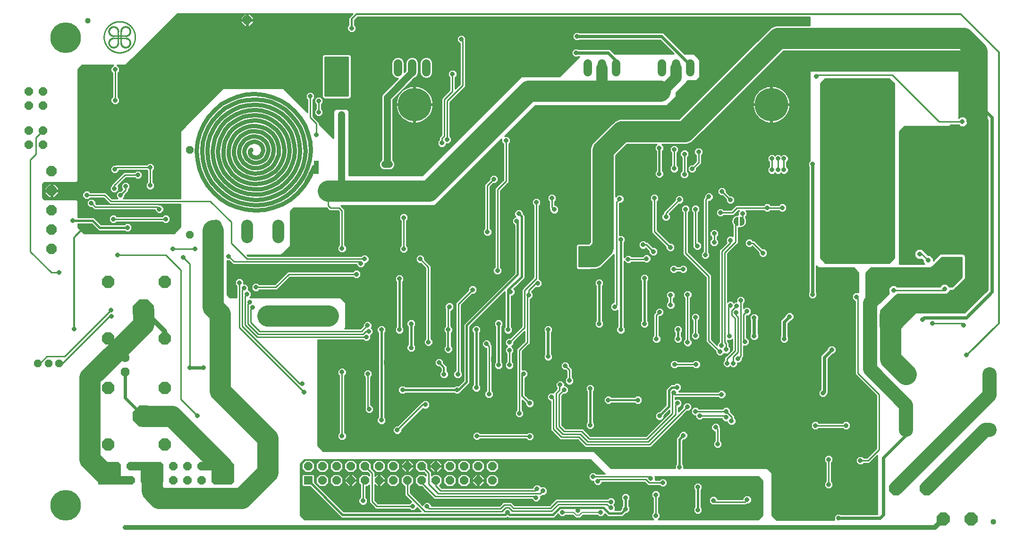
<source format=gbl>
G75*
%MOIN*%
%OFA0B0*%
%FSLAX25Y25*%
%IPPOS*%
%LPD*%
%AMOC8*
5,1,8,0,0,1.08239X$1,22.5*
%
%ADD10C,0.06000*%
%ADD11OC8,0.07087*%
%ADD12OC8,0.08600*%
%ADD13OC8,0.15000*%
%ADD14C,0.01000*%
%ADD15C,0.00100*%
%ADD16OC8,0.05906*%
%ADD17C,0.08250*%
%ADD18OC8,0.05315*%
%ADD19OC8,0.05400*%
%ADD20OC8,0.10000*%
%ADD21R,0.05906X0.05906*%
%ADD22OC8,0.09693*%
%ADD23C,0.04000*%
%ADD24OC8,0.06300*%
%ADD25C,0.06300*%
%ADD26OC8,0.09055*%
%ADD27C,0.00404*%
%ADD28C,0.10000*%
%ADD29OC8,0.06496*%
%ADD30C,0.23622*%
%ADD31C,0.00400*%
%ADD32C,0.03200*%
%ADD33OC8,0.03175*%
%ADD34C,0.01600*%
%ADD35C,0.02000*%
%ADD36C,0.01200*%
%ADD37R,0.03175X0.03175*%
%ADD38C,0.15000*%
%ADD39C,0.08000*%
%ADD40C,0.05000*%
%ADD41C,0.02400*%
%ADD42C,0.03150*%
%ADD43C,0.03175*%
%ADD44C,0.00800*%
%ADD45C,0.21654*%
%ADD46C,0.10000*%
D10*
X0156262Y0115075D02*
X0166262Y0115075D01*
X0166262Y0125075D01*
X0156262Y0125075D01*
X0166262Y0115075D02*
X0176262Y0115075D01*
X0186262Y0115075D02*
X0186262Y0125075D01*
X0196262Y0125075D01*
X0196262Y0115075D01*
X0186262Y0125075D02*
X0176262Y0125075D01*
X0226262Y0125075D02*
X0236262Y0125075D01*
X0236262Y0115075D01*
X0246262Y0115075D01*
X0246262Y0125075D01*
X0364814Y0403862D02*
X0364814Y0409862D01*
X0374814Y0409862D02*
X0374814Y0403862D01*
X0384814Y0403862D02*
X0384814Y0409862D01*
X0498814Y0409862D02*
X0498814Y0403862D01*
X0508814Y0403862D02*
X0508814Y0409862D01*
X0518814Y0409862D02*
X0518814Y0403862D01*
X0551314Y0403862D02*
X0551314Y0409862D01*
X0561314Y0409862D02*
X0561314Y0403862D01*
X0571314Y0403862D02*
X0571314Y0409862D01*
D11*
X0120278Y0333736D03*
X0120278Y0319957D03*
X0120278Y0306177D03*
X0120278Y0292398D03*
X0120278Y0278618D03*
D12*
X0160199Y0255508D03*
X0200199Y0255508D03*
X0200199Y0215508D03*
X0160199Y0215508D03*
X0160199Y0180508D03*
X0200199Y0180508D03*
X0200199Y0140508D03*
X0160199Y0140508D03*
D13*
X0185239Y0160508D03*
X0185239Y0235508D03*
D14*
X0162314Y0235362D02*
X0129564Y0202612D01*
X0116814Y0202612D01*
X0112111Y0197909D01*
X0110593Y0197909D01*
X0125593Y0197909D02*
X0127861Y0197909D01*
X0161064Y0231112D01*
X0162564Y0231112D01*
X0125564Y0262112D02*
X0120064Y0262112D01*
X0105314Y0276862D01*
X0105314Y0341612D01*
X0109314Y0345612D01*
X0109314Y0357417D01*
X0114255Y0362358D01*
X0138814Y0362435D02*
X0211634Y0362435D01*
X0211314Y0362112D02*
X0211314Y0314362D01*
X0170930Y0314362D01*
X0171901Y0315333D01*
X0171901Y0316871D01*
X0174564Y0319534D01*
X0174564Y0320746D01*
X0175651Y0321833D01*
X0175651Y0324391D01*
X0173842Y0326200D01*
X0171285Y0326200D01*
X0169476Y0324391D01*
X0169476Y0321833D01*
X0170341Y0320968D01*
X0169073Y0319700D01*
X0167535Y0319700D01*
X0165726Y0317891D01*
X0165726Y0315333D01*
X0166697Y0314362D01*
X0162892Y0314362D01*
X0158392Y0318862D01*
X0147430Y0318862D01*
X0146342Y0319950D01*
X0143785Y0319950D01*
X0141976Y0318141D01*
X0141976Y0315583D01*
X0143785Y0313775D01*
X0146342Y0313775D01*
X0147430Y0314862D01*
X0156735Y0314862D01*
X0160064Y0311534D01*
X0161235Y0310362D01*
X0211314Y0310362D01*
X0211314Y0294362D01*
X0206814Y0289862D01*
X0143064Y0289862D01*
X0138814Y0294112D01*
X0138814Y0296562D01*
X0148361Y0296562D01*
X0153361Y0291562D01*
X0171747Y0291562D01*
X0172535Y0290775D01*
X0175092Y0290775D01*
X0176901Y0292583D01*
X0176901Y0295141D01*
X0175092Y0296950D01*
X0172535Y0296950D01*
X0171747Y0296162D01*
X0155266Y0296162D01*
X0151614Y0299815D01*
X0150266Y0301162D01*
X0138814Y0301162D01*
X0138814Y0312862D01*
X0137814Y0313862D01*
X0115064Y0313862D01*
X0113814Y0315112D01*
X0113814Y0324612D01*
X0115064Y0325862D01*
X0137814Y0325862D01*
X0138814Y0326862D01*
X0138814Y0405612D01*
X0141814Y0408612D01*
X0163707Y0408612D01*
X0161986Y0406891D01*
X0161986Y0404333D01*
X0163073Y0403246D01*
X0163073Y0386228D01*
X0161986Y0385141D01*
X0161986Y0382583D01*
X0163795Y0380775D01*
X0166352Y0380775D01*
X0168161Y0382583D01*
X0168161Y0385141D01*
X0167073Y0386228D01*
X0167073Y0403246D01*
X0168161Y0404333D01*
X0168161Y0406891D01*
X0166440Y0408612D01*
X0172564Y0408612D01*
X0209133Y0445181D01*
X0332913Y0445181D01*
X0329964Y0442232D01*
X0329964Y0437128D01*
X0328976Y0436141D01*
X0328976Y0433583D01*
X0330785Y0431775D01*
X0333342Y0431775D01*
X0335151Y0433583D01*
X0335151Y0436141D01*
X0334164Y0437128D01*
X0334164Y0440492D01*
X0336433Y0442762D01*
X0655564Y0442762D01*
X0655564Y0436862D01*
X0631523Y0436862D01*
X0628216Y0435492D01*
X0625684Y0432960D01*
X0563336Y0370612D01*
X0521023Y0370612D01*
X0517716Y0369242D01*
X0501934Y0353460D01*
X0500564Y0350152D01*
X0500564Y0283590D01*
X0499536Y0282562D01*
X0491652Y0282562D01*
X0490364Y0281273D01*
X0490364Y0265451D01*
X0491652Y0264162D01*
X0500725Y0264162D01*
X0500925Y0264362D01*
X0504854Y0264362D01*
X0508162Y0265732D01*
X0510693Y0268264D01*
X0514662Y0272232D01*
X0517064Y0274634D01*
X0517064Y0240950D01*
X0516535Y0240950D01*
X0514726Y0239141D01*
X0514726Y0236583D01*
X0516535Y0234775D01*
X0519092Y0234775D01*
X0519764Y0235446D01*
X0519764Y0223678D01*
X0518976Y0222891D01*
X0518976Y0220333D01*
X0520785Y0218525D01*
X0523342Y0218525D01*
X0525151Y0220333D01*
X0525151Y0222891D01*
X0524364Y0223678D01*
X0524364Y0269946D01*
X0526035Y0268275D01*
X0528592Y0268275D01*
X0529680Y0269362D01*
X0538447Y0269362D01*
X0539035Y0268775D01*
X0541592Y0268775D01*
X0543401Y0270583D01*
X0543401Y0273141D01*
X0541592Y0274950D01*
X0539035Y0274950D01*
X0537447Y0273362D01*
X0529680Y0273362D01*
X0528592Y0274450D01*
X0526035Y0274450D01*
X0524364Y0272778D01*
X0524364Y0283296D01*
X0525151Y0284083D01*
X0525151Y0286641D01*
X0523342Y0288450D01*
X0521064Y0288450D01*
X0521064Y0311025D01*
X0522592Y0311025D01*
X0524401Y0312833D01*
X0524401Y0315391D01*
X0522592Y0317200D01*
X0520035Y0317200D01*
X0518564Y0315728D01*
X0518564Y0344634D01*
X0526542Y0352612D01*
X0547447Y0352612D01*
X0546226Y0351391D01*
X0546226Y0348833D01*
X0547014Y0348046D01*
X0547014Y0333928D01*
X0546226Y0333141D01*
X0546226Y0330583D01*
X0548035Y0328775D01*
X0550592Y0328775D01*
X0552401Y0330583D01*
X0552401Y0333141D01*
X0551614Y0333928D01*
X0551614Y0348046D01*
X0552401Y0348833D01*
X0552401Y0351391D01*
X0551180Y0352612D01*
X0568854Y0352612D01*
X0572162Y0353982D01*
X0637042Y0418862D01*
X0655564Y0418862D01*
X0655564Y0340978D01*
X0654476Y0339891D01*
X0654476Y0337333D01*
X0654864Y0336946D01*
X0654864Y0248028D01*
X0654476Y0247641D01*
X0654476Y0245083D01*
X0656285Y0243275D01*
X0658842Y0243275D01*
X0660651Y0245083D01*
X0660651Y0247641D01*
X0660264Y0248028D01*
X0660264Y0266662D01*
X0661564Y0265362D01*
X0686814Y0265362D01*
X0689814Y0261862D01*
X0689814Y0247950D01*
X0687285Y0247950D01*
X0685476Y0246141D01*
X0685476Y0243583D01*
X0687285Y0241775D01*
X0687564Y0241775D01*
X0687564Y0190034D01*
X0688735Y0188862D01*
X0702564Y0175034D01*
X0702564Y0137691D01*
X0695985Y0131112D01*
X0693680Y0131112D01*
X0692592Y0132200D01*
X0690035Y0132200D01*
X0688226Y0130391D01*
X0688226Y0127833D01*
X0690035Y0126025D01*
X0692592Y0126025D01*
X0693680Y0127112D01*
X0697642Y0127112D01*
X0703314Y0132784D01*
X0703314Y0091062D01*
X0677480Y0091062D01*
X0677092Y0091450D01*
X0674535Y0091450D01*
X0672726Y0089641D01*
X0672726Y0087112D01*
X0632064Y0087112D01*
X0628814Y0090362D01*
X0628814Y0120362D01*
X0625314Y0123862D01*
X0566651Y0123862D01*
X0566651Y0125641D01*
X0565864Y0126428D01*
X0565864Y0143160D01*
X0566479Y0143775D01*
X0567592Y0143775D01*
X0569401Y0145583D01*
X0569401Y0148141D01*
X0567592Y0149950D01*
X0565035Y0149950D01*
X0563226Y0148141D01*
X0563226Y0147027D01*
X0561264Y0145065D01*
X0561264Y0126428D01*
X0560476Y0125641D01*
X0560476Y0123862D01*
X0515064Y0123862D01*
X0503064Y0135862D01*
X0311814Y0135862D01*
X0308064Y0139612D01*
X0308064Y0214362D01*
X0340197Y0214362D01*
X0341285Y0213275D01*
X0343842Y0213275D01*
X0345651Y0215083D01*
X0345651Y0217583D01*
X0347151Y0219083D01*
X0347151Y0221641D01*
X0345930Y0222862D01*
X0346401Y0223333D01*
X0346401Y0225891D01*
X0344592Y0227700D01*
X0342035Y0227700D01*
X0340226Y0225891D01*
X0340226Y0224353D01*
X0338282Y0222409D01*
X0327111Y0222409D01*
X0327814Y0223112D01*
X0327814Y0240862D01*
X0324314Y0244362D01*
X0260180Y0244362D01*
X0261151Y0245333D01*
X0261151Y0247891D01*
X0259342Y0249700D01*
X0259017Y0249700D01*
X0259151Y0249833D01*
X0259151Y0252391D01*
X0257342Y0254200D01*
X0255901Y0254200D01*
X0255901Y0256141D01*
X0254092Y0257950D01*
X0251535Y0257950D01*
X0249726Y0256141D01*
X0249726Y0253583D01*
X0250814Y0252496D01*
X0250814Y0244362D01*
X0246064Y0244362D01*
X0244064Y0246362D01*
X0244064Y0270275D01*
X0245573Y0270275D01*
X0248235Y0267612D01*
X0335476Y0267612D01*
X0335476Y0267083D01*
X0337285Y0265275D01*
X0339842Y0265275D01*
X0341651Y0267083D01*
X0341651Y0268525D01*
X0342592Y0268525D01*
X0344401Y0270333D01*
X0344401Y0272891D01*
X0342592Y0274700D01*
X0340035Y0274700D01*
X0338947Y0273612D01*
X0258892Y0273612D01*
X0258142Y0274362D01*
X0282314Y0274362D01*
X0288814Y0280862D01*
X0288814Y0305362D01*
X0291064Y0307612D01*
X0314485Y0307612D01*
X0316235Y0305862D01*
X0322485Y0305862D01*
X0323314Y0305034D01*
X0323314Y0281478D01*
X0322226Y0280391D01*
X0322226Y0277833D01*
X0324035Y0276025D01*
X0326592Y0276025D01*
X0328401Y0277833D01*
X0328401Y0280391D01*
X0327314Y0281478D01*
X0327314Y0306691D01*
X0324642Y0309362D01*
X0390978Y0309362D01*
X0391564Y0309948D01*
X0437976Y0356361D01*
X0437976Y0354083D01*
X0439064Y0352996D01*
X0439064Y0327441D01*
X0434235Y0322612D01*
X0433064Y0321441D01*
X0433064Y0265728D01*
X0431976Y0264641D01*
X0431976Y0262083D01*
X0433785Y0260275D01*
X0436342Y0260275D01*
X0438151Y0262083D01*
X0438151Y0264641D01*
X0437064Y0265728D01*
X0437064Y0319784D01*
X0441892Y0324612D01*
X0443064Y0325784D01*
X0443064Y0352996D01*
X0444151Y0354083D01*
X0444151Y0356641D01*
X0442342Y0358450D01*
X0440065Y0358450D01*
X0461728Y0380112D01*
X0554728Y0380112D01*
X0555314Y0380698D01*
X0561064Y0386448D01*
X0561064Y0389198D01*
X0569478Y0397612D01*
X0575228Y0397612D01*
X0575814Y0398198D01*
X0577814Y0400198D01*
X0577814Y0412526D01*
X0577228Y0413112D01*
X0573728Y0416612D01*
X0567132Y0416612D01*
X0552343Y0431401D01*
X0551351Y0431812D01*
X0492980Y0431812D01*
X0492592Y0432200D01*
X0490035Y0432200D01*
X0488226Y0430391D01*
X0488226Y0427833D01*
X0490035Y0426025D01*
X0492592Y0426025D01*
X0492980Y0426412D01*
X0549695Y0426412D01*
X0559495Y0416612D01*
X0517882Y0416612D01*
X0515603Y0418892D01*
X0514843Y0419651D01*
X0513851Y0420062D01*
X0492230Y0420062D01*
X0491842Y0420450D01*
X0489285Y0420450D01*
X0487476Y0418641D01*
X0487476Y0416083D01*
X0489285Y0414275D01*
X0491842Y0414275D01*
X0492230Y0414662D01*
X0492699Y0414662D01*
X0478899Y0400862D01*
X0452149Y0400862D01*
X0451564Y0400276D01*
X0381899Y0330612D01*
X0330314Y0330612D01*
X0330314Y0376026D01*
X0329728Y0376612D01*
X0328728Y0377612D01*
X0326213Y0377612D01*
X0325609Y0377862D01*
X0324018Y0377862D01*
X0323414Y0377612D01*
X0320649Y0377612D01*
X0320064Y0377026D01*
X0319649Y0376612D01*
X0319064Y0376026D01*
X0319064Y0357112D01*
X0309064Y0367112D01*
X0309064Y0368191D01*
X0307892Y0369362D01*
X0304814Y0372441D01*
X0304814Y0384246D01*
X0305901Y0385333D01*
X0305901Y0387891D01*
X0304092Y0389700D01*
X0301535Y0389700D01*
X0299726Y0387891D01*
X0299726Y0385333D01*
X0300814Y0384246D01*
X0300814Y0375362D01*
X0283814Y0392362D01*
X0241314Y0392362D01*
X0211314Y0362112D01*
X0211314Y0361436D02*
X0138814Y0361436D01*
X0138814Y0360438D02*
X0211314Y0360438D01*
X0211314Y0359439D02*
X0138814Y0359439D01*
X0138814Y0358441D02*
X0211314Y0358441D01*
X0211314Y0357442D02*
X0138814Y0357442D01*
X0138814Y0356444D02*
X0211314Y0356444D01*
X0211314Y0355445D02*
X0138814Y0355445D01*
X0138814Y0354447D02*
X0211314Y0354447D01*
X0211314Y0353448D02*
X0138814Y0353448D01*
X0138814Y0352450D02*
X0211314Y0352450D01*
X0211314Y0351451D02*
X0138814Y0351451D01*
X0138814Y0350453D02*
X0211314Y0350453D01*
X0211314Y0349454D02*
X0138814Y0349454D01*
X0138814Y0348456D02*
X0211314Y0348456D01*
X0211314Y0347457D02*
X0138814Y0347457D01*
X0138814Y0346459D02*
X0211314Y0346459D01*
X0211314Y0345460D02*
X0138814Y0345460D01*
X0138814Y0344462D02*
X0211314Y0344462D01*
X0211314Y0343463D02*
X0138814Y0343463D01*
X0138814Y0342465D02*
X0211314Y0342465D01*
X0211314Y0341466D02*
X0138814Y0341466D01*
X0138814Y0340468D02*
X0211314Y0340468D01*
X0211314Y0339469D02*
X0138814Y0339469D01*
X0138814Y0338471D02*
X0187556Y0338471D01*
X0187447Y0338362D02*
X0165245Y0338362D01*
X0165082Y0338200D01*
X0163545Y0338200D01*
X0161736Y0336391D01*
X0161736Y0333833D01*
X0163545Y0332025D01*
X0166102Y0332025D01*
X0167911Y0333833D01*
X0167911Y0334362D01*
X0187447Y0334362D01*
X0187814Y0333996D01*
X0187814Y0325978D01*
X0186726Y0324891D01*
X0186726Y0322333D01*
X0188535Y0320525D01*
X0191092Y0320525D01*
X0192901Y0322333D01*
X0192901Y0324891D01*
X0191814Y0325978D01*
X0191814Y0333996D01*
X0192901Y0335083D01*
X0192901Y0337641D01*
X0191092Y0339450D01*
X0188535Y0339450D01*
X0187447Y0338362D01*
X0189814Y0336362D02*
X0166073Y0336362D01*
X0164823Y0335112D01*
X0162817Y0337472D02*
X0138814Y0337472D01*
X0138814Y0336474D02*
X0161819Y0336474D01*
X0161736Y0335475D02*
X0138814Y0335475D01*
X0138814Y0334477D02*
X0161736Y0334477D01*
X0162091Y0333478D02*
X0138814Y0333478D01*
X0138814Y0332480D02*
X0163090Y0332480D01*
X0166557Y0332480D02*
X0170603Y0332480D01*
X0171235Y0333112D02*
X0163735Y0325612D01*
X0162564Y0324441D01*
X0162564Y0323728D01*
X0161476Y0322641D01*
X0161476Y0320083D01*
X0163285Y0318275D01*
X0165842Y0318275D01*
X0167651Y0320083D01*
X0167651Y0322641D01*
X0167036Y0323256D01*
X0172892Y0329112D01*
X0178697Y0329112D01*
X0179785Y0328025D01*
X0182342Y0328025D01*
X0184151Y0329833D01*
X0184151Y0332391D01*
X0182342Y0334200D01*
X0179785Y0334200D01*
X0178697Y0333112D01*
X0171235Y0333112D01*
X0172064Y0331112D02*
X0164564Y0323612D01*
X0164564Y0321362D01*
X0162328Y0323493D02*
X0123591Y0323493D01*
X0122593Y0324492D02*
X0162615Y0324492D01*
X0163613Y0325490D02*
X0114691Y0325490D01*
X0113814Y0324492D02*
X0117964Y0324492D01*
X0118272Y0324800D02*
X0115435Y0321963D01*
X0115435Y0320457D01*
X0119778Y0320457D01*
X0119778Y0324800D01*
X0118272Y0324800D01*
X0119778Y0324492D02*
X0120778Y0324492D01*
X0120778Y0324800D02*
X0120778Y0320457D01*
X0119778Y0320457D01*
X0119778Y0319457D01*
X0115435Y0319457D01*
X0115435Y0317951D01*
X0118272Y0315113D01*
X0119778Y0315113D01*
X0119778Y0319457D01*
X0120778Y0319457D01*
X0120778Y0320457D01*
X0125122Y0320457D01*
X0125122Y0321963D01*
X0122284Y0324800D01*
X0120778Y0324800D01*
X0120778Y0323493D02*
X0119778Y0323493D01*
X0119778Y0322495D02*
X0120778Y0322495D01*
X0120778Y0321496D02*
X0119778Y0321496D01*
X0119778Y0320497D02*
X0120778Y0320497D01*
X0120778Y0319499D02*
X0143334Y0319499D01*
X0142336Y0318500D02*
X0125122Y0318500D01*
X0125122Y0317951D02*
X0125121Y0319457D01*
X0120778Y0319457D01*
X0120778Y0315113D01*
X0122284Y0315113D01*
X0125122Y0317951D01*
X0124673Y0317502D02*
X0141976Y0317502D01*
X0141976Y0316503D02*
X0123674Y0316503D01*
X0122676Y0315505D02*
X0142055Y0315505D01*
X0143053Y0314506D02*
X0114419Y0314506D01*
X0113814Y0315505D02*
X0117881Y0315505D01*
X0116882Y0316503D02*
X0113814Y0316503D01*
X0113814Y0317502D02*
X0115883Y0317502D01*
X0115435Y0318500D02*
X0113814Y0318500D01*
X0113814Y0319499D02*
X0119778Y0319499D01*
X0119778Y0318500D02*
X0120778Y0318500D01*
X0120778Y0317502D02*
X0119778Y0317502D01*
X0119778Y0316503D02*
X0120778Y0316503D01*
X0120778Y0315505D02*
X0119778Y0315505D01*
X0115435Y0320497D02*
X0113814Y0320497D01*
X0113814Y0321496D02*
X0115435Y0321496D01*
X0115967Y0322495D02*
X0113814Y0322495D01*
X0113814Y0323493D02*
X0116965Y0323493D01*
X0124590Y0322495D02*
X0161476Y0322495D01*
X0161476Y0321496D02*
X0125122Y0321496D01*
X0125122Y0320497D02*
X0161476Y0320497D01*
X0162061Y0319499D02*
X0146793Y0319499D01*
X0145064Y0316862D02*
X0157564Y0316862D01*
X0162064Y0312362D01*
X0232314Y0312362D01*
X0247064Y0297612D01*
X0247064Y0282612D01*
X0258064Y0271612D01*
X0341314Y0271612D01*
X0344401Y0271570D02*
X0377476Y0271570D01*
X0377476Y0270572D02*
X0344401Y0270572D01*
X0343641Y0269573D02*
X0378236Y0269573D01*
X0377476Y0270333D02*
X0379285Y0268525D01*
X0380823Y0268525D01*
X0384314Y0265034D01*
X0384314Y0215228D01*
X0383226Y0214141D01*
X0383226Y0211583D01*
X0385035Y0209775D01*
X0387592Y0209775D01*
X0389401Y0211583D01*
X0389401Y0214141D01*
X0388314Y0215228D01*
X0388314Y0266691D01*
X0383651Y0271353D01*
X0383651Y0272891D01*
X0381842Y0274700D01*
X0379285Y0274700D01*
X0377476Y0272891D01*
X0377476Y0270333D01*
X0377476Y0272569D02*
X0344401Y0272569D01*
X0343725Y0273567D02*
X0378153Y0273567D01*
X0379151Y0274566D02*
X0342726Y0274566D01*
X0339901Y0274566D02*
X0282517Y0274566D01*
X0283516Y0275564D02*
X0433064Y0275564D01*
X0433064Y0274566D02*
X0381976Y0274566D01*
X0382975Y0273567D02*
X0433064Y0273567D01*
X0433064Y0272569D02*
X0383651Y0272569D01*
X0383651Y0271570D02*
X0433064Y0271570D01*
X0433064Y0270572D02*
X0384432Y0270572D01*
X0385431Y0269573D02*
X0433064Y0269573D01*
X0433064Y0268575D02*
X0386429Y0268575D01*
X0387428Y0267576D02*
X0433064Y0267576D01*
X0433064Y0266578D02*
X0388314Y0266578D01*
X0388314Y0265579D02*
X0432915Y0265579D01*
X0431976Y0264581D02*
X0388314Y0264581D01*
X0388314Y0263582D02*
X0431976Y0263582D01*
X0431976Y0262584D02*
X0388314Y0262584D01*
X0388314Y0261585D02*
X0432474Y0261585D01*
X0433473Y0260587D02*
X0388314Y0260587D01*
X0388314Y0259588D02*
X0445037Y0259588D01*
X0444039Y0258590D02*
X0388314Y0258590D01*
X0388314Y0257591D02*
X0443040Y0257591D01*
X0442042Y0256593D02*
X0388314Y0256593D01*
X0388314Y0255594D02*
X0441043Y0255594D01*
X0440044Y0254596D02*
X0388314Y0254596D01*
X0388314Y0253597D02*
X0439046Y0253597D01*
X0438047Y0252599D02*
X0419193Y0252599D01*
X0418842Y0252950D02*
X0416285Y0252950D01*
X0414476Y0251141D01*
X0414476Y0249603D01*
X0388314Y0249603D01*
X0388314Y0248605D02*
X0413478Y0248605D01*
X0414476Y0249603D02*
X0405564Y0240691D01*
X0405564Y0192978D01*
X0403976Y0191391D01*
X0403976Y0188833D01*
X0405785Y0187025D01*
X0408342Y0187025D01*
X0410151Y0188833D01*
X0410151Y0191391D01*
X0409564Y0191978D01*
X0409564Y0239034D01*
X0417305Y0246775D01*
X0418842Y0246775D01*
X0420651Y0248583D01*
X0420651Y0251141D01*
X0418842Y0252950D01*
X0420192Y0251600D02*
X0437049Y0251600D01*
X0436050Y0250602D02*
X0420651Y0250602D01*
X0420651Y0249603D02*
X0435052Y0249603D01*
X0434053Y0248605D02*
X0420651Y0248605D01*
X0419674Y0247606D02*
X0433055Y0247606D01*
X0432056Y0246608D02*
X0417137Y0246608D01*
X0416139Y0245609D02*
X0431058Y0245609D01*
X0430059Y0244611D02*
X0415140Y0244611D01*
X0414142Y0243612D02*
X0429061Y0243612D01*
X0428062Y0242614D02*
X0413143Y0242614D01*
X0412145Y0241615D02*
X0427064Y0241615D01*
X0426065Y0240617D02*
X0411146Y0240617D01*
X0410148Y0239618D02*
X0425067Y0239618D01*
X0424068Y0238620D02*
X0409564Y0238620D01*
X0409564Y0237621D02*
X0423070Y0237621D01*
X0422071Y0236623D02*
X0409564Y0236623D01*
X0409564Y0235624D02*
X0421073Y0235624D01*
X0420074Y0234626D02*
X0409564Y0234626D01*
X0409564Y0233627D02*
X0419076Y0233627D01*
X0418077Y0232628D02*
X0409564Y0232628D01*
X0409564Y0231630D02*
X0417079Y0231630D01*
X0416080Y0230631D02*
X0409564Y0230631D01*
X0409564Y0229633D02*
X0415082Y0229633D01*
X0414083Y0228634D02*
X0409564Y0228634D01*
X0409564Y0227636D02*
X0413085Y0227636D01*
X0412086Y0226637D02*
X0409564Y0226637D01*
X0409564Y0225639D02*
X0411088Y0225639D01*
X0411014Y0225565D02*
X0411014Y0185815D01*
X0407398Y0182200D01*
X0405285Y0182200D01*
X0404497Y0181412D01*
X0370130Y0181412D01*
X0369342Y0182200D01*
X0366785Y0182200D01*
X0364976Y0180391D01*
X0364976Y0177833D01*
X0366785Y0176025D01*
X0369342Y0176025D01*
X0370130Y0176812D01*
X0404497Y0176812D01*
X0405285Y0176025D01*
X0407842Y0176025D01*
X0409651Y0177833D01*
X0409651Y0177947D01*
X0409864Y0178160D01*
X0414266Y0182562D01*
X0415614Y0183910D01*
X0415614Y0223660D01*
X0440264Y0248310D01*
X0440264Y0223678D01*
X0439476Y0222891D01*
X0439476Y0220333D01*
X0441285Y0218525D01*
X0443842Y0218525D01*
X0445651Y0220333D01*
X0445651Y0222891D01*
X0444864Y0223678D01*
X0444864Y0245275D01*
X0445592Y0245275D01*
X0447401Y0247083D01*
X0447401Y0249641D01*
X0446623Y0250419D01*
X0454364Y0258160D01*
X0454364Y0302565D01*
X0453151Y0303777D01*
X0453151Y0304891D01*
X0451342Y0306700D01*
X0448785Y0306700D01*
X0446976Y0304891D01*
X0446976Y0302333D01*
X0447860Y0301450D01*
X0447285Y0301450D01*
X0445476Y0299641D01*
X0445476Y0297083D01*
X0447014Y0295546D01*
X0447014Y0261565D01*
X0411014Y0225565D01*
X0411014Y0224640D02*
X0409564Y0224640D01*
X0409564Y0223642D02*
X0411014Y0223642D01*
X0411014Y0222643D02*
X0409564Y0222643D01*
X0409564Y0221645D02*
X0411014Y0221645D01*
X0411014Y0220646D02*
X0409564Y0220646D01*
X0409564Y0219648D02*
X0411014Y0219648D01*
X0411014Y0218649D02*
X0409564Y0218649D01*
X0409564Y0217651D02*
X0411014Y0217651D01*
X0411014Y0216652D02*
X0409564Y0216652D01*
X0409564Y0215654D02*
X0411014Y0215654D01*
X0411014Y0214655D02*
X0409564Y0214655D01*
X0409564Y0213657D02*
X0411014Y0213657D01*
X0411014Y0212658D02*
X0409564Y0212658D01*
X0409564Y0211660D02*
X0411014Y0211660D01*
X0411014Y0210661D02*
X0409564Y0210661D01*
X0409564Y0209663D02*
X0411014Y0209663D01*
X0411014Y0208664D02*
X0409564Y0208664D01*
X0409564Y0207666D02*
X0411014Y0207666D01*
X0411014Y0206667D02*
X0409564Y0206667D01*
X0409564Y0205669D02*
X0411014Y0205669D01*
X0411014Y0204670D02*
X0409564Y0204670D01*
X0409564Y0203672D02*
X0411014Y0203672D01*
X0411014Y0202673D02*
X0409564Y0202673D01*
X0409564Y0201675D02*
X0411014Y0201675D01*
X0411014Y0200676D02*
X0409564Y0200676D01*
X0409564Y0199678D02*
X0411014Y0199678D01*
X0411014Y0198679D02*
X0409564Y0198679D01*
X0409564Y0197681D02*
X0411014Y0197681D01*
X0411014Y0196682D02*
X0409564Y0196682D01*
X0409564Y0195684D02*
X0411014Y0195684D01*
X0411014Y0194685D02*
X0409564Y0194685D01*
X0409564Y0193687D02*
X0411014Y0193687D01*
X0411014Y0192688D02*
X0409564Y0192688D01*
X0409853Y0191690D02*
X0411014Y0191690D01*
X0411014Y0190691D02*
X0410151Y0190691D01*
X0410151Y0189692D02*
X0411014Y0189692D01*
X0411014Y0188694D02*
X0410012Y0188694D01*
X0409013Y0187695D02*
X0411014Y0187695D01*
X0411014Y0186697D02*
X0355364Y0186697D01*
X0355364Y0187695D02*
X0395364Y0187695D01*
X0396035Y0187025D02*
X0394226Y0188833D01*
X0394226Y0191391D01*
X0395214Y0192378D01*
X0395214Y0193992D01*
X0393931Y0195275D01*
X0392535Y0195275D01*
X0390726Y0197083D01*
X0390726Y0199641D01*
X0392535Y0201450D01*
X0395092Y0201450D01*
X0396901Y0199641D01*
X0396901Y0198245D01*
X0399414Y0195732D01*
X0399414Y0192378D01*
X0400401Y0191391D01*
X0400401Y0188833D01*
X0398592Y0187025D01*
X0396035Y0187025D01*
X0394366Y0188694D02*
X0355364Y0188694D01*
X0355364Y0189692D02*
X0394226Y0189692D01*
X0394226Y0190691D02*
X0355364Y0190691D01*
X0355364Y0191690D02*
X0394525Y0191690D01*
X0395214Y0192688D02*
X0355364Y0192688D01*
X0355364Y0193687D02*
X0395214Y0193687D01*
X0394521Y0194685D02*
X0355364Y0194685D01*
X0355364Y0195684D02*
X0392126Y0195684D01*
X0391128Y0196682D02*
X0355364Y0196682D01*
X0355364Y0197681D02*
X0390726Y0197681D01*
X0390726Y0198679D02*
X0355364Y0198679D01*
X0355364Y0199678D02*
X0390763Y0199678D01*
X0391761Y0200676D02*
X0355364Y0200676D01*
X0355364Y0201675D02*
X0405564Y0201675D01*
X0405564Y0202673D02*
X0355364Y0202673D01*
X0355364Y0203672D02*
X0405564Y0203672D01*
X0405564Y0204670D02*
X0355364Y0204670D01*
X0355364Y0205669D02*
X0398141Y0205669D01*
X0399035Y0204775D02*
X0397226Y0206583D01*
X0397226Y0209141D01*
X0398214Y0210128D01*
X0398214Y0219346D01*
X0397226Y0220333D01*
X0397226Y0222891D01*
X0398314Y0223978D01*
X0398314Y0236246D01*
X0397976Y0236583D01*
X0397976Y0239141D01*
X0399785Y0240950D01*
X0402342Y0240950D01*
X0404151Y0239141D01*
X0404151Y0236583D01*
X0402342Y0234775D01*
X0402314Y0234775D01*
X0402314Y0223978D01*
X0403401Y0222891D01*
X0403401Y0220333D01*
X0402414Y0219346D01*
X0402414Y0210128D01*
X0403401Y0209141D01*
X0403401Y0206583D01*
X0401592Y0204775D01*
X0399035Y0204775D01*
X0397226Y0206667D02*
X0376235Y0206667D01*
X0375342Y0205775D02*
X0377151Y0207583D01*
X0377151Y0210141D01*
X0376364Y0210928D01*
X0376364Y0223796D01*
X0377151Y0224583D01*
X0377151Y0227141D01*
X0375342Y0228950D01*
X0372785Y0228950D01*
X0370976Y0227141D01*
X0370976Y0224583D01*
X0371764Y0223796D01*
X0371764Y0210928D01*
X0370976Y0210141D01*
X0370976Y0207583D01*
X0372785Y0205775D01*
X0375342Y0205775D01*
X0377151Y0207666D02*
X0397226Y0207666D01*
X0397226Y0208664D02*
X0377151Y0208664D01*
X0377151Y0209663D02*
X0397748Y0209663D01*
X0398214Y0210661D02*
X0388479Y0210661D01*
X0389401Y0211660D02*
X0398214Y0211660D01*
X0398214Y0212658D02*
X0389401Y0212658D01*
X0389401Y0213657D02*
X0398214Y0213657D01*
X0398214Y0214655D02*
X0388887Y0214655D01*
X0388314Y0215654D02*
X0398214Y0215654D01*
X0398214Y0216652D02*
X0388314Y0216652D01*
X0388314Y0217651D02*
X0398214Y0217651D01*
X0398214Y0218649D02*
X0388314Y0218649D01*
X0388314Y0219648D02*
X0397912Y0219648D01*
X0397226Y0220646D02*
X0388314Y0220646D01*
X0388314Y0221645D02*
X0397226Y0221645D01*
X0397226Y0222643D02*
X0388314Y0222643D01*
X0388314Y0223642D02*
X0397977Y0223642D01*
X0398314Y0224640D02*
X0388314Y0224640D01*
X0388314Y0225639D02*
X0398314Y0225639D01*
X0398314Y0226637D02*
X0388314Y0226637D01*
X0388314Y0227636D02*
X0398314Y0227636D01*
X0398314Y0228634D02*
X0388314Y0228634D01*
X0388314Y0229633D02*
X0398314Y0229633D01*
X0398314Y0230631D02*
X0388314Y0230631D01*
X0388314Y0231630D02*
X0398314Y0231630D01*
X0398314Y0232628D02*
X0388314Y0232628D01*
X0388314Y0233627D02*
X0398314Y0233627D01*
X0398314Y0234626D02*
X0388314Y0234626D01*
X0388314Y0235624D02*
X0398314Y0235624D01*
X0397976Y0236623D02*
X0388314Y0236623D01*
X0388314Y0237621D02*
X0397976Y0237621D01*
X0397976Y0238620D02*
X0388314Y0238620D01*
X0388314Y0239618D02*
X0398453Y0239618D01*
X0399452Y0240617D02*
X0388314Y0240617D01*
X0388314Y0241615D02*
X0406488Y0241615D01*
X0405564Y0240617D02*
X0402675Y0240617D01*
X0403674Y0239618D02*
X0405564Y0239618D01*
X0405564Y0238620D02*
X0404151Y0238620D01*
X0404151Y0237621D02*
X0405564Y0237621D01*
X0405564Y0236623D02*
X0404151Y0236623D01*
X0403192Y0235624D02*
X0405564Y0235624D01*
X0405564Y0234626D02*
X0402314Y0234626D01*
X0402314Y0233627D02*
X0405564Y0233627D01*
X0405564Y0232628D02*
X0402314Y0232628D01*
X0402314Y0231630D02*
X0405564Y0231630D01*
X0405564Y0230631D02*
X0402314Y0230631D01*
X0402314Y0229633D02*
X0405564Y0229633D01*
X0405564Y0228634D02*
X0402314Y0228634D01*
X0402314Y0227636D02*
X0405564Y0227636D01*
X0405564Y0226637D02*
X0402314Y0226637D01*
X0402314Y0225639D02*
X0405564Y0225639D01*
X0405564Y0224640D02*
X0402314Y0224640D01*
X0402650Y0223642D02*
X0405564Y0223642D01*
X0405564Y0222643D02*
X0403401Y0222643D01*
X0403401Y0221645D02*
X0405564Y0221645D01*
X0405564Y0220646D02*
X0403401Y0220646D01*
X0402715Y0219648D02*
X0405564Y0219648D01*
X0405564Y0218649D02*
X0402414Y0218649D01*
X0402414Y0217651D02*
X0405564Y0217651D01*
X0405564Y0216652D02*
X0402414Y0216652D01*
X0402414Y0215654D02*
X0405564Y0215654D01*
X0405564Y0214655D02*
X0402414Y0214655D01*
X0402414Y0213657D02*
X0405564Y0213657D01*
X0405564Y0212658D02*
X0402414Y0212658D01*
X0402414Y0211660D02*
X0405564Y0211660D01*
X0405564Y0210661D02*
X0402414Y0210661D01*
X0402879Y0209663D02*
X0405564Y0209663D01*
X0405564Y0208664D02*
X0403401Y0208664D01*
X0403401Y0207666D02*
X0405564Y0207666D01*
X0405564Y0206667D02*
X0403401Y0206667D01*
X0402486Y0205669D02*
X0405564Y0205669D01*
X0405564Y0200676D02*
X0395866Y0200676D01*
X0396864Y0199678D02*
X0405564Y0199678D01*
X0405564Y0198679D02*
X0396901Y0198679D01*
X0397465Y0197681D02*
X0405564Y0197681D01*
X0405564Y0196682D02*
X0398464Y0196682D01*
X0399414Y0195684D02*
X0405564Y0195684D01*
X0405564Y0194685D02*
X0399414Y0194685D01*
X0399414Y0193687D02*
X0405564Y0193687D01*
X0405273Y0192688D02*
X0399414Y0192688D01*
X0400103Y0191690D02*
X0404275Y0191690D01*
X0403976Y0190691D02*
X0400401Y0190691D01*
X0400401Y0189692D02*
X0403976Y0189692D01*
X0404116Y0188694D02*
X0400262Y0188694D01*
X0399263Y0187695D02*
X0405114Y0187695D01*
X0407064Y0190112D02*
X0407564Y0190612D01*
X0407564Y0239862D01*
X0417564Y0249862D01*
X0414935Y0251600D02*
X0388314Y0251600D01*
X0388314Y0250602D02*
X0414476Y0250602D01*
X0415934Y0252599D02*
X0388314Y0252599D01*
X0384314Y0252599D02*
X0368114Y0252599D01*
X0368114Y0253597D02*
X0384314Y0253597D01*
X0384314Y0254596D02*
X0368114Y0254596D01*
X0368114Y0255546D02*
X0368901Y0256333D01*
X0368901Y0258891D01*
X0367092Y0260700D01*
X0364535Y0260700D01*
X0362726Y0258891D01*
X0362726Y0256333D01*
X0363514Y0255546D01*
X0363514Y0223678D01*
X0362726Y0222891D01*
X0362726Y0220333D01*
X0364535Y0218525D01*
X0367092Y0218525D01*
X0368901Y0220333D01*
X0368901Y0222891D01*
X0368114Y0223678D01*
X0368114Y0255546D01*
X0368162Y0255594D02*
X0384314Y0255594D01*
X0384314Y0256593D02*
X0368901Y0256593D01*
X0368901Y0257591D02*
X0384314Y0257591D01*
X0384314Y0258590D02*
X0368901Y0258590D01*
X0368204Y0259588D02*
X0384314Y0259588D01*
X0384314Y0260587D02*
X0367205Y0260587D01*
X0364422Y0260587D02*
X0338651Y0260587D01*
X0338651Y0261585D02*
X0384314Y0261585D01*
X0384314Y0262584D02*
X0338208Y0262584D01*
X0338651Y0262141D02*
X0336842Y0263950D01*
X0334285Y0263950D01*
X0333197Y0262862D01*
X0286985Y0262862D01*
X0277735Y0253612D01*
X0266930Y0253612D01*
X0265842Y0254700D01*
X0263285Y0254700D01*
X0261476Y0252891D01*
X0261476Y0250333D01*
X0263285Y0248525D01*
X0265842Y0248525D01*
X0266930Y0249612D01*
X0279392Y0249612D01*
X0288642Y0258862D01*
X0333197Y0258862D01*
X0334285Y0257775D01*
X0336842Y0257775D01*
X0338651Y0259583D01*
X0338651Y0262141D01*
X0337210Y0263582D02*
X0384314Y0263582D01*
X0384314Y0264581D02*
X0244064Y0264581D01*
X0244064Y0265579D02*
X0336980Y0265579D01*
X0335982Y0266578D02*
X0244064Y0266578D01*
X0244064Y0267576D02*
X0335476Y0267576D01*
X0337314Y0269612D02*
X0338564Y0268362D01*
X0337314Y0269612D02*
X0249064Y0269612D01*
X0245314Y0273362D01*
X0246274Y0269573D02*
X0244064Y0269573D01*
X0244064Y0268575D02*
X0247273Y0268575D01*
X0244064Y0263582D02*
X0333918Y0263582D01*
X0335564Y0260862D02*
X0287814Y0260862D01*
X0278564Y0251612D01*
X0264564Y0251612D01*
X0261476Y0251600D02*
X0259151Y0251600D01*
X0259151Y0250602D02*
X0261476Y0250602D01*
X0262206Y0249603D02*
X0259439Y0249603D01*
X0260437Y0248605D02*
X0263205Y0248605D01*
X0261151Y0247606D02*
X0363514Y0247606D01*
X0363514Y0246608D02*
X0261151Y0246608D01*
X0261151Y0245609D02*
X0363514Y0245609D01*
X0363514Y0244611D02*
X0260428Y0244611D01*
X0258064Y0246612D02*
X0256814Y0245362D01*
X0256814Y0225112D01*
X0265564Y0216362D01*
X0342564Y0216362D01*
X0345651Y0216652D02*
X0350764Y0216652D01*
X0350764Y0215654D02*
X0345651Y0215654D01*
X0345223Y0214655D02*
X0350764Y0214655D01*
X0350764Y0213657D02*
X0344224Y0213657D01*
X0340903Y0213657D02*
X0308064Y0213657D01*
X0308064Y0212658D02*
X0350764Y0212658D01*
X0350764Y0211660D02*
X0308064Y0211660D01*
X0308064Y0210661D02*
X0350764Y0210661D01*
X0350764Y0209663D02*
X0308064Y0209663D01*
X0308064Y0208664D02*
X0350764Y0208664D01*
X0350764Y0207666D02*
X0308064Y0207666D01*
X0308064Y0206667D02*
X0350764Y0206667D01*
X0350764Y0205669D02*
X0308064Y0205669D01*
X0308064Y0204670D02*
X0350764Y0204670D01*
X0350764Y0203672D02*
X0308064Y0203672D01*
X0308064Y0202673D02*
X0350764Y0202673D01*
X0350764Y0201675D02*
X0308064Y0201675D01*
X0308064Y0200676D02*
X0350764Y0200676D01*
X0350764Y0199678D02*
X0308064Y0199678D01*
X0308064Y0198679D02*
X0350764Y0198679D01*
X0350764Y0197681D02*
X0308064Y0197681D01*
X0308064Y0196682D02*
X0350764Y0196682D01*
X0350764Y0195684D02*
X0308064Y0195684D01*
X0308064Y0194685D02*
X0324020Y0194685D01*
X0324035Y0194700D02*
X0322226Y0192891D01*
X0322226Y0190333D01*
X0323314Y0189246D01*
X0323314Y0148728D01*
X0322226Y0147641D01*
X0322226Y0145083D01*
X0324035Y0143275D01*
X0326592Y0143275D01*
X0328401Y0145083D01*
X0328401Y0147641D01*
X0327314Y0148728D01*
X0327314Y0189246D01*
X0328401Y0190333D01*
X0328401Y0192891D01*
X0326592Y0194700D01*
X0324035Y0194700D01*
X0323022Y0193687D02*
X0308064Y0193687D01*
X0308064Y0192688D02*
X0322226Y0192688D01*
X0322226Y0191690D02*
X0308064Y0191690D01*
X0308064Y0190691D02*
X0322226Y0190691D01*
X0322867Y0189692D02*
X0308064Y0189692D01*
X0308064Y0188694D02*
X0323314Y0188694D01*
X0323314Y0187695D02*
X0308064Y0187695D01*
X0308064Y0186697D02*
X0323314Y0186697D01*
X0323314Y0185698D02*
X0308064Y0185698D01*
X0308064Y0184700D02*
X0323314Y0184700D01*
X0323314Y0183701D02*
X0308064Y0183701D01*
X0308064Y0182703D02*
X0323314Y0182703D01*
X0323314Y0181704D02*
X0308064Y0181704D01*
X0308064Y0180706D02*
X0323314Y0180706D01*
X0323314Y0179707D02*
X0308064Y0179707D01*
X0308064Y0178709D02*
X0323314Y0178709D01*
X0323314Y0177710D02*
X0308064Y0177710D01*
X0308064Y0176712D02*
X0323314Y0176712D01*
X0323314Y0175713D02*
X0308064Y0175713D01*
X0308064Y0174715D02*
X0323314Y0174715D01*
X0323314Y0173716D02*
X0308064Y0173716D01*
X0308064Y0172718D02*
X0323314Y0172718D01*
X0323314Y0171719D02*
X0308064Y0171719D01*
X0308064Y0170721D02*
X0323314Y0170721D01*
X0323314Y0169722D02*
X0308064Y0169722D01*
X0308064Y0168724D02*
X0323314Y0168724D01*
X0323314Y0167725D02*
X0308064Y0167725D01*
X0308064Y0166727D02*
X0323314Y0166727D01*
X0323314Y0165728D02*
X0308064Y0165728D01*
X0308064Y0164730D02*
X0323314Y0164730D01*
X0323314Y0163731D02*
X0308064Y0163731D01*
X0308064Y0162733D02*
X0323314Y0162733D01*
X0323314Y0161734D02*
X0308064Y0161734D01*
X0308064Y0160736D02*
X0323314Y0160736D01*
X0323314Y0159737D02*
X0308064Y0159737D01*
X0308064Y0158739D02*
X0323314Y0158739D01*
X0323314Y0157740D02*
X0308064Y0157740D01*
X0308064Y0156742D02*
X0323314Y0156742D01*
X0323314Y0155743D02*
X0308064Y0155743D01*
X0308064Y0154745D02*
X0323314Y0154745D01*
X0323314Y0153746D02*
X0308064Y0153746D01*
X0308064Y0152748D02*
X0323314Y0152748D01*
X0323314Y0151749D02*
X0308064Y0151749D01*
X0308064Y0150751D02*
X0323314Y0150751D01*
X0323314Y0149752D02*
X0308064Y0149752D01*
X0308064Y0148754D02*
X0323314Y0148754D01*
X0322340Y0147755D02*
X0308064Y0147755D01*
X0308064Y0146757D02*
X0322226Y0146757D01*
X0322226Y0145758D02*
X0308064Y0145758D01*
X0308064Y0144759D02*
X0322550Y0144759D01*
X0323549Y0143761D02*
X0308064Y0143761D01*
X0308064Y0142762D02*
X0492585Y0142762D01*
X0491735Y0143612D02*
X0495814Y0139534D01*
X0496985Y0138362D01*
X0541741Y0138362D01*
X0541745Y0138358D01*
X0542568Y0138362D01*
X0543392Y0138362D01*
X0543396Y0138366D01*
X0543401Y0138366D01*
X0543982Y0138952D01*
X0544564Y0139534D01*
X0544564Y0139539D01*
X0568820Y0164025D01*
X0570342Y0164025D01*
X0572151Y0165833D01*
X0572151Y0168391D01*
X0570342Y0170200D01*
X0567785Y0170200D01*
X0565976Y0168391D01*
X0565976Y0166837D01*
X0562814Y0163645D01*
X0562814Y0166525D01*
X0563342Y0166525D01*
X0565151Y0168333D01*
X0565151Y0170891D01*
X0563342Y0172700D01*
X0560785Y0172700D01*
X0560564Y0172478D01*
X0560564Y0172784D01*
X0560619Y0172839D01*
X0560619Y0173830D01*
X0560898Y0173830D01*
X0560930Y0173862D01*
X0590947Y0173862D01*
X0592035Y0172775D01*
X0594592Y0172775D01*
X0596401Y0174583D01*
X0596401Y0177141D01*
X0594592Y0178950D01*
X0592035Y0178950D01*
X0590947Y0177862D01*
X0563180Y0177862D01*
X0564901Y0179583D01*
X0564901Y0182141D01*
X0563092Y0183950D01*
X0560535Y0183950D01*
X0559747Y0183162D01*
X0557361Y0183162D01*
X0556014Y0181815D01*
X0553764Y0179565D01*
X0553764Y0168315D01*
X0549148Y0163700D01*
X0548285Y0163700D01*
X0546476Y0161891D01*
X0546476Y0159333D01*
X0548285Y0157525D01*
X0550842Y0157525D01*
X0552651Y0159333D01*
X0552651Y0160697D01*
X0556564Y0164610D01*
X0556564Y0163191D01*
X0539735Y0146362D01*
X0500642Y0146362D01*
X0495392Y0151612D01*
X0483142Y0151612D01*
X0480564Y0154191D01*
X0480564Y0174784D01*
X0481805Y0176025D01*
X0483342Y0176025D01*
X0485151Y0177833D01*
X0485151Y0180391D01*
X0483342Y0182200D01*
X0482401Y0182200D01*
X0482401Y0183891D01*
X0480592Y0185700D01*
X0478035Y0185700D01*
X0476226Y0183891D01*
X0476226Y0181333D01*
X0476814Y0180746D01*
X0476814Y0179691D01*
X0474564Y0177441D01*
X0474564Y0177200D01*
X0472035Y0177200D01*
X0470226Y0175391D01*
X0470226Y0172833D01*
X0472035Y0171025D01*
X0472564Y0171025D01*
X0472564Y0150534D01*
X0473735Y0149362D01*
X0478314Y0144784D01*
X0479485Y0143612D01*
X0491735Y0143612D01*
X0492564Y0145612D02*
X0497814Y0140362D01*
X0542564Y0140362D01*
X0569064Y0167112D01*
X0571047Y0164730D02*
X0571726Y0164730D01*
X0571726Y0165141D02*
X0571726Y0162583D01*
X0573535Y0160775D01*
X0574726Y0160775D01*
X0574726Y0159583D01*
X0576535Y0157775D01*
X0579092Y0157775D01*
X0580180Y0158862D01*
X0593476Y0158862D01*
X0593476Y0158333D01*
X0595285Y0156525D01*
X0597226Y0156525D01*
X0597226Y0155833D01*
X0599035Y0154025D01*
X0601592Y0154025D01*
X0603401Y0155833D01*
X0603401Y0158391D01*
X0602564Y0159228D01*
X0602564Y0160691D01*
X0601392Y0161862D01*
X0599651Y0163603D01*
X0599651Y0165141D01*
X0597842Y0166950D01*
X0595285Y0166950D01*
X0594197Y0165862D01*
X0577180Y0165862D01*
X0576092Y0166950D01*
X0573535Y0166950D01*
X0571726Y0165141D01*
X0572046Y0165728D02*
X0572313Y0165728D01*
X0572151Y0166727D02*
X0573312Y0166727D01*
X0572151Y0167725D02*
X0702564Y0167725D01*
X0702564Y0166727D02*
X0598065Y0166727D01*
X0599064Y0165728D02*
X0702564Y0165728D01*
X0702564Y0164730D02*
X0599651Y0164730D01*
X0599651Y0163731D02*
X0702564Y0163731D01*
X0702564Y0162733D02*
X0600522Y0162733D01*
X0601520Y0161734D02*
X0702564Y0161734D01*
X0702564Y0160736D02*
X0602519Y0160736D01*
X0602564Y0159737D02*
X0702564Y0159737D01*
X0702564Y0158739D02*
X0603053Y0158739D01*
X0603401Y0157740D02*
X0702564Y0157740D01*
X0702564Y0156742D02*
X0682550Y0156742D01*
X0682342Y0156950D02*
X0679785Y0156950D01*
X0678697Y0155862D01*
X0661930Y0155862D01*
X0660842Y0156950D01*
X0658285Y0156950D01*
X0656476Y0155141D01*
X0656476Y0152583D01*
X0658285Y0150775D01*
X0660842Y0150775D01*
X0661930Y0151862D01*
X0678697Y0151862D01*
X0679785Y0150775D01*
X0682342Y0150775D01*
X0684151Y0152583D01*
X0684151Y0155141D01*
X0682342Y0156950D01*
X0683549Y0155743D02*
X0702564Y0155743D01*
X0702564Y0154745D02*
X0684151Y0154745D01*
X0684151Y0153746D02*
X0702564Y0153746D01*
X0702564Y0152748D02*
X0684151Y0152748D01*
X0683317Y0151749D02*
X0702564Y0151749D01*
X0702564Y0150751D02*
X0592564Y0150751D01*
X0592564Y0151749D02*
X0657311Y0151749D01*
X0656476Y0152748D02*
X0592151Y0152748D01*
X0592151Y0152353D02*
X0592151Y0153891D01*
X0590342Y0155700D01*
X0587785Y0155700D01*
X0585976Y0153891D01*
X0585976Y0151333D01*
X0587785Y0149525D01*
X0588564Y0149525D01*
X0588564Y0143228D01*
X0587476Y0142141D01*
X0587476Y0139583D01*
X0589285Y0137775D01*
X0591842Y0137775D01*
X0593651Y0139583D01*
X0593651Y0142141D01*
X0592564Y0143228D01*
X0592564Y0151941D01*
X0592151Y0152353D01*
X0592151Y0153746D02*
X0656476Y0153746D01*
X0656476Y0154745D02*
X0602312Y0154745D01*
X0603311Y0155743D02*
X0657078Y0155743D01*
X0658077Y0156742D02*
X0603401Y0156742D01*
X0600564Y0157362D02*
X0600314Y0157112D01*
X0600564Y0157362D02*
X0600564Y0159862D01*
X0596564Y0163862D01*
X0574814Y0163862D01*
X0572575Y0161734D02*
X0566551Y0161734D01*
X0565562Y0160736D02*
X0574726Y0160736D01*
X0574726Y0159737D02*
X0564573Y0159737D01*
X0563584Y0158739D02*
X0575571Y0158739D01*
X0577814Y0160862D02*
X0595314Y0160862D01*
X0596564Y0159612D01*
X0594069Y0157740D02*
X0562594Y0157740D01*
X0561605Y0156742D02*
X0595068Y0156742D01*
X0597316Y0155743D02*
X0560616Y0155743D01*
X0559627Y0154745D02*
X0586830Y0154745D01*
X0585976Y0153746D02*
X0558638Y0153746D01*
X0557648Y0152748D02*
X0585976Y0152748D01*
X0585976Y0151749D02*
X0556659Y0151749D01*
X0555670Y0150751D02*
X0586559Y0150751D01*
X0587558Y0149752D02*
X0567790Y0149752D01*
X0568789Y0148754D02*
X0588564Y0148754D01*
X0588564Y0147755D02*
X0569401Y0147755D01*
X0569401Y0146757D02*
X0588564Y0146757D01*
X0588564Y0145758D02*
X0569401Y0145758D01*
X0568577Y0144759D02*
X0588564Y0144759D01*
X0588564Y0143761D02*
X0566465Y0143761D01*
X0565864Y0142762D02*
X0588098Y0142762D01*
X0587476Y0141764D02*
X0565864Y0141764D01*
X0565864Y0140765D02*
X0587476Y0140765D01*
X0587476Y0139767D02*
X0565864Y0139767D01*
X0565864Y0138768D02*
X0588291Y0138768D01*
X0590564Y0140862D02*
X0590564Y0151112D01*
X0589064Y0152612D01*
X0591297Y0154745D02*
X0598315Y0154745D01*
X0593476Y0158739D02*
X0580056Y0158739D01*
X0571726Y0162733D02*
X0567540Y0162733D01*
X0568529Y0163731D02*
X0571726Y0163731D01*
X0571818Y0168724D02*
X0702564Y0168724D01*
X0702564Y0169722D02*
X0570820Y0169722D01*
X0567307Y0169722D02*
X0565151Y0169722D01*
X0565151Y0168724D02*
X0566309Y0168724D01*
X0565976Y0167725D02*
X0564543Y0167725D01*
X0563544Y0166727D02*
X0565867Y0166727D01*
X0564877Y0165728D02*
X0562814Y0165728D01*
X0562814Y0164730D02*
X0563888Y0164730D01*
X0562899Y0163731D02*
X0562814Y0163731D01*
X0560814Y0161612D02*
X0560814Y0168362D01*
X0562064Y0169612D01*
X0564323Y0171719D02*
X0702564Y0171719D01*
X0702564Y0170721D02*
X0565151Y0170721D01*
X0560564Y0172718D02*
X0702564Y0172718D01*
X0702564Y0173716D02*
X0595534Y0173716D01*
X0596401Y0174715D02*
X0662595Y0174715D01*
X0661726Y0175583D02*
X0663535Y0173775D01*
X0666092Y0173775D01*
X0667901Y0175583D01*
X0667901Y0176131D01*
X0668103Y0176333D01*
X0668514Y0177325D01*
X0668514Y0200994D01*
X0671795Y0204275D01*
X0672342Y0204275D01*
X0674151Y0206083D01*
X0674151Y0208641D01*
X0672342Y0210450D01*
X0669785Y0210450D01*
X0667976Y0208641D01*
X0667976Y0208093D01*
X0663525Y0203642D01*
X0663114Y0202649D01*
X0663114Y0179528D01*
X0661726Y0178141D01*
X0661726Y0175583D01*
X0661726Y0175713D02*
X0596401Y0175713D01*
X0596401Y0176712D02*
X0661726Y0176712D01*
X0661726Y0177710D02*
X0595832Y0177710D01*
X0594833Y0178709D02*
X0662294Y0178709D01*
X0663114Y0179707D02*
X0564901Y0179707D01*
X0564901Y0180706D02*
X0663114Y0180706D01*
X0663114Y0181704D02*
X0564901Y0181704D01*
X0564339Y0182703D02*
X0663114Y0182703D01*
X0663114Y0183701D02*
X0563341Y0183701D01*
X0560287Y0183701D02*
X0488269Y0183701D01*
X0488901Y0184333D02*
X0488901Y0186891D01*
X0487814Y0187978D01*
X0487814Y0193941D01*
X0485901Y0195853D01*
X0485901Y0197391D01*
X0484092Y0199200D01*
X0481535Y0199200D01*
X0479726Y0197391D01*
X0479726Y0194833D01*
X0481535Y0193025D01*
X0483073Y0193025D01*
X0483814Y0192284D01*
X0483814Y0187978D01*
X0482726Y0186891D01*
X0482726Y0184333D01*
X0484535Y0182525D01*
X0487092Y0182525D01*
X0488901Y0184333D01*
X0488901Y0184700D02*
X0663114Y0184700D01*
X0663114Y0185698D02*
X0488901Y0185698D01*
X0488901Y0186697D02*
X0663114Y0186697D01*
X0663114Y0187695D02*
X0488097Y0187695D01*
X0487814Y0188694D02*
X0663114Y0188694D01*
X0663114Y0189692D02*
X0487814Y0189692D01*
X0487814Y0190691D02*
X0663114Y0190691D01*
X0663114Y0191690D02*
X0487814Y0191690D01*
X0487814Y0192688D02*
X0663114Y0192688D01*
X0663114Y0193687D02*
X0487814Y0193687D01*
X0487069Y0194685D02*
X0558125Y0194685D01*
X0558785Y0194025D02*
X0561342Y0194025D01*
X0562430Y0195112D01*
X0572947Y0195112D01*
X0574035Y0194025D01*
X0576592Y0194025D01*
X0578401Y0195833D01*
X0578401Y0198391D01*
X0576592Y0200200D01*
X0574035Y0200200D01*
X0572947Y0199112D01*
X0562430Y0199112D01*
X0561342Y0200200D01*
X0558785Y0200200D01*
X0556976Y0198391D01*
X0556976Y0195833D01*
X0558785Y0194025D01*
X0557126Y0195684D02*
X0486071Y0195684D01*
X0485901Y0196682D02*
X0556976Y0196682D01*
X0556976Y0197681D02*
X0485611Y0197681D01*
X0484613Y0198679D02*
X0557264Y0198679D01*
X0558263Y0199678D02*
X0472245Y0199678D01*
X0472092Y0199525D02*
X0473901Y0201333D01*
X0473901Y0203891D01*
X0473314Y0204478D01*
X0473314Y0219746D01*
X0473901Y0220333D01*
X0473901Y0222891D01*
X0472092Y0224700D01*
X0469535Y0224700D01*
X0467726Y0222891D01*
X0467726Y0220333D01*
X0468314Y0219746D01*
X0468314Y0204478D01*
X0467726Y0203891D01*
X0467726Y0201333D01*
X0469535Y0199525D01*
X0472092Y0199525D01*
X0473244Y0200676D02*
X0595314Y0200676D01*
X0595314Y0200228D02*
X0595314Y0201941D01*
X0596485Y0203112D01*
X0600814Y0207441D01*
X0600814Y0214746D01*
X0600092Y0214025D01*
X0597564Y0214025D01*
X0597564Y0213441D01*
X0598564Y0212441D01*
X0598564Y0209978D01*
X0599651Y0208891D01*
X0599651Y0206333D01*
X0597842Y0204525D01*
X0595285Y0204525D01*
X0595189Y0204621D01*
X0593592Y0203025D01*
X0591035Y0203025D01*
X0589226Y0204833D01*
X0589226Y0206121D01*
X0582314Y0213034D01*
X0582314Y0258534D01*
X0566985Y0273862D01*
X0566985Y0273862D01*
X0565814Y0275034D01*
X0565814Y0304496D01*
X0564726Y0305583D01*
X0564726Y0308141D01*
X0566535Y0309950D01*
X0569092Y0309950D01*
X0570901Y0308141D01*
X0570901Y0305583D01*
X0569814Y0304496D01*
X0569814Y0276691D01*
X0585142Y0261362D01*
X0585142Y0261362D01*
X0586314Y0260191D01*
X0586314Y0214691D01*
X0590226Y0210778D01*
X0590226Y0211641D01*
X0591564Y0212978D01*
X0591564Y0277941D01*
X0592735Y0279112D01*
X0596841Y0283218D01*
X0596476Y0283583D01*
X0596476Y0286141D01*
X0598285Y0287950D01*
X0600842Y0287950D01*
X0601064Y0287728D01*
X0601064Y0295756D01*
X0601024Y0295830D01*
X0600775Y0296134D01*
X0600745Y0296150D01*
X0600735Y0296182D01*
X0600714Y0296208D01*
X0600717Y0296242D01*
X0600603Y0296618D01*
X0600418Y0296965D01*
X0600392Y0296986D01*
X0600388Y0297020D01*
X0600372Y0297050D01*
X0600382Y0297082D01*
X0600344Y0297473D01*
X0600230Y0297849D01*
X0600208Y0297875D01*
X0600212Y0297909D01*
X0600202Y0297941D01*
X0600218Y0297971D01*
X0600256Y0298362D01*
X0600218Y0298753D01*
X0600202Y0298783D01*
X0600212Y0298815D01*
X0600208Y0298849D01*
X0600230Y0298875D01*
X0600344Y0299251D01*
X0600382Y0299642D01*
X0600372Y0299675D01*
X0600388Y0299705D01*
X0600392Y0299738D01*
X0600418Y0299760D01*
X0600603Y0300106D01*
X0600717Y0300482D01*
X0600714Y0300516D01*
X0600735Y0300542D01*
X0600745Y0300575D01*
X0600775Y0300591D01*
X0601024Y0300894D01*
X0601209Y0301241D01*
X0601213Y0301274D01*
X0601239Y0301296D01*
X0601255Y0301326D01*
X0601287Y0301336D01*
X0601591Y0301585D01*
X0601840Y0301889D01*
X0601850Y0301921D01*
X0601880Y0301937D01*
X0601901Y0301963D01*
X0601935Y0301966D01*
X0602282Y0302152D01*
X0602585Y0302401D01*
X0602601Y0302431D01*
X0602634Y0302441D01*
X0602660Y0302462D01*
X0602694Y0302459D01*
X0603070Y0302573D01*
X0603416Y0302758D01*
X0603438Y0302784D01*
X0603471Y0302787D01*
X0603501Y0302803D01*
X0603534Y0302794D01*
X0603925Y0302832D01*
X0604164Y0302905D01*
X0604172Y0302912D01*
X0604188Y0302912D01*
X0604393Y0302974D01*
X0604509Y0302912D01*
X0604737Y0302912D01*
X0604976Y0302936D01*
X0604976Y0305141D01*
X0605697Y0305862D01*
X0605142Y0305862D01*
X0602814Y0303534D01*
X0601642Y0302362D01*
X0594930Y0302362D01*
X0593842Y0301275D01*
X0591285Y0301275D01*
X0589476Y0303083D01*
X0589476Y0305641D01*
X0591285Y0307450D01*
X0593842Y0307450D01*
X0594930Y0306362D01*
X0599985Y0306362D01*
X0603485Y0309862D01*
X0623197Y0309862D01*
X0624285Y0310950D01*
X0626842Y0310950D01*
X0627930Y0309862D01*
X0633697Y0309862D01*
X0634785Y0310950D01*
X0637342Y0310950D01*
X0639151Y0309141D01*
X0639151Y0306583D01*
X0637342Y0304775D01*
X0634785Y0304775D01*
X0633697Y0305862D01*
X0627930Y0305862D01*
X0626842Y0304775D01*
X0624285Y0304775D01*
X0623197Y0305862D01*
X0610430Y0305862D01*
X0611151Y0305141D01*
X0611151Y0302583D01*
X0610064Y0301496D01*
X0610064Y0300968D01*
X0610103Y0300894D01*
X0610352Y0300591D01*
X0610382Y0300575D01*
X0610392Y0300542D01*
X0610414Y0300516D01*
X0610410Y0300482D01*
X0610524Y0300106D01*
X0610709Y0299760D01*
X0610736Y0299738D01*
X0610739Y0299705D01*
X0610755Y0299675D01*
X0610745Y0299642D01*
X0610784Y0299251D01*
X0610898Y0298875D01*
X0610919Y0298849D01*
X0610916Y0298815D01*
X0610926Y0298783D01*
X0610910Y0298753D01*
X0610871Y0298362D01*
X0610910Y0297971D01*
X0610926Y0297941D01*
X0610916Y0297909D01*
X0610919Y0297875D01*
X0610898Y0297849D01*
X0610784Y0297473D01*
X0610745Y0297082D01*
X0610755Y0297050D01*
X0610739Y0297020D01*
X0610736Y0296986D01*
X0610709Y0296965D01*
X0610524Y0296618D01*
X0610410Y0296242D01*
X0610414Y0296208D01*
X0610392Y0296182D01*
X0610382Y0296150D01*
X0610352Y0296134D01*
X0610103Y0295830D01*
X0609918Y0295484D01*
X0609915Y0295450D01*
X0609888Y0295428D01*
X0609872Y0295399D01*
X0609840Y0295389D01*
X0609536Y0295140D01*
X0609287Y0294836D01*
X0609277Y0294803D01*
X0609247Y0294788D01*
X0609226Y0294761D01*
X0609192Y0294758D01*
X0608846Y0294573D01*
X0608542Y0294324D01*
X0608526Y0294294D01*
X0608494Y0294284D01*
X0608467Y0294262D01*
X0608434Y0294266D01*
X0608058Y0294152D01*
X0607711Y0293966D01*
X0607690Y0293940D01*
X0607656Y0293937D01*
X0607626Y0293921D01*
X0607594Y0293931D01*
X0607203Y0293892D01*
X0606963Y0293820D01*
X0606956Y0293812D01*
X0606939Y0293812D01*
X0606734Y0293750D01*
X0606619Y0293812D01*
X0606390Y0293812D01*
X0605827Y0293757D01*
X0605759Y0293812D01*
X0605672Y0293812D01*
X0605564Y0293920D01*
X0605456Y0293812D01*
X0605368Y0293812D01*
X0605301Y0293757D01*
X0605064Y0293780D01*
X0605064Y0282784D01*
X0603892Y0281612D01*
X0597564Y0275284D01*
X0597564Y0241228D01*
X0598285Y0241950D01*
X0600842Y0241950D01*
X0601939Y0240853D01*
X0602535Y0241450D01*
X0603726Y0241450D01*
X0603726Y0243641D01*
X0605535Y0245450D01*
X0608092Y0245450D01*
X0609901Y0243641D01*
X0609901Y0241083D01*
X0608814Y0239996D01*
X0608814Y0236728D01*
X0609785Y0237700D01*
X0612342Y0237700D01*
X0614151Y0235891D01*
X0614151Y0233333D01*
X0612342Y0231525D01*
X0610814Y0231525D01*
X0610814Y0216200D01*
X0611092Y0216200D01*
X0612901Y0214391D01*
X0612901Y0211833D01*
X0611092Y0210025D01*
X0608814Y0210025D01*
X0608814Y0202284D01*
X0607901Y0201371D01*
X0607901Y0199833D01*
X0606092Y0198025D01*
X0604651Y0198025D01*
X0604651Y0196583D01*
X0602842Y0194775D01*
X0600285Y0194775D01*
X0599439Y0195621D01*
X0598592Y0194775D01*
X0596035Y0194775D01*
X0594226Y0196583D01*
X0594226Y0199141D01*
X0595314Y0200228D01*
X0594763Y0199678D02*
X0577114Y0199678D01*
X0578113Y0198679D02*
X0594226Y0198679D01*
X0594226Y0197681D02*
X0578401Y0197681D01*
X0578401Y0196682D02*
X0594226Y0196682D01*
X0595126Y0195684D02*
X0578251Y0195684D01*
X0577253Y0194685D02*
X0663114Y0194685D01*
X0663114Y0195684D02*
X0603751Y0195684D01*
X0604651Y0196682D02*
X0663114Y0196682D01*
X0663114Y0197681D02*
X0604651Y0197681D01*
X0606747Y0198679D02*
X0663114Y0198679D01*
X0663114Y0199678D02*
X0607745Y0199678D01*
X0607901Y0200676D02*
X0663114Y0200676D01*
X0663114Y0201675D02*
X0608204Y0201675D01*
X0608814Y0202673D02*
X0663124Y0202673D01*
X0663555Y0203672D02*
X0608814Y0203672D01*
X0608814Y0204670D02*
X0664553Y0204670D01*
X0665552Y0205669D02*
X0608814Y0205669D01*
X0608814Y0206667D02*
X0666550Y0206667D01*
X0667549Y0207666D02*
X0608814Y0207666D01*
X0608814Y0208664D02*
X0667999Y0208664D01*
X0668998Y0209663D02*
X0608814Y0209663D01*
X0611729Y0210661D02*
X0687564Y0210661D01*
X0687564Y0209663D02*
X0673129Y0209663D01*
X0674128Y0208664D02*
X0687564Y0208664D01*
X0687564Y0207666D02*
X0674151Y0207666D01*
X0674151Y0206667D02*
X0687564Y0206667D01*
X0687564Y0205669D02*
X0673736Y0205669D01*
X0672738Y0204670D02*
X0687564Y0204670D01*
X0687564Y0203672D02*
X0671191Y0203672D01*
X0670193Y0202673D02*
X0687564Y0202673D01*
X0687564Y0201675D02*
X0669194Y0201675D01*
X0668514Y0200676D02*
X0687564Y0200676D01*
X0687564Y0199678D02*
X0668514Y0199678D01*
X0668514Y0198679D02*
X0687564Y0198679D01*
X0687564Y0197681D02*
X0668514Y0197681D01*
X0668514Y0196682D02*
X0687564Y0196682D01*
X0687564Y0195684D02*
X0668514Y0195684D01*
X0668514Y0194685D02*
X0687564Y0194685D01*
X0687564Y0193687D02*
X0668514Y0193687D01*
X0668514Y0192688D02*
X0687564Y0192688D01*
X0687564Y0191690D02*
X0668514Y0191690D01*
X0668514Y0190691D02*
X0687564Y0190691D01*
X0687905Y0189692D02*
X0668514Y0189692D01*
X0668514Y0188694D02*
X0688903Y0188694D01*
X0689902Y0187695D02*
X0668514Y0187695D01*
X0668514Y0186697D02*
X0690900Y0186697D01*
X0691899Y0185698D02*
X0668514Y0185698D01*
X0668514Y0184700D02*
X0692897Y0184700D01*
X0693896Y0183701D02*
X0668514Y0183701D01*
X0668514Y0182703D02*
X0694895Y0182703D01*
X0695893Y0181704D02*
X0668514Y0181704D01*
X0668514Y0180706D02*
X0696892Y0180706D01*
X0697890Y0179707D02*
X0668514Y0179707D01*
X0668514Y0178709D02*
X0698889Y0178709D01*
X0699887Y0177710D02*
X0668514Y0177710D01*
X0668260Y0176712D02*
X0700886Y0176712D01*
X0701884Y0175713D02*
X0667901Y0175713D01*
X0667032Y0174715D02*
X0702564Y0174715D01*
X0704564Y0175862D02*
X0689564Y0190862D01*
X0689564Y0243862D01*
X0688564Y0244862D01*
X0686446Y0242614D02*
X0609901Y0242614D01*
X0609901Y0243612D02*
X0655948Y0243612D01*
X0654949Y0244611D02*
X0608931Y0244611D01*
X0606814Y0242362D02*
X0606814Y0203112D01*
X0604814Y0201112D01*
X0601564Y0202362D02*
X0601564Y0197862D01*
X0597314Y0197862D02*
X0597314Y0201112D01*
X0602814Y0206612D01*
X0602814Y0229612D01*
X0600564Y0231862D01*
X0600564Y0235112D01*
X0603814Y0238362D01*
X0603726Y0241615D02*
X0601177Y0241615D01*
X0603726Y0242614D02*
X0597564Y0242614D01*
X0597564Y0243612D02*
X0603726Y0243612D01*
X0604696Y0244611D02*
X0597564Y0244611D01*
X0597564Y0245609D02*
X0654476Y0245609D01*
X0654476Y0246608D02*
X0597564Y0246608D01*
X0597564Y0247606D02*
X0654476Y0247606D01*
X0654864Y0248605D02*
X0597564Y0248605D01*
X0597564Y0249603D02*
X0654864Y0249603D01*
X0654864Y0250602D02*
X0597564Y0250602D01*
X0597564Y0251600D02*
X0654864Y0251600D01*
X0654864Y0252599D02*
X0597564Y0252599D01*
X0597564Y0253597D02*
X0654864Y0253597D01*
X0654864Y0254596D02*
X0597564Y0254596D01*
X0597564Y0255594D02*
X0654864Y0255594D01*
X0654864Y0256593D02*
X0597564Y0256593D01*
X0597564Y0257591D02*
X0654864Y0257591D01*
X0654864Y0258590D02*
X0597564Y0258590D01*
X0597564Y0259588D02*
X0654864Y0259588D01*
X0654864Y0260587D02*
X0597564Y0260587D01*
X0597564Y0261585D02*
X0654864Y0261585D01*
X0654864Y0262584D02*
X0597564Y0262584D01*
X0597564Y0263582D02*
X0654864Y0263582D01*
X0654864Y0264581D02*
X0597564Y0264581D01*
X0597564Y0265579D02*
X0654864Y0265579D01*
X0654864Y0266578D02*
X0597564Y0266578D01*
X0597564Y0267576D02*
X0654864Y0267576D01*
X0654864Y0268575D02*
X0597564Y0268575D01*
X0597564Y0269573D02*
X0654864Y0269573D01*
X0654864Y0270572D02*
X0597564Y0270572D01*
X0597564Y0271570D02*
X0654864Y0271570D01*
X0654864Y0272569D02*
X0597564Y0272569D01*
X0597564Y0273567D02*
X0620492Y0273567D01*
X0621285Y0272775D02*
X0623842Y0272775D01*
X0625651Y0274583D01*
X0625651Y0277141D01*
X0623842Y0278950D01*
X0622305Y0278950D01*
X0617564Y0283691D01*
X0616392Y0284862D01*
X0615180Y0284862D01*
X0614092Y0285950D01*
X0611535Y0285950D01*
X0609726Y0284141D01*
X0609726Y0281583D01*
X0611535Y0279775D01*
X0614092Y0279775D01*
X0614958Y0280640D01*
X0619476Y0276121D01*
X0619476Y0274583D01*
X0621285Y0272775D01*
X0619494Y0274566D02*
X0597564Y0274566D01*
X0597844Y0275564D02*
X0619476Y0275564D01*
X0619034Y0276563D02*
X0598843Y0276563D01*
X0599841Y0277561D02*
X0618036Y0277561D01*
X0617037Y0278560D02*
X0600840Y0278560D01*
X0601838Y0279559D02*
X0616039Y0279559D01*
X0615040Y0280557D02*
X0614875Y0280557D01*
X0615564Y0282862D02*
X0612814Y0282862D01*
X0615564Y0282862D02*
X0622564Y0275862D01*
X0624635Y0273567D02*
X0654864Y0273567D01*
X0654864Y0274566D02*
X0625634Y0274566D01*
X0625651Y0275564D02*
X0654864Y0275564D01*
X0654864Y0276563D02*
X0625651Y0276563D01*
X0625231Y0277561D02*
X0654864Y0277561D01*
X0654864Y0278560D02*
X0624232Y0278560D01*
X0621696Y0279559D02*
X0654864Y0279559D01*
X0654864Y0280557D02*
X0620697Y0280557D01*
X0619699Y0281556D02*
X0654864Y0281556D01*
X0654864Y0282554D02*
X0618700Y0282554D01*
X0617702Y0283553D02*
X0654864Y0283553D01*
X0654864Y0284551D02*
X0616703Y0284551D01*
X0614492Y0285550D02*
X0654864Y0285550D01*
X0654864Y0286548D02*
X0605064Y0286548D01*
X0605064Y0285550D02*
X0611135Y0285550D01*
X0610136Y0284551D02*
X0605064Y0284551D01*
X0605064Y0283553D02*
X0609726Y0283553D01*
X0609726Y0282554D02*
X0604834Y0282554D01*
X0603835Y0281556D02*
X0609754Y0281556D01*
X0610753Y0280557D02*
X0602837Y0280557D01*
X0603064Y0283612D02*
X0595564Y0276112D01*
X0595564Y0212612D01*
X0596564Y0211612D01*
X0596564Y0207612D01*
X0599651Y0207666D02*
X0600814Y0207666D01*
X0600814Y0208664D02*
X0599651Y0208664D01*
X0598879Y0209663D02*
X0600814Y0209663D01*
X0600814Y0210661D02*
X0598564Y0210661D01*
X0598564Y0211660D02*
X0600814Y0211660D01*
X0600814Y0212658D02*
X0598346Y0212658D01*
X0597564Y0213657D02*
X0600814Y0213657D01*
X0600814Y0214655D02*
X0600723Y0214655D01*
X0598814Y0217112D02*
X0598314Y0217612D01*
X0598314Y0237612D01*
X0599564Y0238862D01*
X0597950Y0241615D02*
X0597564Y0241615D01*
X0591564Y0241615D02*
X0586314Y0241615D01*
X0586314Y0240617D02*
X0591564Y0240617D01*
X0591564Y0239618D02*
X0586314Y0239618D01*
X0586314Y0238620D02*
X0591564Y0238620D01*
X0591564Y0237621D02*
X0586314Y0237621D01*
X0586314Y0236623D02*
X0591564Y0236623D01*
X0591564Y0235624D02*
X0586314Y0235624D01*
X0586314Y0234626D02*
X0591564Y0234626D01*
X0591564Y0233627D02*
X0586314Y0233627D01*
X0586314Y0232628D02*
X0591564Y0232628D01*
X0591564Y0231630D02*
X0586314Y0231630D01*
X0586314Y0230631D02*
X0591564Y0230631D01*
X0591564Y0229633D02*
X0586314Y0229633D01*
X0586314Y0228634D02*
X0591564Y0228634D01*
X0591564Y0227636D02*
X0586314Y0227636D01*
X0586314Y0226637D02*
X0591564Y0226637D01*
X0591564Y0225639D02*
X0586314Y0225639D01*
X0586314Y0224640D02*
X0591564Y0224640D01*
X0591564Y0223642D02*
X0586314Y0223642D01*
X0586314Y0222643D02*
X0591564Y0222643D01*
X0591564Y0221645D02*
X0586314Y0221645D01*
X0586314Y0220646D02*
X0591564Y0220646D01*
X0591564Y0219648D02*
X0586314Y0219648D01*
X0586314Y0218649D02*
X0591564Y0218649D01*
X0591564Y0217651D02*
X0586314Y0217651D01*
X0586314Y0216652D02*
X0591564Y0216652D01*
X0591564Y0215654D02*
X0586314Y0215654D01*
X0586349Y0214655D02*
X0591564Y0214655D01*
X0591564Y0213657D02*
X0587347Y0213657D01*
X0588346Y0212658D02*
X0591243Y0212658D01*
X0590245Y0211660D02*
X0589345Y0211660D01*
X0586683Y0208664D02*
X0473314Y0208664D01*
X0473314Y0207666D02*
X0587682Y0207666D01*
X0588680Y0206667D02*
X0473314Y0206667D01*
X0473314Y0205669D02*
X0589226Y0205669D01*
X0589389Y0204670D02*
X0473314Y0204670D01*
X0473901Y0203672D02*
X0590388Y0203672D01*
X0592064Y0206112D02*
X0584314Y0213862D01*
X0584314Y0259362D01*
X0567814Y0275862D01*
X0567814Y0306862D01*
X0569839Y0304521D02*
X0572788Y0304521D01*
X0572814Y0304496D02*
X0572814Y0281284D01*
X0572976Y0281121D01*
X0572976Y0279583D01*
X0574785Y0277775D01*
X0577342Y0277775D01*
X0579151Y0279583D01*
X0579151Y0282141D01*
X0577342Y0283950D01*
X0576814Y0283950D01*
X0576814Y0304496D01*
X0577901Y0305583D01*
X0577901Y0308141D01*
X0576092Y0309950D01*
X0573535Y0309950D01*
X0571726Y0308141D01*
X0571726Y0305583D01*
X0572814Y0304496D01*
X0572814Y0303523D02*
X0569814Y0303523D01*
X0569814Y0302524D02*
X0572814Y0302524D01*
X0572814Y0301526D02*
X0569814Y0301526D01*
X0569814Y0300527D02*
X0572814Y0300527D01*
X0572814Y0299529D02*
X0569814Y0299529D01*
X0569814Y0298530D02*
X0572814Y0298530D01*
X0572814Y0297532D02*
X0569814Y0297532D01*
X0569814Y0296533D02*
X0572814Y0296533D01*
X0572814Y0295535D02*
X0569814Y0295535D01*
X0569814Y0294536D02*
X0572814Y0294536D01*
X0572814Y0293538D02*
X0569814Y0293538D01*
X0569814Y0292539D02*
X0572814Y0292539D01*
X0572814Y0291541D02*
X0569814Y0291541D01*
X0569814Y0290542D02*
X0572814Y0290542D01*
X0572814Y0289544D02*
X0569814Y0289544D01*
X0569814Y0288545D02*
X0572814Y0288545D01*
X0572814Y0287547D02*
X0569814Y0287547D01*
X0569814Y0286548D02*
X0572814Y0286548D01*
X0572814Y0285550D02*
X0569814Y0285550D01*
X0569814Y0284551D02*
X0572814Y0284551D01*
X0572814Y0283553D02*
X0569814Y0283553D01*
X0569814Y0282554D02*
X0572814Y0282554D01*
X0572814Y0281556D02*
X0569814Y0281556D01*
X0569814Y0280557D02*
X0572976Y0280557D01*
X0573001Y0279559D02*
X0569814Y0279559D01*
X0569814Y0278560D02*
X0574000Y0278560D01*
X0576064Y0280862D02*
X0574814Y0282112D01*
X0574814Y0306862D01*
X0576839Y0304521D02*
X0580314Y0304521D01*
X0580314Y0303523D02*
X0576814Y0303523D01*
X0576814Y0302524D02*
X0580314Y0302524D01*
X0580314Y0301526D02*
X0576814Y0301526D01*
X0576814Y0300527D02*
X0580314Y0300527D01*
X0580314Y0299529D02*
X0576814Y0299529D01*
X0576814Y0298530D02*
X0580314Y0298530D01*
X0580314Y0297532D02*
X0576814Y0297532D01*
X0576814Y0296533D02*
X0580314Y0296533D01*
X0580314Y0295535D02*
X0576814Y0295535D01*
X0576814Y0294536D02*
X0580314Y0294536D01*
X0580314Y0293538D02*
X0576814Y0293538D01*
X0576814Y0292539D02*
X0580314Y0292539D01*
X0580314Y0291541D02*
X0576814Y0291541D01*
X0576814Y0290542D02*
X0580314Y0290542D01*
X0580314Y0289544D02*
X0576814Y0289544D01*
X0576814Y0288545D02*
X0580314Y0288545D01*
X0580314Y0287547D02*
X0576814Y0287547D01*
X0576814Y0286548D02*
X0580314Y0286548D01*
X0580314Y0285550D02*
X0576814Y0285550D01*
X0576814Y0284551D02*
X0580314Y0284551D01*
X0580314Y0283553D02*
X0577740Y0283553D01*
X0578738Y0282554D02*
X0580314Y0282554D01*
X0580314Y0281556D02*
X0579151Y0281556D01*
X0579151Y0280557D02*
X0580314Y0280557D01*
X0580314Y0279559D02*
X0579126Y0279559D01*
X0578128Y0278560D02*
X0580314Y0278560D01*
X0580314Y0277561D02*
X0569814Y0277561D01*
X0569941Y0276563D02*
X0579648Y0276563D01*
X0580314Y0277228D02*
X0578726Y0275641D01*
X0578726Y0273083D01*
X0580535Y0271275D01*
X0583092Y0271275D01*
X0584901Y0273083D01*
X0584901Y0275641D01*
X0584314Y0276228D01*
X0584314Y0312525D01*
X0585592Y0312525D01*
X0587401Y0314333D01*
X0587401Y0316891D01*
X0585592Y0318700D01*
X0583035Y0318700D01*
X0581226Y0316891D01*
X0581226Y0315353D01*
X0580314Y0314441D01*
X0580314Y0277228D01*
X0578726Y0275564D02*
X0570940Y0275564D01*
X0571938Y0274566D02*
X0578726Y0274566D01*
X0578726Y0273567D02*
X0572937Y0273567D01*
X0573935Y0272569D02*
X0579241Y0272569D01*
X0580239Y0271570D02*
X0574934Y0271570D01*
X0575932Y0270572D02*
X0591564Y0270572D01*
X0591564Y0271570D02*
X0583388Y0271570D01*
X0584387Y0272569D02*
X0591564Y0272569D01*
X0591564Y0273567D02*
X0584901Y0273567D01*
X0584901Y0274566D02*
X0591564Y0274566D01*
X0591564Y0275564D02*
X0584901Y0275564D01*
X0584314Y0276563D02*
X0591564Y0276563D01*
X0591564Y0277561D02*
X0584314Y0277561D01*
X0584314Y0278560D02*
X0592183Y0278560D01*
X0593182Y0279559D02*
X0584314Y0279559D01*
X0584314Y0280557D02*
X0586503Y0280557D01*
X0586785Y0280275D02*
X0589342Y0280275D01*
X0591151Y0282083D01*
X0591151Y0284641D01*
X0590064Y0285728D01*
X0590064Y0287246D01*
X0591151Y0288333D01*
X0591151Y0290891D01*
X0589342Y0292700D01*
X0586785Y0292700D01*
X0584976Y0290891D01*
X0584976Y0288333D01*
X0586064Y0287246D01*
X0586064Y0285728D01*
X0584976Y0284641D01*
X0584976Y0282083D01*
X0586785Y0280275D01*
X0585504Y0281556D02*
X0584314Y0281556D01*
X0584314Y0282554D02*
X0584976Y0282554D01*
X0584976Y0283553D02*
X0584314Y0283553D01*
X0584314Y0284551D02*
X0584976Y0284551D01*
X0584314Y0285550D02*
X0585885Y0285550D01*
X0586064Y0286548D02*
X0584314Y0286548D01*
X0584314Y0287547D02*
X0585763Y0287547D01*
X0584976Y0288545D02*
X0584314Y0288545D01*
X0584314Y0289544D02*
X0584976Y0289544D01*
X0584976Y0290542D02*
X0584314Y0290542D01*
X0584314Y0291541D02*
X0585626Y0291541D01*
X0586624Y0292539D02*
X0584314Y0292539D01*
X0584314Y0293538D02*
X0601064Y0293538D01*
X0601064Y0294536D02*
X0584314Y0294536D01*
X0584314Y0295535D02*
X0601064Y0295535D01*
X0600629Y0296533D02*
X0584314Y0296533D01*
X0584314Y0297532D02*
X0600326Y0297532D01*
X0600240Y0298530D02*
X0584314Y0298530D01*
X0584314Y0299529D02*
X0600371Y0299529D01*
X0600723Y0300527D02*
X0584314Y0300527D01*
X0584314Y0301526D02*
X0591034Y0301526D01*
X0590035Y0302524D02*
X0584314Y0302524D01*
X0584314Y0303523D02*
X0589476Y0303523D01*
X0589476Y0304521D02*
X0584314Y0304521D01*
X0584314Y0305520D02*
X0589476Y0305520D01*
X0590354Y0306518D02*
X0584314Y0306518D01*
X0584314Y0307517D02*
X0601140Y0307517D01*
X0602138Y0308515D02*
X0584314Y0308515D01*
X0584314Y0309514D02*
X0603137Y0309514D01*
X0604314Y0307862D02*
X0600814Y0304362D01*
X0592564Y0304362D01*
X0594774Y0306518D02*
X0600141Y0306518D01*
X0600842Y0310275D02*
X0602651Y0312083D01*
X0602651Y0314641D01*
X0600842Y0316450D01*
X0599305Y0316450D01*
X0596651Y0319103D01*
X0596651Y0320641D01*
X0594842Y0322450D01*
X0592285Y0322450D01*
X0590476Y0320641D01*
X0590476Y0318083D01*
X0592285Y0316275D01*
X0593823Y0316275D01*
X0596476Y0313621D01*
X0596476Y0312083D01*
X0598285Y0310275D01*
X0600842Y0310275D01*
X0601080Y0310512D02*
X0623848Y0310512D01*
X0625564Y0307862D02*
X0636064Y0307862D01*
X0638087Y0305520D02*
X0654864Y0305520D01*
X0654864Y0306518D02*
X0639086Y0306518D01*
X0639151Y0307517D02*
X0654864Y0307517D01*
X0654864Y0308515D02*
X0639151Y0308515D01*
X0638778Y0309514D02*
X0654864Y0309514D01*
X0654864Y0310512D02*
X0637780Y0310512D01*
X0634348Y0310512D02*
X0627280Y0310512D01*
X0625564Y0307862D02*
X0604314Y0307862D01*
X0604800Y0305520D02*
X0605355Y0305520D01*
X0604976Y0304521D02*
X0603801Y0304521D01*
X0602803Y0303523D02*
X0604976Y0303523D01*
X0602910Y0302524D02*
X0601804Y0302524D01*
X0601519Y0301526D02*
X0594093Y0301526D01*
X0603064Y0298362D02*
X0603064Y0283612D01*
X0599564Y0283112D02*
X0593564Y0277112D01*
X0593564Y0210612D01*
X0593314Y0210362D01*
X0592314Y0206112D02*
X0592064Y0206112D01*
X0594239Y0203672D02*
X0597045Y0203672D01*
X0597988Y0204670D02*
X0598043Y0204670D01*
X0598986Y0205669D02*
X0599042Y0205669D01*
X0599651Y0206667D02*
X0600040Y0206667D01*
X0601564Y0202362D02*
X0604814Y0205612D01*
X0604814Y0230612D01*
X0603564Y0231862D01*
X0603564Y0233612D01*
X0608814Y0232362D02*
X0608814Y0214112D01*
X0609814Y0213112D01*
X0612901Y0212658D02*
X0635651Y0212658D01*
X0636285Y0212025D02*
X0638842Y0212025D01*
X0640651Y0213833D01*
X0640651Y0216391D01*
X0640264Y0216778D01*
X0640264Y0225994D01*
X0642045Y0227775D01*
X0642592Y0227775D01*
X0644401Y0229583D01*
X0644401Y0232141D01*
X0642592Y0233950D01*
X0640035Y0233950D01*
X0638226Y0232141D01*
X0638226Y0231593D01*
X0635275Y0228642D01*
X0634864Y0227649D01*
X0634864Y0216778D01*
X0634476Y0216391D01*
X0634476Y0213833D01*
X0636285Y0212025D01*
X0634653Y0213657D02*
X0612901Y0213657D01*
X0612637Y0214655D02*
X0614404Y0214655D01*
X0615035Y0214025D02*
X0617592Y0214025D01*
X0619401Y0215833D01*
X0619401Y0218391D01*
X0619014Y0218778D01*
X0619014Y0228446D01*
X0619401Y0228833D01*
X0619401Y0231391D01*
X0617592Y0233200D01*
X0615035Y0233200D01*
X0613226Y0231391D01*
X0613226Y0228833D01*
X0613614Y0228446D01*
X0613614Y0218778D01*
X0613226Y0218391D01*
X0613226Y0215833D01*
X0615035Y0214025D01*
X0613406Y0215654D02*
X0611638Y0215654D01*
X0610814Y0216652D02*
X0613226Y0216652D01*
X0613226Y0217651D02*
X0610814Y0217651D01*
X0610814Y0218649D02*
X0613485Y0218649D01*
X0613614Y0219648D02*
X0610814Y0219648D01*
X0610814Y0220646D02*
X0613614Y0220646D01*
X0613614Y0221645D02*
X0610814Y0221645D01*
X0610814Y0222643D02*
X0613614Y0222643D01*
X0613614Y0223642D02*
X0610814Y0223642D01*
X0610814Y0224640D02*
X0613614Y0224640D01*
X0613614Y0225639D02*
X0610814Y0225639D01*
X0610814Y0226637D02*
X0613614Y0226637D01*
X0613614Y0227636D02*
X0610814Y0227636D01*
X0610814Y0228634D02*
X0613425Y0228634D01*
X0613226Y0229633D02*
X0610814Y0229633D01*
X0610814Y0230631D02*
X0613226Y0230631D01*
X0613465Y0231630D02*
X0612448Y0231630D01*
X0613446Y0232628D02*
X0614464Y0232628D01*
X0614151Y0233627D02*
X0639712Y0233627D01*
X0638714Y0232628D02*
X0618164Y0232628D01*
X0619162Y0231630D02*
X0638226Y0231630D01*
X0637265Y0230631D02*
X0619401Y0230631D01*
X0619401Y0229633D02*
X0636266Y0229633D01*
X0635272Y0228634D02*
X0619202Y0228634D01*
X0619014Y0227636D02*
X0634864Y0227636D01*
X0634864Y0226637D02*
X0619014Y0226637D01*
X0619014Y0225639D02*
X0634864Y0225639D01*
X0634864Y0224640D02*
X0619014Y0224640D01*
X0619014Y0223642D02*
X0634864Y0223642D01*
X0634864Y0222643D02*
X0619014Y0222643D01*
X0619014Y0221645D02*
X0634864Y0221645D01*
X0634864Y0220646D02*
X0619014Y0220646D01*
X0619014Y0219648D02*
X0634864Y0219648D01*
X0634864Y0218649D02*
X0619143Y0218649D01*
X0619401Y0217651D02*
X0634864Y0217651D01*
X0634738Y0216652D02*
X0619401Y0216652D01*
X0619221Y0215654D02*
X0634476Y0215654D01*
X0634476Y0214655D02*
X0618223Y0214655D01*
X0612727Y0211660D02*
X0687564Y0211660D01*
X0687564Y0212658D02*
X0639476Y0212658D01*
X0640474Y0213657D02*
X0687564Y0213657D01*
X0687564Y0214655D02*
X0640651Y0214655D01*
X0640651Y0215654D02*
X0687564Y0215654D01*
X0687564Y0216652D02*
X0640390Y0216652D01*
X0640264Y0217651D02*
X0687564Y0217651D01*
X0687564Y0218649D02*
X0640264Y0218649D01*
X0640264Y0219648D02*
X0687564Y0219648D01*
X0687564Y0220646D02*
X0640264Y0220646D01*
X0640264Y0221645D02*
X0687564Y0221645D01*
X0687564Y0222643D02*
X0640264Y0222643D01*
X0640264Y0223642D02*
X0687564Y0223642D01*
X0687564Y0224640D02*
X0640264Y0224640D01*
X0640264Y0225639D02*
X0687564Y0225639D01*
X0687564Y0226637D02*
X0640907Y0226637D01*
X0641906Y0227636D02*
X0687564Y0227636D01*
X0687564Y0228634D02*
X0643452Y0228634D01*
X0644401Y0229633D02*
X0687564Y0229633D01*
X0687564Y0230631D02*
X0644401Y0230631D01*
X0644401Y0231630D02*
X0687564Y0231630D01*
X0687564Y0232628D02*
X0643914Y0232628D01*
X0642915Y0233627D02*
X0687564Y0233627D01*
X0687564Y0234626D02*
X0614151Y0234626D01*
X0614151Y0235624D02*
X0687564Y0235624D01*
X0687564Y0236623D02*
X0613420Y0236623D01*
X0612421Y0237621D02*
X0687564Y0237621D01*
X0687564Y0238620D02*
X0608814Y0238620D01*
X0608814Y0239618D02*
X0687564Y0239618D01*
X0687564Y0240617D02*
X0609434Y0240617D01*
X0609901Y0241615D02*
X0687564Y0241615D01*
X0685476Y0243612D02*
X0659180Y0243612D01*
X0660178Y0244611D02*
X0685476Y0244611D01*
X0685476Y0245609D02*
X0660651Y0245609D01*
X0660651Y0246608D02*
X0685943Y0246608D01*
X0686941Y0247606D02*
X0660651Y0247606D01*
X0660264Y0248605D02*
X0689814Y0248605D01*
X0689814Y0249603D02*
X0660264Y0249603D01*
X0660264Y0250602D02*
X0689814Y0250602D01*
X0689814Y0251600D02*
X0660264Y0251600D01*
X0660264Y0252599D02*
X0689814Y0252599D01*
X0689814Y0253597D02*
X0660264Y0253597D01*
X0660264Y0254596D02*
X0689814Y0254596D01*
X0689814Y0255594D02*
X0660264Y0255594D01*
X0660264Y0256593D02*
X0689814Y0256593D01*
X0689814Y0257591D02*
X0660264Y0257591D01*
X0660264Y0258590D02*
X0689814Y0258590D01*
X0689814Y0259588D02*
X0660264Y0259588D01*
X0660264Y0260587D02*
X0689814Y0260587D01*
X0689814Y0261585D02*
X0660264Y0261585D01*
X0660264Y0262584D02*
X0689195Y0262584D01*
X0688339Y0263582D02*
X0660264Y0263582D01*
X0660264Y0264581D02*
X0687483Y0264581D01*
X0695314Y0261862D02*
X0698814Y0265362D01*
X0741314Y0265362D01*
X0748814Y0272862D01*
X0762814Y0272862D01*
X0762814Y0258862D01*
X0756064Y0252112D01*
X0754278Y0252112D01*
X0752341Y0254050D01*
X0749286Y0254050D01*
X0747349Y0252112D01*
X0717278Y0252112D01*
X0716341Y0253050D01*
X0713286Y0253050D01*
X0711126Y0250890D01*
X0711126Y0247835D01*
X0711456Y0247505D01*
X0704814Y0240862D01*
X0695314Y0240862D01*
X0695314Y0261862D01*
X0695314Y0261585D02*
X0762814Y0261585D01*
X0762814Y0260587D02*
X0695314Y0260587D01*
X0695314Y0259588D02*
X0762814Y0259588D01*
X0762541Y0258590D02*
X0695314Y0258590D01*
X0695314Y0257591D02*
X0761543Y0257591D01*
X0760544Y0256593D02*
X0695314Y0256593D01*
X0695314Y0255594D02*
X0759546Y0255594D01*
X0758547Y0254596D02*
X0695314Y0254596D01*
X0695314Y0253597D02*
X0748834Y0253597D01*
X0747835Y0252599D02*
X0716792Y0252599D01*
X0714814Y0249362D02*
X0749814Y0249362D01*
X0750814Y0250362D01*
X0753272Y0247606D02*
X0778891Y0247606D01*
X0779889Y0248605D02*
X0754271Y0248605D01*
X0754501Y0248835D02*
X0754501Y0249512D01*
X0756581Y0249512D01*
X0757536Y0249908D01*
X0758268Y0250639D01*
X0765018Y0257389D01*
X0765414Y0258345D01*
X0765414Y0273379D01*
X0765018Y0274335D01*
X0764286Y0275066D01*
X0763331Y0275462D01*
X0748296Y0275462D01*
X0747341Y0275066D01*
X0746609Y0274335D01*
X0742751Y0270477D01*
X0742751Y0272140D01*
X0740591Y0274300D01*
X0739053Y0274300D01*
X0736751Y0276602D01*
X0736751Y0276640D01*
X0734591Y0278800D01*
X0731536Y0278800D01*
X0729376Y0276640D01*
X0729376Y0273585D01*
X0731536Y0271425D01*
X0734574Y0271425D01*
X0735376Y0270623D01*
X0735376Y0269085D01*
X0736499Y0267962D01*
X0718814Y0267962D01*
X0718814Y0361612D01*
X0722564Y0365362D01*
X0754314Y0365362D01*
X0755214Y0366262D01*
X0760699Y0366262D01*
X0761786Y0365175D01*
X0764841Y0365175D01*
X0767001Y0367335D01*
X0767001Y0370390D01*
X0764841Y0372550D01*
X0761786Y0372550D01*
X0760699Y0371462D01*
X0760414Y0371462D01*
X0760814Y0371862D01*
X0760814Y0417748D01*
X0768126Y0410436D01*
X0771654Y0408975D01*
X0775473Y0408975D01*
X0779002Y0410436D01*
X0780314Y0411748D01*
X0780314Y0379162D01*
X0776120Y0379162D01*
X0775599Y0378946D01*
X0775532Y0378946D01*
X0775485Y0378899D01*
X0774907Y0378660D01*
X0773979Y0377731D01*
X0773476Y0376519D01*
X0773476Y0375206D01*
X0773979Y0373993D01*
X0774907Y0373065D01*
X0775485Y0372825D01*
X0775532Y0372778D01*
X0775599Y0372778D01*
X0776120Y0372562D01*
X0778697Y0372562D01*
X0781014Y0370245D01*
X0781014Y0249729D01*
X0764897Y0233612D01*
X0730314Y0233612D01*
X0719564Y0222862D01*
X0705564Y0222862D01*
X0705564Y0235112D01*
X0716126Y0245675D01*
X0716341Y0245675D01*
X0717428Y0246762D01*
X0749199Y0246762D01*
X0749286Y0246675D01*
X0752341Y0246675D01*
X0754501Y0248835D01*
X0756800Y0249603D02*
X0780888Y0249603D01*
X0781014Y0250602D02*
X0758230Y0250602D01*
X0759229Y0251600D02*
X0781014Y0251600D01*
X0781014Y0252599D02*
X0760227Y0252599D01*
X0761226Y0253597D02*
X0781014Y0253597D01*
X0781014Y0254596D02*
X0762224Y0254596D01*
X0763223Y0255594D02*
X0781014Y0255594D01*
X0781014Y0256593D02*
X0764221Y0256593D01*
X0765101Y0257591D02*
X0781014Y0257591D01*
X0781014Y0258590D02*
X0765414Y0258590D01*
X0765414Y0259588D02*
X0781014Y0259588D01*
X0781014Y0260587D02*
X0765414Y0260587D01*
X0765414Y0261585D02*
X0781014Y0261585D01*
X0781014Y0262584D02*
X0765414Y0262584D01*
X0765414Y0263582D02*
X0781014Y0263582D01*
X0781014Y0264581D02*
X0765414Y0264581D01*
X0765414Y0265579D02*
X0781014Y0265579D01*
X0781014Y0266578D02*
X0765414Y0266578D01*
X0765414Y0267576D02*
X0781014Y0267576D01*
X0781014Y0268575D02*
X0765414Y0268575D01*
X0765414Y0269573D02*
X0781014Y0269573D01*
X0781014Y0270572D02*
X0765414Y0270572D01*
X0765414Y0271570D02*
X0781014Y0271570D01*
X0781014Y0272569D02*
X0765414Y0272569D01*
X0765336Y0273567D02*
X0781014Y0273567D01*
X0781014Y0274566D02*
X0764787Y0274566D01*
X0762814Y0272569D02*
X0748520Y0272569D01*
X0747522Y0271570D02*
X0762814Y0271570D01*
X0762814Y0270572D02*
X0746523Y0270572D01*
X0745525Y0269573D02*
X0762814Y0269573D01*
X0762814Y0268575D02*
X0744526Y0268575D01*
X0743528Y0267576D02*
X0762814Y0267576D01*
X0762814Y0266578D02*
X0742529Y0266578D01*
X0741531Y0265579D02*
X0762814Y0265579D01*
X0762814Y0264581D02*
X0698032Y0264581D01*
X0697034Y0263582D02*
X0762814Y0263582D01*
X0762814Y0262584D02*
X0696035Y0262584D01*
X0695314Y0252599D02*
X0712835Y0252599D01*
X0711837Y0251600D02*
X0695314Y0251600D01*
X0695314Y0250602D02*
X0711126Y0250602D01*
X0711126Y0249603D02*
X0695314Y0249603D01*
X0695314Y0248605D02*
X0711126Y0248605D01*
X0711355Y0247606D02*
X0695314Y0247606D01*
X0695314Y0246608D02*
X0710559Y0246608D01*
X0709561Y0245609D02*
X0695314Y0245609D01*
X0695314Y0244611D02*
X0708562Y0244611D01*
X0707564Y0243612D02*
X0695314Y0243612D01*
X0695314Y0242614D02*
X0706565Y0242614D01*
X0705567Y0241615D02*
X0695314Y0241615D01*
X0706075Y0235624D02*
X0766909Y0235624D01*
X0767907Y0236623D02*
X0707074Y0236623D01*
X0708072Y0237621D02*
X0768906Y0237621D01*
X0769904Y0238620D02*
X0709071Y0238620D01*
X0710070Y0239618D02*
X0770903Y0239618D01*
X0771901Y0240617D02*
X0711068Y0240617D01*
X0712067Y0241615D02*
X0772900Y0241615D01*
X0773898Y0242614D02*
X0713065Y0242614D01*
X0714064Y0243612D02*
X0774897Y0243612D01*
X0775895Y0244611D02*
X0715062Y0244611D01*
X0716061Y0245609D02*
X0776894Y0245609D01*
X0777892Y0246608D02*
X0717274Y0246608D01*
X0705564Y0234626D02*
X0765910Y0234626D01*
X0764912Y0233627D02*
X0705564Y0233627D01*
X0705564Y0232628D02*
X0729330Y0232628D01*
X0728331Y0231630D02*
X0705564Y0231630D01*
X0705564Y0230631D02*
X0727333Y0230631D01*
X0726334Y0229633D02*
X0705564Y0229633D01*
X0705564Y0228634D02*
X0725336Y0228634D01*
X0724337Y0227636D02*
X0705564Y0227636D01*
X0705564Y0226637D02*
X0723339Y0226637D01*
X0722340Y0225639D02*
X0705564Y0225639D01*
X0705564Y0224640D02*
X0721342Y0224640D01*
X0720343Y0223642D02*
X0705564Y0223642D01*
X0742314Y0226112D02*
X0763064Y0226112D01*
X0764314Y0224862D01*
X0756550Y0252599D02*
X0753792Y0252599D01*
X0752793Y0253597D02*
X0757549Y0253597D01*
X0735886Y0268575D02*
X0718814Y0268575D01*
X0718814Y0269573D02*
X0735376Y0269573D01*
X0735376Y0270572D02*
X0718814Y0270572D01*
X0718814Y0271570D02*
X0731391Y0271570D01*
X0730392Y0272569D02*
X0718814Y0272569D01*
X0718814Y0273567D02*
X0729394Y0273567D01*
X0729376Y0274566D02*
X0718814Y0274566D01*
X0718814Y0275564D02*
X0729376Y0275564D01*
X0729376Y0276563D02*
X0718814Y0276563D01*
X0718814Y0277561D02*
X0730298Y0277561D01*
X0731297Y0278560D02*
X0718814Y0278560D01*
X0718814Y0279559D02*
X0781014Y0279559D01*
X0781014Y0280557D02*
X0718814Y0280557D01*
X0718814Y0281556D02*
X0781014Y0281556D01*
X0781014Y0282554D02*
X0718814Y0282554D01*
X0718814Y0283553D02*
X0781014Y0283553D01*
X0781014Y0284551D02*
X0718814Y0284551D01*
X0718814Y0285550D02*
X0781014Y0285550D01*
X0781014Y0286548D02*
X0718814Y0286548D01*
X0718814Y0287547D02*
X0781014Y0287547D01*
X0781014Y0288545D02*
X0718814Y0288545D01*
X0718814Y0289544D02*
X0781014Y0289544D01*
X0781014Y0290542D02*
X0718814Y0290542D01*
X0718814Y0291541D02*
X0781014Y0291541D01*
X0781014Y0292539D02*
X0718814Y0292539D01*
X0718814Y0293538D02*
X0781014Y0293538D01*
X0781014Y0294536D02*
X0718814Y0294536D01*
X0718814Y0295535D02*
X0781014Y0295535D01*
X0781014Y0296533D02*
X0718814Y0296533D01*
X0718814Y0297532D02*
X0781014Y0297532D01*
X0781014Y0298530D02*
X0718814Y0298530D01*
X0718814Y0299529D02*
X0781014Y0299529D01*
X0781014Y0300527D02*
X0718814Y0300527D01*
X0718814Y0301526D02*
X0781014Y0301526D01*
X0781014Y0302524D02*
X0718814Y0302524D01*
X0718814Y0303523D02*
X0781014Y0303523D01*
X0781014Y0304521D02*
X0718814Y0304521D01*
X0718814Y0305520D02*
X0781014Y0305520D01*
X0781014Y0306518D02*
X0718814Y0306518D01*
X0718814Y0307517D02*
X0781014Y0307517D01*
X0781014Y0308515D02*
X0718814Y0308515D01*
X0718814Y0309514D02*
X0781014Y0309514D01*
X0781014Y0310512D02*
X0718814Y0310512D01*
X0718814Y0311511D02*
X0781014Y0311511D01*
X0781014Y0312509D02*
X0718814Y0312509D01*
X0718814Y0313508D02*
X0781014Y0313508D01*
X0781014Y0314506D02*
X0718814Y0314506D01*
X0718814Y0315505D02*
X0781014Y0315505D01*
X0781014Y0316503D02*
X0718814Y0316503D01*
X0718814Y0317502D02*
X0781014Y0317502D01*
X0781014Y0318500D02*
X0718814Y0318500D01*
X0718814Y0319499D02*
X0781014Y0319499D01*
X0781014Y0320497D02*
X0718814Y0320497D01*
X0718814Y0321496D02*
X0781014Y0321496D01*
X0781014Y0322495D02*
X0718814Y0322495D01*
X0718814Y0323493D02*
X0781014Y0323493D01*
X0781014Y0324492D02*
X0718814Y0324492D01*
X0718814Y0325490D02*
X0781014Y0325490D01*
X0781014Y0326489D02*
X0718814Y0326489D01*
X0718814Y0327487D02*
X0781014Y0327487D01*
X0781014Y0328486D02*
X0718814Y0328486D01*
X0718814Y0329484D02*
X0781014Y0329484D01*
X0781014Y0330483D02*
X0718814Y0330483D01*
X0718814Y0331481D02*
X0781014Y0331481D01*
X0781014Y0332480D02*
X0718814Y0332480D01*
X0718814Y0333478D02*
X0781014Y0333478D01*
X0781014Y0334477D02*
X0718814Y0334477D01*
X0718814Y0335475D02*
X0781014Y0335475D01*
X0781014Y0336474D02*
X0718814Y0336474D01*
X0718814Y0337472D02*
X0781014Y0337472D01*
X0781014Y0338471D02*
X0718814Y0338471D01*
X0718814Y0339469D02*
X0781014Y0339469D01*
X0781014Y0340468D02*
X0718814Y0340468D01*
X0718814Y0341466D02*
X0781014Y0341466D01*
X0781014Y0342465D02*
X0718814Y0342465D01*
X0718814Y0343463D02*
X0781014Y0343463D01*
X0781014Y0344462D02*
X0718814Y0344462D01*
X0718814Y0345460D02*
X0781014Y0345460D01*
X0781014Y0346459D02*
X0718814Y0346459D01*
X0718814Y0347457D02*
X0781014Y0347457D01*
X0781014Y0348456D02*
X0718814Y0348456D01*
X0718814Y0349454D02*
X0781014Y0349454D01*
X0781014Y0350453D02*
X0718814Y0350453D01*
X0718814Y0351451D02*
X0781014Y0351451D01*
X0781014Y0352450D02*
X0718814Y0352450D01*
X0718814Y0353448D02*
X0781014Y0353448D01*
X0781014Y0354447D02*
X0718814Y0354447D01*
X0718814Y0355445D02*
X0781014Y0355445D01*
X0781014Y0356444D02*
X0718814Y0356444D01*
X0718814Y0357442D02*
X0781014Y0357442D01*
X0781014Y0358441D02*
X0718814Y0358441D01*
X0718814Y0359439D02*
X0781014Y0359439D01*
X0781014Y0360438D02*
X0718814Y0360438D01*
X0718814Y0361436D02*
X0781014Y0361436D01*
X0781014Y0362435D02*
X0719636Y0362435D01*
X0720635Y0363433D02*
X0781014Y0363433D01*
X0781014Y0364432D02*
X0721633Y0364432D01*
X0715064Y0364432D02*
X0663064Y0364432D01*
X0663064Y0365430D02*
X0715064Y0365430D01*
X0715064Y0366429D02*
X0663064Y0366429D01*
X0663064Y0367428D02*
X0715064Y0367428D01*
X0715064Y0368426D02*
X0663064Y0368426D01*
X0663064Y0369425D02*
X0715064Y0369425D01*
X0715064Y0370423D02*
X0663064Y0370423D01*
X0663064Y0371422D02*
X0715064Y0371422D01*
X0715064Y0372420D02*
X0663064Y0372420D01*
X0663064Y0373419D02*
X0715064Y0373419D01*
X0715064Y0374417D02*
X0663064Y0374417D01*
X0663064Y0375416D02*
X0715064Y0375416D01*
X0715064Y0376414D02*
X0663064Y0376414D01*
X0663064Y0377413D02*
X0715064Y0377413D01*
X0715064Y0378411D02*
X0663064Y0378411D01*
X0663064Y0379410D02*
X0715064Y0379410D01*
X0715064Y0380408D02*
X0663064Y0380408D01*
X0663064Y0381407D02*
X0715064Y0381407D01*
X0715064Y0382405D02*
X0663064Y0382405D01*
X0663064Y0383404D02*
X0715064Y0383404D01*
X0715064Y0384402D02*
X0663064Y0384402D01*
X0663064Y0385401D02*
X0715064Y0385401D01*
X0715064Y0386399D02*
X0663064Y0386399D01*
X0663064Y0387398D02*
X0715064Y0387398D01*
X0715064Y0388396D02*
X0663064Y0388396D01*
X0663064Y0389395D02*
X0715064Y0389395D01*
X0715064Y0390393D02*
X0663064Y0390393D01*
X0663064Y0391392D02*
X0715064Y0391392D01*
X0715064Y0392390D02*
X0663064Y0392390D01*
X0663064Y0393389D02*
X0715064Y0393389D01*
X0715064Y0394387D02*
X0663064Y0394387D01*
X0663064Y0395386D02*
X0715064Y0395386D01*
X0715064Y0395612D02*
X0715064Y0272362D01*
X0711564Y0268862D01*
X0666564Y0268862D01*
X0663064Y0272362D01*
X0663064Y0395612D01*
X0666564Y0399112D01*
X0711564Y0399112D01*
X0715064Y0395612D01*
X0714292Y0396384D02*
X0663836Y0396384D01*
X0664834Y0397383D02*
X0713293Y0397383D01*
X0712294Y0398381D02*
X0665833Y0398381D01*
X0661564Y0401862D02*
X0660314Y0400612D01*
X0661564Y0401862D02*
X0713814Y0401862D01*
X0746814Y0368862D01*
X0763314Y0368862D01*
X0765969Y0371422D02*
X0779837Y0371422D01*
X0778839Y0372420D02*
X0764971Y0372420D01*
X0766968Y0370423D02*
X0780836Y0370423D01*
X0781014Y0369425D02*
X0767001Y0369425D01*
X0767001Y0368426D02*
X0781014Y0368426D01*
X0781014Y0367428D02*
X0767001Y0367428D01*
X0766095Y0366429D02*
X0781014Y0366429D01*
X0781014Y0365430D02*
X0765097Y0365430D01*
X0761531Y0365430D02*
X0754382Y0365430D01*
X0760814Y0372420D02*
X0761657Y0372420D01*
X0760814Y0373419D02*
X0774553Y0373419D01*
X0773803Y0374417D02*
X0760814Y0374417D01*
X0760814Y0375416D02*
X0773476Y0375416D01*
X0773476Y0376414D02*
X0760814Y0376414D01*
X0760814Y0377413D02*
X0773847Y0377413D01*
X0774658Y0378411D02*
X0760814Y0378411D01*
X0760814Y0379410D02*
X0780314Y0379410D01*
X0780314Y0380408D02*
X0760814Y0380408D01*
X0760814Y0381407D02*
X0780314Y0381407D01*
X0780314Y0382405D02*
X0760814Y0382405D01*
X0760814Y0383404D02*
X0780314Y0383404D01*
X0780314Y0384402D02*
X0760814Y0384402D01*
X0760814Y0385401D02*
X0780314Y0385401D01*
X0780314Y0386399D02*
X0760814Y0386399D01*
X0760814Y0387398D02*
X0780314Y0387398D01*
X0780314Y0388396D02*
X0760814Y0388396D01*
X0760814Y0389395D02*
X0780314Y0389395D01*
X0780314Y0390393D02*
X0760814Y0390393D01*
X0760814Y0391392D02*
X0780314Y0391392D01*
X0780314Y0392390D02*
X0760814Y0392390D01*
X0760814Y0393389D02*
X0780314Y0393389D01*
X0780314Y0394387D02*
X0760814Y0394387D01*
X0760814Y0395386D02*
X0780314Y0395386D01*
X0780314Y0396384D02*
X0760814Y0396384D01*
X0760814Y0397383D02*
X0780314Y0397383D01*
X0780314Y0398381D02*
X0760814Y0398381D01*
X0760814Y0399380D02*
X0780314Y0399380D01*
X0780314Y0400378D02*
X0760814Y0400378D01*
X0760814Y0401377D02*
X0780314Y0401377D01*
X0780314Y0402375D02*
X0760814Y0402375D01*
X0760814Y0403374D02*
X0780314Y0403374D01*
X0780314Y0404372D02*
X0760814Y0404372D01*
X0760814Y0405371D02*
X0780314Y0405371D01*
X0780314Y0406369D02*
X0760814Y0406369D01*
X0760814Y0407368D02*
X0780314Y0407368D01*
X0780314Y0408366D02*
X0760814Y0408366D01*
X0760814Y0409365D02*
X0770712Y0409365D01*
X0768301Y0410363D02*
X0760814Y0410363D01*
X0760814Y0411362D02*
X0767200Y0411362D01*
X0766201Y0412361D02*
X0760814Y0412361D01*
X0760814Y0413359D02*
X0765203Y0413359D01*
X0764204Y0414358D02*
X0760814Y0414358D01*
X0760814Y0415356D02*
X0763206Y0415356D01*
X0762207Y0416355D02*
X0760814Y0416355D01*
X0760814Y0417353D02*
X0761209Y0417353D01*
X0772314Y0415112D02*
X0773564Y0416362D01*
X0773564Y0417650D01*
X0779927Y0411362D02*
X0780314Y0411362D01*
X0780314Y0410363D02*
X0778826Y0410363D01*
X0780314Y0409365D02*
X0776415Y0409365D01*
X0773564Y0381112D02*
X0775064Y0379612D01*
X0775851Y0375862D02*
X0775064Y0375075D01*
X0775064Y0372112D01*
X0715064Y0363433D02*
X0663064Y0363433D01*
X0663064Y0362435D02*
X0715064Y0362435D01*
X0715064Y0361436D02*
X0663064Y0361436D01*
X0663064Y0360438D02*
X0715064Y0360438D01*
X0715064Y0359439D02*
X0663064Y0359439D01*
X0663064Y0358441D02*
X0715064Y0358441D01*
X0715064Y0357442D02*
X0663064Y0357442D01*
X0663064Y0356444D02*
X0715064Y0356444D01*
X0715064Y0355445D02*
X0663064Y0355445D01*
X0663064Y0354447D02*
X0715064Y0354447D01*
X0715064Y0353448D02*
X0663064Y0353448D01*
X0663064Y0352450D02*
X0715064Y0352450D01*
X0715064Y0351451D02*
X0663064Y0351451D01*
X0663064Y0350453D02*
X0715064Y0350453D01*
X0715064Y0349454D02*
X0663064Y0349454D01*
X0663064Y0348456D02*
X0715064Y0348456D01*
X0715064Y0347457D02*
X0663064Y0347457D01*
X0663064Y0346459D02*
X0715064Y0346459D01*
X0715064Y0345460D02*
X0663064Y0345460D01*
X0663064Y0344462D02*
X0715064Y0344462D01*
X0715064Y0343463D02*
X0663064Y0343463D01*
X0663064Y0342465D02*
X0715064Y0342465D01*
X0715064Y0341466D02*
X0663064Y0341466D01*
X0663064Y0340468D02*
X0715064Y0340468D01*
X0715064Y0339469D02*
X0663064Y0339469D01*
X0663064Y0338471D02*
X0715064Y0338471D01*
X0715064Y0337472D02*
X0663064Y0337472D01*
X0663064Y0336474D02*
X0715064Y0336474D01*
X0715064Y0335475D02*
X0663064Y0335475D01*
X0663064Y0334477D02*
X0715064Y0334477D01*
X0715064Y0333478D02*
X0663064Y0333478D01*
X0663064Y0332480D02*
X0715064Y0332480D01*
X0715064Y0331481D02*
X0663064Y0331481D01*
X0663064Y0330483D02*
X0715064Y0330483D01*
X0715064Y0329484D02*
X0663064Y0329484D01*
X0663064Y0328486D02*
X0715064Y0328486D01*
X0715064Y0327487D02*
X0663064Y0327487D01*
X0663064Y0326489D02*
X0715064Y0326489D01*
X0715064Y0325490D02*
X0663064Y0325490D01*
X0663064Y0324492D02*
X0715064Y0324492D01*
X0715064Y0323493D02*
X0663064Y0323493D01*
X0663064Y0322495D02*
X0715064Y0322495D01*
X0715064Y0321496D02*
X0663064Y0321496D01*
X0663064Y0320497D02*
X0715064Y0320497D01*
X0715064Y0319499D02*
X0663064Y0319499D01*
X0663064Y0318500D02*
X0715064Y0318500D01*
X0715064Y0317502D02*
X0663064Y0317502D01*
X0663064Y0316503D02*
X0715064Y0316503D01*
X0715064Y0315505D02*
X0663064Y0315505D01*
X0663064Y0314506D02*
X0715064Y0314506D01*
X0715064Y0313508D02*
X0663064Y0313508D01*
X0663064Y0312509D02*
X0715064Y0312509D01*
X0715064Y0311511D02*
X0663064Y0311511D01*
X0663064Y0310512D02*
X0715064Y0310512D01*
X0715064Y0309514D02*
X0663064Y0309514D01*
X0663064Y0308515D02*
X0715064Y0308515D01*
X0715064Y0307517D02*
X0663064Y0307517D01*
X0663064Y0306518D02*
X0715064Y0306518D01*
X0715064Y0305520D02*
X0663064Y0305520D01*
X0663064Y0304521D02*
X0715064Y0304521D01*
X0715064Y0303523D02*
X0663064Y0303523D01*
X0663064Y0302524D02*
X0715064Y0302524D01*
X0715064Y0301526D02*
X0663064Y0301526D01*
X0663064Y0300527D02*
X0715064Y0300527D01*
X0715064Y0299529D02*
X0663064Y0299529D01*
X0663064Y0298530D02*
X0715064Y0298530D01*
X0715064Y0297532D02*
X0663064Y0297532D01*
X0663064Y0296533D02*
X0715064Y0296533D01*
X0715064Y0295535D02*
X0663064Y0295535D01*
X0663064Y0294536D02*
X0715064Y0294536D01*
X0715064Y0293538D02*
X0663064Y0293538D01*
X0663064Y0292539D02*
X0715064Y0292539D01*
X0715064Y0291541D02*
X0663064Y0291541D01*
X0663064Y0290542D02*
X0715064Y0290542D01*
X0715064Y0289544D02*
X0663064Y0289544D01*
X0663064Y0288545D02*
X0715064Y0288545D01*
X0715064Y0287547D02*
X0663064Y0287547D01*
X0663064Y0286548D02*
X0715064Y0286548D01*
X0715064Y0285550D02*
X0663064Y0285550D01*
X0663064Y0284551D02*
X0715064Y0284551D01*
X0715064Y0283553D02*
X0663064Y0283553D01*
X0663064Y0282554D02*
X0715064Y0282554D01*
X0715064Y0281556D02*
X0663064Y0281556D01*
X0663064Y0280557D02*
X0715064Y0280557D01*
X0715064Y0279559D02*
X0663064Y0279559D01*
X0663064Y0278560D02*
X0715064Y0278560D01*
X0715064Y0277561D02*
X0663064Y0277561D01*
X0663064Y0276563D02*
X0715064Y0276563D01*
X0715064Y0275564D02*
X0663064Y0275564D01*
X0663064Y0274566D02*
X0715064Y0274566D01*
X0715064Y0273567D02*
X0663064Y0273567D01*
X0663064Y0272569D02*
X0715064Y0272569D01*
X0714272Y0271570D02*
X0663855Y0271570D01*
X0664854Y0270572D02*
X0713273Y0270572D01*
X0712275Y0269573D02*
X0665852Y0269573D01*
X0661346Y0265579D02*
X0660264Y0265579D01*
X0660264Y0266578D02*
X0660348Y0266578D01*
X0654864Y0287547D02*
X0605064Y0287547D01*
X0605064Y0288545D02*
X0654864Y0288545D01*
X0654864Y0289544D02*
X0605064Y0289544D01*
X0605064Y0290542D02*
X0654864Y0290542D01*
X0654864Y0291541D02*
X0605064Y0291541D01*
X0605064Y0292539D02*
X0654864Y0292539D01*
X0654864Y0293538D02*
X0605064Y0293538D01*
X0608801Y0294536D02*
X0654864Y0294536D01*
X0654864Y0295535D02*
X0609945Y0295535D01*
X0610498Y0296533D02*
X0654864Y0296533D01*
X0654864Y0297532D02*
X0610801Y0297532D01*
X0610888Y0298530D02*
X0654864Y0298530D01*
X0654864Y0299529D02*
X0610756Y0299529D01*
X0610404Y0300527D02*
X0654864Y0300527D01*
X0654864Y0301526D02*
X0610093Y0301526D01*
X0611092Y0302524D02*
X0654864Y0302524D01*
X0654864Y0303523D02*
X0611151Y0303523D01*
X0611151Y0304521D02*
X0654864Y0304521D01*
X0654864Y0311511D02*
X0602079Y0311511D01*
X0602651Y0312509D02*
X0654864Y0312509D01*
X0654864Y0313508D02*
X0602651Y0313508D01*
X0602651Y0314506D02*
X0654864Y0314506D01*
X0654864Y0315505D02*
X0601787Y0315505D01*
X0599251Y0316503D02*
X0654864Y0316503D01*
X0654864Y0317502D02*
X0598252Y0317502D01*
X0597254Y0318500D02*
X0654864Y0318500D01*
X0654864Y0319499D02*
X0596651Y0319499D01*
X0596651Y0320497D02*
X0654864Y0320497D01*
X0654864Y0321496D02*
X0595796Y0321496D01*
X0593564Y0319362D02*
X0599564Y0313362D01*
X0596476Y0313508D02*
X0586576Y0313508D01*
X0587401Y0314506D02*
X0595591Y0314506D01*
X0594592Y0315505D02*
X0587401Y0315505D01*
X0587401Y0316503D02*
X0592056Y0316503D01*
X0591058Y0317502D02*
X0586790Y0317502D01*
X0585792Y0318500D02*
X0590476Y0318500D01*
X0590476Y0319499D02*
X0518564Y0319499D01*
X0518564Y0320497D02*
X0590476Y0320497D01*
X0591331Y0321496D02*
X0518564Y0321496D01*
X0518564Y0322495D02*
X0654864Y0322495D01*
X0654864Y0323493D02*
X0518564Y0323493D01*
X0518564Y0324492D02*
X0654864Y0324492D01*
X0654864Y0325490D02*
X0518564Y0325490D01*
X0518564Y0326489D02*
X0654864Y0326489D01*
X0654864Y0327487D02*
X0518564Y0327487D01*
X0518564Y0328486D02*
X0565574Y0328486D01*
X0565785Y0328275D02*
X0568342Y0328275D01*
X0570151Y0330083D01*
X0570151Y0332641D01*
X0569064Y0333728D01*
X0569064Y0343496D01*
X0570151Y0344583D01*
X0570151Y0347141D01*
X0568342Y0348950D01*
X0565785Y0348950D01*
X0563976Y0347141D01*
X0563976Y0344583D01*
X0565064Y0343496D01*
X0565064Y0333728D01*
X0563976Y0332641D01*
X0563976Y0330083D01*
X0565785Y0328275D01*
X0564576Y0329484D02*
X0551302Y0329484D01*
X0552300Y0330483D02*
X0563976Y0330483D01*
X0563976Y0331481D02*
X0552401Y0331481D01*
X0552401Y0332480D02*
X0563976Y0332480D01*
X0564813Y0333478D02*
X0562046Y0333478D01*
X0562901Y0334333D02*
X0561092Y0332525D01*
X0558535Y0332525D01*
X0556726Y0334333D01*
X0556726Y0336891D01*
X0557814Y0337978D01*
X0557814Y0346746D01*
X0556726Y0347833D01*
X0556726Y0350391D01*
X0558535Y0352200D01*
X0561092Y0352200D01*
X0562901Y0350391D01*
X0562901Y0347833D01*
X0561814Y0346746D01*
X0561814Y0337978D01*
X0562901Y0336891D01*
X0562901Y0334333D01*
X0562901Y0334477D02*
X0565064Y0334477D01*
X0565064Y0335475D02*
X0562901Y0335475D01*
X0562901Y0336474D02*
X0565064Y0336474D01*
X0565064Y0337472D02*
X0562320Y0337472D01*
X0561814Y0338471D02*
X0565064Y0338471D01*
X0565064Y0339469D02*
X0561814Y0339469D01*
X0561814Y0340468D02*
X0565064Y0340468D01*
X0565064Y0341466D02*
X0561814Y0341466D01*
X0561814Y0342465D02*
X0565064Y0342465D01*
X0565064Y0343463D02*
X0561814Y0343463D01*
X0561814Y0344462D02*
X0564098Y0344462D01*
X0563976Y0345460D02*
X0561814Y0345460D01*
X0561814Y0346459D02*
X0563976Y0346459D01*
X0564292Y0347457D02*
X0562525Y0347457D01*
X0562901Y0348456D02*
X0565291Y0348456D01*
X0562901Y0349454D02*
X0574790Y0349454D01*
X0573976Y0348641D02*
X0573976Y0346083D01*
X0575064Y0344996D01*
X0575064Y0340691D01*
X0572823Y0338450D01*
X0571285Y0338450D01*
X0569476Y0336641D01*
X0569476Y0334083D01*
X0571285Y0332275D01*
X0573842Y0332275D01*
X0575651Y0334083D01*
X0575651Y0335621D01*
X0579064Y0339034D01*
X0579064Y0344996D01*
X0580151Y0346083D01*
X0580151Y0348641D01*
X0578342Y0350450D01*
X0575785Y0350450D01*
X0573976Y0348641D01*
X0573976Y0348456D02*
X0568836Y0348456D01*
X0569835Y0347457D02*
X0573976Y0347457D01*
X0573976Y0346459D02*
X0570151Y0346459D01*
X0570151Y0345460D02*
X0574599Y0345460D01*
X0575064Y0344462D02*
X0570029Y0344462D01*
X0569064Y0343463D02*
X0575064Y0343463D01*
X0575064Y0342465D02*
X0569064Y0342465D01*
X0569064Y0341466D02*
X0575064Y0341466D01*
X0574841Y0340468D02*
X0569064Y0340468D01*
X0569064Y0339469D02*
X0573842Y0339469D01*
X0572844Y0338471D02*
X0569064Y0338471D01*
X0569064Y0337472D02*
X0570307Y0337472D01*
X0569476Y0336474D02*
X0569064Y0336474D01*
X0569064Y0335475D02*
X0569476Y0335475D01*
X0569476Y0334477D02*
X0569064Y0334477D01*
X0569314Y0333478D02*
X0570081Y0333478D01*
X0570151Y0332480D02*
X0571080Y0332480D01*
X0570151Y0331481D02*
X0654864Y0331481D01*
X0654864Y0330483D02*
X0570151Y0330483D01*
X0569552Y0329484D02*
X0654864Y0329484D01*
X0654864Y0328486D02*
X0568553Y0328486D01*
X0567064Y0331362D02*
X0567064Y0345862D01*
X0562839Y0350453D02*
X0655564Y0350453D01*
X0655564Y0351451D02*
X0561841Y0351451D01*
X0559814Y0349112D02*
X0559814Y0335612D01*
X0557581Y0333478D02*
X0552064Y0333478D01*
X0551614Y0334477D02*
X0556726Y0334477D01*
X0556726Y0335475D02*
X0551614Y0335475D01*
X0551614Y0336474D02*
X0556726Y0336474D01*
X0557307Y0337472D02*
X0551614Y0337472D01*
X0551614Y0338471D02*
X0557814Y0338471D01*
X0557814Y0339469D02*
X0551614Y0339469D01*
X0551614Y0340468D02*
X0557814Y0340468D01*
X0557814Y0341466D02*
X0551614Y0341466D01*
X0551614Y0342465D02*
X0557814Y0342465D01*
X0557814Y0343463D02*
X0551614Y0343463D01*
X0551614Y0344462D02*
X0557814Y0344462D01*
X0557814Y0345460D02*
X0551614Y0345460D01*
X0551614Y0346459D02*
X0557814Y0346459D01*
X0557102Y0347457D02*
X0551614Y0347457D01*
X0552023Y0348456D02*
X0556726Y0348456D01*
X0556726Y0349454D02*
X0552401Y0349454D01*
X0552401Y0350453D02*
X0556788Y0350453D01*
X0557787Y0351451D02*
X0552341Y0351451D01*
X0551342Y0352450D02*
X0655564Y0352450D01*
X0655564Y0353448D02*
X0570872Y0353448D01*
X0572626Y0354447D02*
X0655564Y0354447D01*
X0655564Y0355445D02*
X0573625Y0355445D01*
X0574623Y0356444D02*
X0655564Y0356444D01*
X0655564Y0357442D02*
X0575622Y0357442D01*
X0576620Y0358441D02*
X0655564Y0358441D01*
X0655564Y0359439D02*
X0577619Y0359439D01*
X0578617Y0360438D02*
X0655564Y0360438D01*
X0655564Y0361436D02*
X0579616Y0361436D01*
X0580614Y0362435D02*
X0655564Y0362435D01*
X0655564Y0363433D02*
X0581613Y0363433D01*
X0582611Y0364432D02*
X0655564Y0364432D01*
X0655564Y0365430D02*
X0583610Y0365430D01*
X0584608Y0366429D02*
X0655564Y0366429D01*
X0655564Y0367428D02*
X0585607Y0367428D01*
X0586605Y0368426D02*
X0624281Y0368426D01*
X0624021Y0368505D02*
X0625254Y0368131D01*
X0626517Y0367879D01*
X0627799Y0367753D01*
X0627944Y0367753D01*
X0627944Y0380364D01*
X0628944Y0380364D01*
X0628944Y0381364D01*
X0641555Y0381364D01*
X0641555Y0381508D01*
X0641428Y0382790D01*
X0641177Y0384054D01*
X0640803Y0385286D01*
X0640310Y0386477D01*
X0639703Y0387613D01*
X0638987Y0388684D01*
X0638170Y0389680D01*
X0637259Y0390591D01*
X0636263Y0391408D01*
X0635192Y0392123D01*
X0634056Y0392731D01*
X0632866Y0393224D01*
X0631633Y0393598D01*
X0630370Y0393849D01*
X0629088Y0393975D01*
X0628944Y0393975D01*
X0628944Y0381364D01*
X0627944Y0381364D01*
X0627944Y0393975D01*
X0627799Y0393975D01*
X0626517Y0393849D01*
X0625254Y0393598D01*
X0624021Y0393224D01*
X0622831Y0392731D01*
X0621695Y0392123D01*
X0620624Y0391408D01*
X0619628Y0390591D01*
X0618717Y0389680D01*
X0617900Y0388684D01*
X0617184Y0387613D01*
X0616577Y0386477D01*
X0616084Y0385286D01*
X0615710Y0384054D01*
X0615459Y0382790D01*
X0615333Y0381508D01*
X0615333Y0381364D01*
X0627944Y0381364D01*
X0627944Y0380364D01*
X0615333Y0380364D01*
X0615333Y0380220D01*
X0615459Y0378938D01*
X0615710Y0377675D01*
X0616084Y0376442D01*
X0616577Y0375252D01*
X0617184Y0374116D01*
X0617900Y0373045D01*
X0618717Y0372049D01*
X0619628Y0371138D01*
X0620624Y0370321D01*
X0621695Y0369605D01*
X0622831Y0368998D01*
X0624021Y0368505D01*
X0622032Y0369425D02*
X0587604Y0369425D01*
X0588602Y0370423D02*
X0620499Y0370423D01*
X0619344Y0371422D02*
X0589601Y0371422D01*
X0590599Y0372420D02*
X0618412Y0372420D01*
X0617650Y0373419D02*
X0591598Y0373419D01*
X0592596Y0374417D02*
X0617023Y0374417D01*
X0616509Y0375416D02*
X0593595Y0375416D01*
X0594593Y0376414D02*
X0616096Y0376414D01*
X0615790Y0377413D02*
X0595592Y0377413D01*
X0596590Y0378411D02*
X0615564Y0378411D01*
X0615412Y0379410D02*
X0597589Y0379410D01*
X0598588Y0380408D02*
X0627944Y0380408D01*
X0627944Y0379410D02*
X0628944Y0379410D01*
X0628944Y0380364D02*
X0628944Y0367753D01*
X0629088Y0367753D01*
X0630370Y0367879D01*
X0631633Y0368131D01*
X0632866Y0368505D01*
X0634056Y0368998D01*
X0635192Y0369605D01*
X0636263Y0370321D01*
X0637259Y0371138D01*
X0638170Y0372049D01*
X0638987Y0373045D01*
X0639703Y0374116D01*
X0640310Y0375252D01*
X0640803Y0376442D01*
X0641177Y0377675D01*
X0641428Y0378938D01*
X0641555Y0380220D01*
X0641555Y0380364D01*
X0628944Y0380364D01*
X0628944Y0380408D02*
X0655564Y0380408D01*
X0655564Y0379410D02*
X0641475Y0379410D01*
X0641323Y0378411D02*
X0655564Y0378411D01*
X0655564Y0377413D02*
X0641098Y0377413D01*
X0640792Y0376414D02*
X0655564Y0376414D01*
X0655564Y0375416D02*
X0640378Y0375416D01*
X0639864Y0374417D02*
X0655564Y0374417D01*
X0655564Y0373419D02*
X0639237Y0373419D01*
X0638475Y0372420D02*
X0655564Y0372420D01*
X0655564Y0371422D02*
X0637543Y0371422D01*
X0636388Y0370423D02*
X0655564Y0370423D01*
X0655564Y0369425D02*
X0634855Y0369425D01*
X0632607Y0368426D02*
X0655564Y0368426D01*
X0655564Y0381407D02*
X0641555Y0381407D01*
X0641466Y0382405D02*
X0655564Y0382405D01*
X0655564Y0383404D02*
X0641306Y0383404D01*
X0641071Y0384402D02*
X0655564Y0384402D01*
X0655564Y0385401D02*
X0640756Y0385401D01*
X0640342Y0386399D02*
X0655564Y0386399D01*
X0655564Y0387398D02*
X0639818Y0387398D01*
X0639179Y0388396D02*
X0655564Y0388396D01*
X0655564Y0389395D02*
X0638404Y0389395D01*
X0637456Y0390393D02*
X0655564Y0390393D01*
X0655564Y0391392D02*
X0636283Y0391392D01*
X0634693Y0392390D02*
X0655564Y0392390D01*
X0655564Y0393389D02*
X0632321Y0393389D01*
X0628944Y0393389D02*
X0627944Y0393389D01*
X0627944Y0392390D02*
X0628944Y0392390D01*
X0628944Y0391392D02*
X0627944Y0391392D01*
X0627944Y0390393D02*
X0628944Y0390393D01*
X0628944Y0389395D02*
X0627944Y0389395D01*
X0627944Y0388396D02*
X0628944Y0388396D01*
X0628944Y0387398D02*
X0627944Y0387398D01*
X0627944Y0386399D02*
X0628944Y0386399D01*
X0628944Y0385401D02*
X0627944Y0385401D01*
X0627944Y0384402D02*
X0628944Y0384402D01*
X0628944Y0383404D02*
X0627944Y0383404D01*
X0627944Y0382405D02*
X0628944Y0382405D01*
X0628944Y0381407D02*
X0627944Y0381407D01*
X0627944Y0378411D02*
X0628944Y0378411D01*
X0628944Y0377413D02*
X0627944Y0377413D01*
X0627944Y0376414D02*
X0628944Y0376414D01*
X0628944Y0375416D02*
X0627944Y0375416D01*
X0627944Y0374417D02*
X0628944Y0374417D01*
X0628944Y0373419D02*
X0627944Y0373419D01*
X0627944Y0372420D02*
X0628944Y0372420D01*
X0628944Y0371422D02*
X0627944Y0371422D01*
X0627944Y0370423D02*
X0628944Y0370423D01*
X0628944Y0369425D02*
X0627944Y0369425D01*
X0627944Y0368426D02*
X0628944Y0368426D01*
X0615333Y0381407D02*
X0599586Y0381407D01*
X0600585Y0382405D02*
X0615421Y0382405D01*
X0615581Y0383404D02*
X0601583Y0383404D01*
X0602582Y0384402D02*
X0615816Y0384402D01*
X0616131Y0385401D02*
X0603580Y0385401D01*
X0604579Y0386399D02*
X0616545Y0386399D01*
X0617069Y0387398D02*
X0605577Y0387398D01*
X0606576Y0388396D02*
X0617708Y0388396D01*
X0618483Y0389395D02*
X0607574Y0389395D01*
X0608573Y0390393D02*
X0619431Y0390393D01*
X0620604Y0391392D02*
X0609571Y0391392D01*
X0610570Y0392390D02*
X0622194Y0392390D01*
X0624566Y0393389D02*
X0611568Y0393389D01*
X0612567Y0394387D02*
X0655564Y0394387D01*
X0655564Y0395386D02*
X0613565Y0395386D01*
X0614564Y0396384D02*
X0655564Y0396384D01*
X0655564Y0397383D02*
X0615562Y0397383D01*
X0616561Y0398381D02*
X0655564Y0398381D01*
X0655564Y0399380D02*
X0617559Y0399380D01*
X0618558Y0400378D02*
X0655564Y0400378D01*
X0655564Y0401377D02*
X0619556Y0401377D01*
X0620555Y0402375D02*
X0655564Y0402375D01*
X0655564Y0403374D02*
X0621553Y0403374D01*
X0622552Y0404372D02*
X0655564Y0404372D01*
X0655564Y0405371D02*
X0623550Y0405371D01*
X0624549Y0406369D02*
X0655564Y0406369D01*
X0655564Y0407368D02*
X0625547Y0407368D01*
X0626546Y0408366D02*
X0655564Y0408366D01*
X0655564Y0409365D02*
X0627544Y0409365D01*
X0628543Y0410363D02*
X0655564Y0410363D01*
X0655564Y0411362D02*
X0629541Y0411362D01*
X0630540Y0412361D02*
X0655564Y0412361D01*
X0655564Y0413359D02*
X0631538Y0413359D01*
X0632537Y0414358D02*
X0655564Y0414358D01*
X0655564Y0415356D02*
X0633535Y0415356D01*
X0634534Y0416355D02*
X0655564Y0416355D01*
X0655564Y0417353D02*
X0635532Y0417353D01*
X0636531Y0418352D02*
X0655564Y0418352D01*
X0659314Y0427862D02*
X0659064Y0428112D01*
X0659064Y0432862D01*
X0655564Y0437323D02*
X0334164Y0437323D01*
X0334164Y0438322D02*
X0655564Y0438322D01*
X0655564Y0439320D02*
X0334164Y0439320D01*
X0334164Y0440319D02*
X0655564Y0440319D01*
X0655564Y0441317D02*
X0334989Y0441317D01*
X0335987Y0442316D02*
X0655564Y0442316D01*
X0677314Y0430112D02*
X0677314Y0426612D01*
X0677064Y0426362D01*
X0676564Y0426862D01*
X0676564Y0427862D01*
X0677064Y0426362D02*
X0676564Y0425862D01*
X0630226Y0436325D02*
X0334967Y0436325D01*
X0335151Y0435326D02*
X0628050Y0435326D01*
X0627051Y0434328D02*
X0335151Y0434328D01*
X0334897Y0433329D02*
X0626053Y0433329D01*
X0625054Y0432331D02*
X0333898Y0432331D01*
X0330229Y0432331D02*
X0196282Y0432331D01*
X0197281Y0433329D02*
X0329230Y0433329D01*
X0328976Y0434328D02*
X0198279Y0434328D01*
X0199278Y0435326D02*
X0328976Y0435326D01*
X0329160Y0436325D02*
X0260458Y0436325D01*
X0260197Y0436064D02*
X0262862Y0438728D01*
X0262862Y0440112D01*
X0258814Y0440112D01*
X0258814Y0441112D01*
X0262862Y0441112D01*
X0262862Y0442496D01*
X0260197Y0445160D01*
X0258814Y0445160D01*
X0258814Y0441112D01*
X0257814Y0441112D01*
X0257814Y0445160D01*
X0256430Y0445160D01*
X0253766Y0442496D01*
X0253766Y0441112D01*
X0257814Y0441112D01*
X0257814Y0440112D01*
X0258814Y0440112D01*
X0258814Y0436064D01*
X0260197Y0436064D01*
X0258814Y0436325D02*
X0257814Y0436325D01*
X0257814Y0436064D02*
X0257814Y0440112D01*
X0253766Y0440112D01*
X0253766Y0438728D01*
X0256430Y0436064D01*
X0257814Y0436064D01*
X0257814Y0437323D02*
X0258814Y0437323D01*
X0258814Y0438322D02*
X0257814Y0438322D01*
X0257814Y0439320D02*
X0258814Y0439320D01*
X0258814Y0440319D02*
X0329964Y0440319D01*
X0329964Y0441317D02*
X0262862Y0441317D01*
X0262862Y0442316D02*
X0330047Y0442316D01*
X0331046Y0443314D02*
X0262043Y0443314D01*
X0261045Y0444313D02*
X0332044Y0444313D01*
X0329964Y0439320D02*
X0262862Y0439320D01*
X0262455Y0438322D02*
X0329964Y0438322D01*
X0329964Y0437323D02*
X0261457Y0437323D01*
X0257814Y0440319D02*
X0204270Y0440319D01*
X0203272Y0439320D02*
X0253766Y0439320D01*
X0254172Y0438322D02*
X0202273Y0438322D01*
X0201275Y0437323D02*
X0255171Y0437323D01*
X0256169Y0436325D02*
X0200276Y0436325D01*
X0195284Y0431332D02*
X0489167Y0431332D01*
X0488226Y0430334D02*
X0194285Y0430334D01*
X0193287Y0429335D02*
X0407420Y0429335D01*
X0408285Y0430200D02*
X0406476Y0428391D01*
X0406476Y0425833D01*
X0408285Y0424025D01*
X0408564Y0424025D01*
X0408564Y0395191D01*
X0405314Y0391941D01*
X0405314Y0399996D01*
X0406401Y0401083D01*
X0406401Y0403641D01*
X0404592Y0405450D01*
X0402035Y0405450D01*
X0400226Y0403641D01*
X0400226Y0401083D01*
X0401314Y0399996D01*
X0401314Y0390941D01*
X0395564Y0385191D01*
X0395564Y0359441D01*
X0393814Y0357691D01*
X0393814Y0355978D01*
X0392726Y0354891D01*
X0392726Y0352333D01*
X0394535Y0350525D01*
X0397092Y0350525D01*
X0398901Y0352333D01*
X0398901Y0353025D01*
X0400842Y0353025D01*
X0402651Y0354833D01*
X0402651Y0357391D01*
X0401564Y0358478D01*
X0401564Y0382534D01*
X0411392Y0392362D01*
X0412564Y0393534D01*
X0412564Y0425746D01*
X0412651Y0425833D01*
X0412651Y0428391D01*
X0410842Y0430200D01*
X0408285Y0430200D01*
X0406476Y0428337D02*
X0192288Y0428337D01*
X0191290Y0427338D02*
X0406476Y0427338D01*
X0406476Y0426340D02*
X0190291Y0426340D01*
X0189293Y0425341D02*
X0406968Y0425341D01*
X0407967Y0424343D02*
X0188294Y0424343D01*
X0187296Y0423344D02*
X0408564Y0423344D01*
X0408564Y0422346D02*
X0186297Y0422346D01*
X0185299Y0421347D02*
X0408564Y0421347D01*
X0408564Y0420349D02*
X0184300Y0420349D01*
X0183302Y0419350D02*
X0408564Y0419350D01*
X0408564Y0418352D02*
X0182303Y0418352D01*
X0181305Y0417353D02*
X0408564Y0417353D01*
X0408564Y0416355D02*
X0330683Y0416355D01*
X0330475Y0416562D02*
X0312402Y0416562D01*
X0311114Y0415273D01*
X0311114Y0386201D01*
X0312402Y0384912D01*
X0314225Y0384912D01*
X0330475Y0384912D01*
X0331764Y0386201D01*
X0331764Y0415273D01*
X0330475Y0416562D01*
X0331681Y0415356D02*
X0408564Y0415356D01*
X0408564Y0414358D02*
X0385720Y0414358D01*
X0385709Y0414362D02*
X0383919Y0414362D01*
X0382265Y0413677D01*
X0380999Y0412411D01*
X0380314Y0410757D01*
X0380314Y0402967D01*
X0380999Y0401313D01*
X0382265Y0400047D01*
X0383919Y0399362D01*
X0385709Y0399362D01*
X0387363Y0400047D01*
X0388629Y0401313D01*
X0389314Y0402967D01*
X0389314Y0410757D01*
X0388629Y0412411D01*
X0387363Y0413677D01*
X0385709Y0414362D01*
X0383907Y0414358D02*
X0375720Y0414358D01*
X0375709Y0414362D02*
X0373919Y0414362D01*
X0372265Y0413677D01*
X0370999Y0412411D01*
X0370314Y0410757D01*
X0370314Y0404769D01*
X0369314Y0403769D01*
X0369314Y0410757D01*
X0368629Y0412411D01*
X0367363Y0413677D01*
X0365709Y0414362D01*
X0363919Y0414362D01*
X0362265Y0413677D01*
X0360999Y0412411D01*
X0360314Y0410757D01*
X0360314Y0402967D01*
X0360999Y0401313D01*
X0362265Y0400047D01*
X0363919Y0399362D01*
X0364907Y0399362D01*
X0353673Y0388128D01*
X0353064Y0386658D01*
X0353064Y0341769D01*
X0352173Y0340878D01*
X0351564Y0339408D01*
X0351564Y0337817D01*
X0352173Y0336346D01*
X0353298Y0335221D01*
X0354768Y0334612D01*
X0359359Y0334612D01*
X0360829Y0335221D01*
X0361955Y0336346D01*
X0362564Y0337817D01*
X0362564Y0339408D01*
X0361955Y0340878D01*
X0361064Y0341769D01*
X0361064Y0384205D01*
X0376582Y0399724D01*
X0377363Y0400047D01*
X0378629Y0401313D01*
X0379314Y0402967D01*
X0379314Y0410757D01*
X0378629Y0412411D01*
X0377363Y0413677D01*
X0375709Y0414362D01*
X0373907Y0414358D02*
X0365720Y0414358D01*
X0363907Y0414358D02*
X0331764Y0414358D01*
X0331764Y0413359D02*
X0361947Y0413359D01*
X0360978Y0412361D02*
X0331764Y0412361D01*
X0331764Y0411362D02*
X0360564Y0411362D01*
X0360314Y0410363D02*
X0331764Y0410363D01*
X0331764Y0409365D02*
X0360314Y0409365D01*
X0360314Y0408366D02*
X0331764Y0408366D01*
X0331764Y0407368D02*
X0360314Y0407368D01*
X0360314Y0406369D02*
X0331764Y0406369D01*
X0331764Y0405371D02*
X0360314Y0405371D01*
X0360314Y0404372D02*
X0331764Y0404372D01*
X0331764Y0403374D02*
X0360314Y0403374D01*
X0360559Y0402375D02*
X0331764Y0402375D01*
X0331764Y0401377D02*
X0360972Y0401377D01*
X0361933Y0400378D02*
X0331764Y0400378D01*
X0331764Y0399380D02*
X0363876Y0399380D01*
X0363926Y0398381D02*
X0331764Y0398381D01*
X0331764Y0397383D02*
X0362927Y0397383D01*
X0361929Y0396384D02*
X0331764Y0396384D01*
X0331764Y0395386D02*
X0360930Y0395386D01*
X0359932Y0394387D02*
X0331764Y0394387D01*
X0331764Y0393389D02*
X0358933Y0393389D01*
X0357935Y0392390D02*
X0331764Y0392390D01*
X0331764Y0391392D02*
X0356936Y0391392D01*
X0355938Y0390393D02*
X0331764Y0390393D01*
X0331764Y0389395D02*
X0354939Y0389395D01*
X0353941Y0388396D02*
X0331764Y0388396D01*
X0331764Y0387398D02*
X0353370Y0387398D01*
X0353064Y0386399D02*
X0331764Y0386399D01*
X0330963Y0385401D02*
X0353064Y0385401D01*
X0353064Y0384402D02*
X0311901Y0384402D01*
X0311901Y0384641D02*
X0310092Y0386450D01*
X0307535Y0386450D01*
X0305726Y0384641D01*
X0305726Y0382083D01*
X0306814Y0380996D01*
X0306814Y0377728D01*
X0305726Y0376641D01*
X0305726Y0374083D01*
X0307535Y0372275D01*
X0310092Y0372275D01*
X0311901Y0374083D01*
X0311901Y0376641D01*
X0310814Y0377728D01*
X0310814Y0380996D01*
X0311901Y0382083D01*
X0311901Y0384641D01*
X0311914Y0385401D02*
X0311141Y0385401D01*
X0311114Y0386399D02*
X0310143Y0386399D01*
X0311114Y0387398D02*
X0305901Y0387398D01*
X0305901Y0386399D02*
X0307484Y0386399D01*
X0306486Y0385401D02*
X0305901Y0385401D01*
X0305726Y0384402D02*
X0304970Y0384402D01*
X0304814Y0383404D02*
X0305726Y0383404D01*
X0305726Y0382405D02*
X0304814Y0382405D01*
X0304814Y0381407D02*
X0306403Y0381407D01*
X0306814Y0380408D02*
X0304814Y0380408D01*
X0304814Y0379410D02*
X0306814Y0379410D01*
X0306814Y0378411D02*
X0304814Y0378411D01*
X0304814Y0377413D02*
X0306498Y0377413D01*
X0305726Y0376414D02*
X0304814Y0376414D01*
X0304814Y0375416D02*
X0305726Y0375416D01*
X0305726Y0374417D02*
X0304814Y0374417D01*
X0304814Y0373419D02*
X0306391Y0373419D01*
X0307390Y0372420D02*
X0304834Y0372420D01*
X0305833Y0371422D02*
X0319064Y0371422D01*
X0319064Y0372420D02*
X0310238Y0372420D01*
X0311236Y0373419D02*
X0319064Y0373419D01*
X0319064Y0374417D02*
X0311901Y0374417D01*
X0311901Y0375416D02*
X0319064Y0375416D01*
X0319451Y0376414D02*
X0311901Y0376414D01*
X0311129Y0377413D02*
X0320450Y0377413D01*
X0320064Y0377026D02*
X0320064Y0377026D01*
X0319649Y0376612D02*
X0319649Y0376612D01*
X0310814Y0378411D02*
X0353064Y0378411D01*
X0353064Y0377413D02*
X0328927Y0377413D01*
X0329926Y0376414D02*
X0353064Y0376414D01*
X0353064Y0375416D02*
X0330314Y0375416D01*
X0330314Y0374417D02*
X0353064Y0374417D01*
X0353064Y0373419D02*
X0330314Y0373419D01*
X0330314Y0372420D02*
X0353064Y0372420D01*
X0353064Y0371422D02*
X0330314Y0371422D01*
X0330314Y0370423D02*
X0353064Y0370423D01*
X0353064Y0369425D02*
X0330314Y0369425D01*
X0330314Y0368426D02*
X0353064Y0368426D01*
X0353064Y0367428D02*
X0330314Y0367428D01*
X0330314Y0366429D02*
X0353064Y0366429D01*
X0353064Y0365430D02*
X0330314Y0365430D01*
X0330314Y0364432D02*
X0353064Y0364432D01*
X0353064Y0363433D02*
X0330314Y0363433D01*
X0330314Y0362435D02*
X0353064Y0362435D01*
X0353064Y0361436D02*
X0330314Y0361436D01*
X0330314Y0360438D02*
X0353064Y0360438D01*
X0353064Y0359439D02*
X0330314Y0359439D01*
X0330314Y0358441D02*
X0353064Y0358441D01*
X0353064Y0357442D02*
X0330314Y0357442D01*
X0330314Y0356444D02*
X0353064Y0356444D01*
X0353064Y0355445D02*
X0330314Y0355445D01*
X0330314Y0354447D02*
X0353064Y0354447D01*
X0353064Y0353448D02*
X0330314Y0353448D01*
X0330314Y0352450D02*
X0353064Y0352450D01*
X0353064Y0351451D02*
X0330314Y0351451D01*
X0330314Y0350453D02*
X0353064Y0350453D01*
X0353064Y0349454D02*
X0330314Y0349454D01*
X0330314Y0348456D02*
X0353064Y0348456D01*
X0353064Y0347457D02*
X0330314Y0347457D01*
X0330314Y0346459D02*
X0353064Y0346459D01*
X0353064Y0345460D02*
X0330314Y0345460D01*
X0330314Y0344462D02*
X0353064Y0344462D01*
X0353064Y0343463D02*
X0330314Y0343463D01*
X0330314Y0342465D02*
X0353064Y0342465D01*
X0352761Y0341466D02*
X0330314Y0341466D01*
X0330314Y0340468D02*
X0352003Y0340468D01*
X0351589Y0339469D02*
X0330314Y0339469D01*
X0330314Y0338471D02*
X0351564Y0338471D01*
X0351706Y0337472D02*
X0330314Y0337472D01*
X0330314Y0336474D02*
X0352120Y0336474D01*
X0353044Y0335475D02*
X0330314Y0335475D01*
X0330314Y0334477D02*
X0385764Y0334477D01*
X0386762Y0335475D02*
X0361083Y0335475D01*
X0362007Y0336474D02*
X0387761Y0336474D01*
X0388759Y0337472D02*
X0362421Y0337472D01*
X0362564Y0338471D02*
X0389758Y0338471D01*
X0390756Y0339469D02*
X0362538Y0339469D01*
X0362125Y0340468D02*
X0391755Y0340468D01*
X0392753Y0341466D02*
X0361366Y0341466D01*
X0361064Y0342465D02*
X0393752Y0342465D01*
X0394750Y0343463D02*
X0361064Y0343463D01*
X0361064Y0344462D02*
X0395749Y0344462D01*
X0396747Y0345460D02*
X0361064Y0345460D01*
X0361064Y0346459D02*
X0397746Y0346459D01*
X0398745Y0347457D02*
X0361064Y0347457D01*
X0361064Y0348456D02*
X0399743Y0348456D01*
X0400742Y0349454D02*
X0361064Y0349454D01*
X0361064Y0350453D02*
X0401740Y0350453D01*
X0402739Y0351451D02*
X0398019Y0351451D01*
X0398901Y0352450D02*
X0403737Y0352450D01*
X0404736Y0353448D02*
X0401266Y0353448D01*
X0402265Y0354447D02*
X0405734Y0354447D01*
X0406733Y0355445D02*
X0402651Y0355445D01*
X0402651Y0356444D02*
X0407731Y0356444D01*
X0408730Y0357442D02*
X0402600Y0357442D01*
X0401601Y0358441D02*
X0409728Y0358441D01*
X0410727Y0359439D02*
X0401564Y0359439D01*
X0401564Y0360438D02*
X0411725Y0360438D01*
X0412724Y0361436D02*
X0401564Y0361436D01*
X0401564Y0362435D02*
X0413722Y0362435D01*
X0414721Y0363433D02*
X0401564Y0363433D01*
X0401564Y0364432D02*
X0415719Y0364432D01*
X0416718Y0365430D02*
X0401564Y0365430D01*
X0401564Y0366429D02*
X0417716Y0366429D01*
X0418715Y0367428D02*
X0401564Y0367428D01*
X0401564Y0368426D02*
X0419713Y0368426D01*
X0420712Y0369425D02*
X0401564Y0369425D01*
X0401564Y0370423D02*
X0421710Y0370423D01*
X0422709Y0371422D02*
X0401564Y0371422D01*
X0401564Y0372420D02*
X0423707Y0372420D01*
X0424706Y0373419D02*
X0401564Y0373419D01*
X0401564Y0374417D02*
X0425704Y0374417D01*
X0426703Y0375416D02*
X0401564Y0375416D01*
X0401564Y0376414D02*
X0427701Y0376414D01*
X0428700Y0377413D02*
X0401564Y0377413D01*
X0401564Y0378411D02*
X0429698Y0378411D01*
X0430697Y0379410D02*
X0401564Y0379410D01*
X0401564Y0380408D02*
X0431695Y0380408D01*
X0432694Y0381407D02*
X0401564Y0381407D01*
X0401564Y0382405D02*
X0433692Y0382405D01*
X0434691Y0383404D02*
X0402434Y0383404D01*
X0403432Y0384402D02*
X0435689Y0384402D01*
X0436688Y0385401D02*
X0404431Y0385401D01*
X0405429Y0386399D02*
X0437686Y0386399D01*
X0438685Y0387398D02*
X0406428Y0387398D01*
X0407426Y0388396D02*
X0439683Y0388396D01*
X0440682Y0389395D02*
X0408425Y0389395D01*
X0409423Y0390393D02*
X0441680Y0390393D01*
X0442679Y0391392D02*
X0410422Y0391392D01*
X0411420Y0392390D02*
X0443678Y0392390D01*
X0444676Y0393389D02*
X0412419Y0393389D01*
X0412564Y0394387D02*
X0445675Y0394387D01*
X0446673Y0395386D02*
X0412564Y0395386D01*
X0412564Y0396384D02*
X0447672Y0396384D01*
X0448670Y0397383D02*
X0412564Y0397383D01*
X0412564Y0398381D02*
X0449669Y0398381D01*
X0450667Y0399380D02*
X0412564Y0399380D01*
X0412564Y0400378D02*
X0451666Y0400378D01*
X0461025Y0379410D02*
X0572133Y0379410D01*
X0573132Y0380408D02*
X0555024Y0380408D01*
X0556022Y0381407D02*
X0574130Y0381407D01*
X0575129Y0382405D02*
X0557021Y0382405D01*
X0558019Y0383404D02*
X0576127Y0383404D01*
X0577126Y0384402D02*
X0559018Y0384402D01*
X0560016Y0385401D02*
X0578124Y0385401D01*
X0579123Y0386399D02*
X0561015Y0386399D01*
X0561064Y0387398D02*
X0580121Y0387398D01*
X0581120Y0388396D02*
X0561064Y0388396D01*
X0561260Y0389395D02*
X0582118Y0389395D01*
X0583117Y0390393D02*
X0562259Y0390393D01*
X0563257Y0391392D02*
X0584115Y0391392D01*
X0585114Y0392390D02*
X0564256Y0392390D01*
X0565254Y0393389D02*
X0586112Y0393389D01*
X0587111Y0394387D02*
X0566253Y0394387D01*
X0567251Y0395386D02*
X0588109Y0395386D01*
X0589108Y0396384D02*
X0568250Y0396384D01*
X0569248Y0397383D02*
X0590106Y0397383D01*
X0591105Y0398381D02*
X0575997Y0398381D01*
X0576996Y0399380D02*
X0592103Y0399380D01*
X0593102Y0400378D02*
X0577814Y0400378D01*
X0577814Y0401377D02*
X0594100Y0401377D01*
X0595099Y0402375D02*
X0577814Y0402375D01*
X0577814Y0403374D02*
X0596097Y0403374D01*
X0597096Y0404372D02*
X0577814Y0404372D01*
X0577814Y0405371D02*
X0598094Y0405371D01*
X0599093Y0406369D02*
X0577814Y0406369D01*
X0577814Y0407368D02*
X0600091Y0407368D01*
X0601090Y0408366D02*
X0577814Y0408366D01*
X0577814Y0409365D02*
X0602089Y0409365D01*
X0603087Y0410363D02*
X0577814Y0410363D01*
X0577814Y0411362D02*
X0604086Y0411362D01*
X0605084Y0412361D02*
X0577814Y0412361D01*
X0576981Y0413359D02*
X0606083Y0413359D01*
X0607081Y0414358D02*
X0575983Y0414358D01*
X0574984Y0415356D02*
X0608080Y0415356D01*
X0609078Y0416355D02*
X0573985Y0416355D01*
X0566391Y0417353D02*
X0610077Y0417353D01*
X0611075Y0418352D02*
X0565393Y0418352D01*
X0564394Y0419350D02*
X0612074Y0419350D01*
X0613072Y0420349D02*
X0563396Y0420349D01*
X0562397Y0421347D02*
X0614071Y0421347D01*
X0615069Y0422346D02*
X0561399Y0422346D01*
X0560400Y0423344D02*
X0616068Y0423344D01*
X0617066Y0424343D02*
X0559402Y0424343D01*
X0558403Y0425341D02*
X0618065Y0425341D01*
X0619063Y0426340D02*
X0557405Y0426340D01*
X0556406Y0427338D02*
X0620062Y0427338D01*
X0621060Y0428337D02*
X0555408Y0428337D01*
X0554409Y0429335D02*
X0622059Y0429335D01*
X0623057Y0430334D02*
X0553410Y0430334D01*
X0552412Y0431332D02*
X0624056Y0431332D01*
X0558754Y0417353D02*
X0517141Y0417353D01*
X0516143Y0418352D02*
X0557756Y0418352D01*
X0556757Y0419350D02*
X0515144Y0419350D01*
X0491943Y0420349D02*
X0555759Y0420349D01*
X0554760Y0421347D02*
X0412564Y0421347D01*
X0412564Y0420349D02*
X0489184Y0420349D01*
X0488185Y0419350D02*
X0412564Y0419350D01*
X0412564Y0418352D02*
X0487476Y0418352D01*
X0487476Y0417353D02*
X0412564Y0417353D01*
X0412564Y0416355D02*
X0487476Y0416355D01*
X0488204Y0415356D02*
X0412564Y0415356D01*
X0412564Y0414358D02*
X0489202Y0414358D01*
X0490398Y0412361D02*
X0412564Y0412361D01*
X0412564Y0413359D02*
X0491396Y0413359D01*
X0491925Y0414358D02*
X0492395Y0414358D01*
X0489399Y0411362D02*
X0412564Y0411362D01*
X0412564Y0410363D02*
X0488401Y0410363D01*
X0487402Y0409365D02*
X0412564Y0409365D01*
X0412564Y0408366D02*
X0486404Y0408366D01*
X0485405Y0407368D02*
X0412564Y0407368D01*
X0412564Y0406369D02*
X0484407Y0406369D01*
X0483408Y0405371D02*
X0412564Y0405371D01*
X0412564Y0404372D02*
X0482410Y0404372D01*
X0481411Y0403374D02*
X0412564Y0403374D01*
X0412564Y0402375D02*
X0480413Y0402375D01*
X0479414Y0401377D02*
X0412564Y0401377D01*
X0408564Y0401377D02*
X0406401Y0401377D01*
X0406401Y0402375D02*
X0408564Y0402375D01*
X0408564Y0403374D02*
X0406401Y0403374D01*
X0405670Y0404372D02*
X0408564Y0404372D01*
X0408564Y0405371D02*
X0404671Y0405371D01*
X0401956Y0405371D02*
X0389314Y0405371D01*
X0389314Y0406369D02*
X0408564Y0406369D01*
X0408564Y0407368D02*
X0389314Y0407368D01*
X0389314Y0408366D02*
X0408564Y0408366D01*
X0408564Y0409365D02*
X0389314Y0409365D01*
X0389314Y0410363D02*
X0408564Y0410363D01*
X0408564Y0411362D02*
X0389063Y0411362D01*
X0388650Y0412361D02*
X0408564Y0412361D01*
X0408564Y0413359D02*
X0387681Y0413359D01*
X0381947Y0413359D02*
X0377681Y0413359D01*
X0378650Y0412361D02*
X0380978Y0412361D01*
X0380564Y0411362D02*
X0379063Y0411362D01*
X0379314Y0410363D02*
X0380314Y0410363D01*
X0380314Y0409365D02*
X0379314Y0409365D01*
X0379314Y0408366D02*
X0380314Y0408366D01*
X0380314Y0407368D02*
X0379314Y0407368D01*
X0379314Y0406369D02*
X0380314Y0406369D01*
X0380314Y0405371D02*
X0379314Y0405371D01*
X0379314Y0404372D02*
X0380314Y0404372D01*
X0380314Y0403374D02*
X0379314Y0403374D01*
X0379069Y0402375D02*
X0380559Y0402375D01*
X0380972Y0401377D02*
X0378655Y0401377D01*
X0377694Y0400378D02*
X0381933Y0400378D01*
X0383876Y0399380D02*
X0376238Y0399380D01*
X0375240Y0398381D02*
X0401314Y0398381D01*
X0401314Y0397383D02*
X0374241Y0397383D01*
X0373243Y0396384D02*
X0401314Y0396384D01*
X0401314Y0395386D02*
X0372244Y0395386D01*
X0371246Y0394387D02*
X0401314Y0394387D01*
X0401314Y0393389D02*
X0380353Y0393389D01*
X0380897Y0393224D02*
X0379665Y0393598D01*
X0378401Y0393849D01*
X0377119Y0393975D01*
X0376975Y0393975D01*
X0376975Y0381364D01*
X0389586Y0381364D01*
X0389586Y0381508D01*
X0389460Y0382790D01*
X0389208Y0384054D01*
X0388835Y0385286D01*
X0388342Y0386477D01*
X0387734Y0387613D01*
X0387019Y0388684D01*
X0386201Y0389680D01*
X0385291Y0390591D01*
X0384295Y0391408D01*
X0383224Y0392123D01*
X0382087Y0392731D01*
X0380897Y0393224D01*
X0382724Y0392390D02*
X0401314Y0392390D01*
X0401314Y0391392D02*
X0384314Y0391392D01*
X0385488Y0390393D02*
X0400766Y0390393D01*
X0399768Y0389395D02*
X0386435Y0389395D01*
X0387211Y0388396D02*
X0398769Y0388396D01*
X0397771Y0387398D02*
X0387849Y0387398D01*
X0388374Y0386399D02*
X0396772Y0386399D01*
X0395774Y0385401D02*
X0388787Y0385401D01*
X0389103Y0384402D02*
X0395564Y0384402D01*
X0395564Y0383404D02*
X0389338Y0383404D01*
X0389498Y0382405D02*
X0395564Y0382405D01*
X0395564Y0381407D02*
X0389586Y0381407D01*
X0389586Y0380364D02*
X0376975Y0380364D01*
X0376975Y0367753D01*
X0377119Y0367753D01*
X0378401Y0367879D01*
X0379665Y0368131D01*
X0380897Y0368505D01*
X0382087Y0368998D01*
X0383224Y0369605D01*
X0384295Y0370321D01*
X0385291Y0371138D01*
X0386201Y0372049D01*
X0387019Y0373045D01*
X0387734Y0374116D01*
X0388342Y0375252D01*
X0388835Y0376442D01*
X0389208Y0377675D01*
X0389460Y0378938D01*
X0389586Y0380220D01*
X0389586Y0380364D01*
X0389506Y0379410D02*
X0395564Y0379410D01*
X0395564Y0380408D02*
X0376975Y0380408D01*
X0376975Y0380364D02*
X0376975Y0381364D01*
X0375975Y0381364D01*
X0375975Y0380364D01*
X0376975Y0380364D01*
X0376975Y0379410D02*
X0375975Y0379410D01*
X0375975Y0380364D02*
X0375975Y0367753D01*
X0375831Y0367753D01*
X0374549Y0367879D01*
X0373285Y0368131D01*
X0372053Y0368505D01*
X0370863Y0368998D01*
X0369727Y0369605D01*
X0368655Y0370321D01*
X0367660Y0371138D01*
X0366749Y0372049D01*
X0365931Y0373045D01*
X0365216Y0374116D01*
X0364609Y0375252D01*
X0364116Y0376442D01*
X0363742Y0377675D01*
X0363490Y0378938D01*
X0363364Y0380220D01*
X0363364Y0380364D01*
X0375975Y0380364D01*
X0375975Y0380408D02*
X0361064Y0380408D01*
X0361064Y0379410D02*
X0363444Y0379410D01*
X0363595Y0378411D02*
X0361064Y0378411D01*
X0361064Y0377413D02*
X0363821Y0377413D01*
X0364127Y0376414D02*
X0361064Y0376414D01*
X0361064Y0375416D02*
X0364541Y0375416D01*
X0365055Y0374417D02*
X0361064Y0374417D01*
X0361064Y0373419D02*
X0365682Y0373419D01*
X0366444Y0372420D02*
X0361064Y0372420D01*
X0361064Y0371422D02*
X0367376Y0371422D01*
X0368531Y0370423D02*
X0361064Y0370423D01*
X0361064Y0369425D02*
X0370064Y0369425D01*
X0372312Y0368426D02*
X0361064Y0368426D01*
X0361064Y0367428D02*
X0395564Y0367428D01*
X0395564Y0368426D02*
X0380638Y0368426D01*
X0382886Y0369425D02*
X0395564Y0369425D01*
X0395564Y0370423D02*
X0384420Y0370423D01*
X0385574Y0371422D02*
X0395564Y0371422D01*
X0395564Y0372420D02*
X0386506Y0372420D01*
X0387269Y0373419D02*
X0395564Y0373419D01*
X0395564Y0374417D02*
X0387895Y0374417D01*
X0388409Y0375416D02*
X0395564Y0375416D01*
X0395564Y0376414D02*
X0388823Y0376414D01*
X0389129Y0377413D02*
X0395564Y0377413D01*
X0395564Y0378411D02*
X0389355Y0378411D01*
X0397564Y0384362D02*
X0403314Y0390112D01*
X0403314Y0402362D01*
X0400226Y0402375D02*
X0389069Y0402375D01*
X0389314Y0403374D02*
X0400226Y0403374D01*
X0400958Y0404372D02*
X0389314Y0404372D01*
X0388655Y0401377D02*
X0400226Y0401377D01*
X0400931Y0400378D02*
X0387694Y0400378D01*
X0385751Y0399380D02*
X0401314Y0399380D01*
X0405314Y0399380D02*
X0408564Y0399380D01*
X0408564Y0400378D02*
X0405696Y0400378D01*
X0405314Y0398381D02*
X0408564Y0398381D01*
X0408564Y0397383D02*
X0405314Y0397383D01*
X0405314Y0396384D02*
X0408564Y0396384D01*
X0408564Y0395386D02*
X0405314Y0395386D01*
X0405314Y0394387D02*
X0407760Y0394387D01*
X0406762Y0393389D02*
X0405314Y0393389D01*
X0405314Y0392390D02*
X0405763Y0392390D01*
X0410564Y0394362D02*
X0410564Y0426112D01*
X0409564Y0427112D01*
X0411707Y0429335D02*
X0488226Y0429335D01*
X0488226Y0428337D02*
X0412651Y0428337D01*
X0412651Y0427338D02*
X0488721Y0427338D01*
X0489720Y0426340D02*
X0412651Y0426340D01*
X0412564Y0425341D02*
X0550766Y0425341D01*
X0549768Y0426340D02*
X0492907Y0426340D01*
X0551765Y0424343D02*
X0412564Y0424343D01*
X0412564Y0423344D02*
X0552763Y0423344D01*
X0553762Y0422346D02*
X0412564Y0422346D01*
X0371947Y0413359D02*
X0367681Y0413359D01*
X0368650Y0412361D02*
X0370978Y0412361D01*
X0370564Y0411362D02*
X0369063Y0411362D01*
X0369314Y0410363D02*
X0370314Y0410363D01*
X0370314Y0409365D02*
X0369314Y0409365D01*
X0369314Y0408366D02*
X0370314Y0408366D01*
X0370314Y0407368D02*
X0369314Y0407368D01*
X0369314Y0406369D02*
X0370314Y0406369D01*
X0370314Y0405371D02*
X0369314Y0405371D01*
X0369314Y0404372D02*
X0369917Y0404372D01*
X0370247Y0393389D02*
X0372597Y0393389D01*
X0372053Y0393224D02*
X0370863Y0392731D01*
X0369727Y0392123D01*
X0368655Y0391408D01*
X0367660Y0390591D01*
X0366749Y0389680D01*
X0365931Y0388684D01*
X0365216Y0387613D01*
X0364609Y0386477D01*
X0364116Y0385286D01*
X0363742Y0384054D01*
X0363490Y0382790D01*
X0363364Y0381508D01*
X0363364Y0381364D01*
X0375975Y0381364D01*
X0375975Y0393975D01*
X0375831Y0393975D01*
X0374549Y0393849D01*
X0373285Y0393598D01*
X0372053Y0393224D01*
X0370226Y0392390D02*
X0369249Y0392390D01*
X0368636Y0391392D02*
X0368250Y0391392D01*
X0367462Y0390393D02*
X0367252Y0390393D01*
X0366515Y0389395D02*
X0366253Y0389395D01*
X0365739Y0388396D02*
X0365255Y0388396D01*
X0365101Y0387398D02*
X0364256Y0387398D01*
X0364576Y0386399D02*
X0363258Y0386399D01*
X0364163Y0385401D02*
X0362259Y0385401D01*
X0361260Y0384402D02*
X0363847Y0384402D01*
X0363612Y0383404D02*
X0361064Y0383404D01*
X0361064Y0382405D02*
X0363452Y0382405D01*
X0363364Y0381407D02*
X0361064Y0381407D01*
X0353064Y0381407D02*
X0311224Y0381407D01*
X0310814Y0380408D02*
X0353064Y0380408D01*
X0353064Y0379410D02*
X0310814Y0379410D01*
X0311901Y0382405D02*
X0353064Y0382405D01*
X0353064Y0383404D02*
X0311901Y0383404D01*
X0308814Y0383362D02*
X0308814Y0375362D01*
X0306831Y0370423D02*
X0319064Y0370423D01*
X0319064Y0369425D02*
X0307830Y0369425D01*
X0308828Y0368426D02*
X0319064Y0368426D01*
X0319064Y0367428D02*
X0309064Y0367428D01*
X0309747Y0366429D02*
X0319064Y0366429D01*
X0319064Y0365430D02*
X0310745Y0365430D01*
X0311744Y0364432D02*
X0319064Y0364432D01*
X0319064Y0363433D02*
X0312742Y0363433D01*
X0313741Y0362435D02*
X0319064Y0362435D01*
X0319064Y0361436D02*
X0314739Y0361436D01*
X0315738Y0360438D02*
X0319064Y0360438D01*
X0319064Y0359439D02*
X0316736Y0359439D01*
X0317735Y0358441D02*
X0319064Y0358441D01*
X0319064Y0357442D02*
X0318733Y0357442D01*
X0307064Y0359362D02*
X0307064Y0367362D01*
X0302814Y0371612D01*
X0302814Y0386612D01*
X0300657Y0384402D02*
X0291774Y0384402D01*
X0292772Y0383404D02*
X0300814Y0383404D01*
X0300814Y0382405D02*
X0293771Y0382405D01*
X0294769Y0381407D02*
X0300814Y0381407D01*
X0300814Y0380408D02*
X0295768Y0380408D01*
X0296766Y0379410D02*
X0300814Y0379410D01*
X0300814Y0378411D02*
X0297765Y0378411D01*
X0298763Y0377413D02*
X0300814Y0377413D01*
X0300814Y0376414D02*
X0299762Y0376414D01*
X0300760Y0375416D02*
X0300814Y0375416D01*
X0299726Y0385401D02*
X0290775Y0385401D01*
X0289777Y0386399D02*
X0299726Y0386399D01*
X0299726Y0387398D02*
X0288778Y0387398D01*
X0287780Y0388396D02*
X0300231Y0388396D01*
X0301230Y0389395D02*
X0286781Y0389395D01*
X0285783Y0390393D02*
X0311114Y0390393D01*
X0311114Y0389395D02*
X0304397Y0389395D01*
X0305396Y0388396D02*
X0311114Y0388396D01*
X0313314Y0388396D02*
X0329564Y0388396D01*
X0329564Y0387398D02*
X0313314Y0387398D01*
X0313314Y0387112D02*
X0313314Y0414362D01*
X0329564Y0414362D01*
X0329564Y0387112D01*
X0313314Y0387112D01*
X0313314Y0389395D02*
X0329564Y0389395D01*
X0329564Y0390393D02*
X0313314Y0390393D01*
X0313314Y0391392D02*
X0329564Y0391392D01*
X0329564Y0392390D02*
X0313314Y0392390D01*
X0313314Y0393389D02*
X0329564Y0393389D01*
X0329564Y0394387D02*
X0313314Y0394387D01*
X0313314Y0395386D02*
X0329564Y0395386D01*
X0329564Y0396384D02*
X0313314Y0396384D01*
X0313314Y0397383D02*
X0329564Y0397383D01*
X0329564Y0398381D02*
X0313314Y0398381D01*
X0313314Y0399380D02*
X0329564Y0399380D01*
X0329564Y0400378D02*
X0313314Y0400378D01*
X0313314Y0401377D02*
X0329564Y0401377D01*
X0329564Y0402375D02*
X0313314Y0402375D01*
X0313314Y0403374D02*
X0329564Y0403374D01*
X0329564Y0404372D02*
X0313314Y0404372D01*
X0313314Y0405371D02*
X0329564Y0405371D01*
X0329564Y0406369D02*
X0313314Y0406369D01*
X0313314Y0407368D02*
X0329564Y0407368D01*
X0329564Y0408366D02*
X0313314Y0408366D01*
X0313314Y0409365D02*
X0329564Y0409365D01*
X0329564Y0410363D02*
X0313314Y0410363D01*
X0313314Y0411362D02*
X0329564Y0411362D01*
X0329564Y0412361D02*
X0313314Y0412361D01*
X0313314Y0413359D02*
X0329564Y0413359D01*
X0329564Y0414358D02*
X0313314Y0414358D01*
X0311114Y0414358D02*
X0178309Y0414358D01*
X0179307Y0415356D02*
X0311196Y0415356D01*
X0312195Y0416355D02*
X0180306Y0416355D01*
X0177310Y0413359D02*
X0311114Y0413359D01*
X0311114Y0412361D02*
X0176312Y0412361D01*
X0175313Y0411362D02*
X0311114Y0411362D01*
X0311114Y0410363D02*
X0174315Y0410363D01*
X0173316Y0409365D02*
X0311114Y0409365D01*
X0311114Y0408366D02*
X0166685Y0408366D01*
X0167684Y0407368D02*
X0311114Y0407368D01*
X0311114Y0406369D02*
X0168161Y0406369D01*
X0168161Y0405371D02*
X0311114Y0405371D01*
X0311114Y0404372D02*
X0168161Y0404372D01*
X0167201Y0403374D02*
X0311114Y0403374D01*
X0311114Y0402375D02*
X0167073Y0402375D01*
X0167073Y0401377D02*
X0311114Y0401377D01*
X0311114Y0400378D02*
X0167073Y0400378D01*
X0167073Y0399380D02*
X0311114Y0399380D01*
X0311114Y0398381D02*
X0167073Y0398381D01*
X0167073Y0397383D02*
X0311114Y0397383D01*
X0311114Y0396384D02*
X0167073Y0396384D01*
X0167073Y0395386D02*
X0311114Y0395386D01*
X0311114Y0394387D02*
X0167073Y0394387D01*
X0167073Y0393389D02*
X0311114Y0393389D01*
X0311114Y0392390D02*
X0167073Y0392390D01*
X0167073Y0391392D02*
X0240351Y0391392D01*
X0239361Y0390393D02*
X0167073Y0390393D01*
X0167073Y0389395D02*
X0238371Y0389395D01*
X0237380Y0388396D02*
X0167073Y0388396D01*
X0167073Y0387398D02*
X0236390Y0387398D01*
X0235400Y0386399D02*
X0167073Y0386399D01*
X0167901Y0385401D02*
X0234410Y0385401D01*
X0233419Y0384402D02*
X0168161Y0384402D01*
X0168161Y0383404D02*
X0232429Y0383404D01*
X0231439Y0382405D02*
X0167983Y0382405D01*
X0166984Y0381407D02*
X0230449Y0381407D01*
X0229458Y0380408D02*
X0138814Y0380408D01*
X0138814Y0379410D02*
X0228468Y0379410D01*
X0227478Y0378411D02*
X0138814Y0378411D01*
X0138814Y0377413D02*
X0226488Y0377413D01*
X0225497Y0376414D02*
X0138814Y0376414D01*
X0138814Y0375416D02*
X0224507Y0375416D01*
X0223517Y0374417D02*
X0138814Y0374417D01*
X0138814Y0373419D02*
X0222527Y0373419D01*
X0221536Y0372420D02*
X0138814Y0372420D01*
X0138814Y0371422D02*
X0220546Y0371422D01*
X0219556Y0370423D02*
X0138814Y0370423D01*
X0138814Y0369425D02*
X0218566Y0369425D01*
X0217575Y0368426D02*
X0138814Y0368426D01*
X0138814Y0367428D02*
X0216585Y0367428D01*
X0215595Y0366429D02*
X0138814Y0366429D01*
X0138814Y0365430D02*
X0214605Y0365430D01*
X0213614Y0364432D02*
X0138814Y0364432D01*
X0138814Y0363433D02*
X0212624Y0363433D01*
X0211314Y0338471D02*
X0192071Y0338471D01*
X0192901Y0337472D02*
X0211314Y0337472D01*
X0211314Y0336474D02*
X0192901Y0336474D01*
X0192901Y0335475D02*
X0211314Y0335475D01*
X0211314Y0334477D02*
X0192294Y0334477D01*
X0191814Y0333478D02*
X0211314Y0333478D01*
X0211314Y0332480D02*
X0191814Y0332480D01*
X0191814Y0331481D02*
X0211314Y0331481D01*
X0211314Y0330483D02*
X0191814Y0330483D01*
X0191814Y0329484D02*
X0211314Y0329484D01*
X0211314Y0328486D02*
X0191814Y0328486D01*
X0191814Y0327487D02*
X0211314Y0327487D01*
X0211314Y0326489D02*
X0191814Y0326489D01*
X0192302Y0325490D02*
X0211314Y0325490D01*
X0211314Y0324492D02*
X0192901Y0324492D01*
X0192901Y0323493D02*
X0211314Y0323493D01*
X0211314Y0322495D02*
X0192901Y0322495D01*
X0192064Y0321496D02*
X0211314Y0321496D01*
X0211314Y0320497D02*
X0174564Y0320497D01*
X0174529Y0319499D02*
X0211314Y0319499D01*
X0211314Y0318500D02*
X0173530Y0318500D01*
X0172532Y0317502D02*
X0211314Y0317502D01*
X0211314Y0316503D02*
X0171901Y0316503D01*
X0171901Y0315505D02*
X0211314Y0315505D01*
X0211314Y0314506D02*
X0171074Y0314506D01*
X0168814Y0316612D02*
X0172564Y0320362D01*
X0172564Y0323112D01*
X0174552Y0325490D02*
X0187325Y0325490D01*
X0187814Y0326489D02*
X0170268Y0326489D01*
X0170575Y0325490D02*
X0169270Y0325490D01*
X0169577Y0324492D02*
X0168271Y0324492D01*
X0167273Y0323493D02*
X0169476Y0323493D01*
X0169476Y0322495D02*
X0167651Y0322495D01*
X0167651Y0321496D02*
X0169814Y0321496D01*
X0169871Y0320497D02*
X0167651Y0320497D01*
X0167334Y0319499D02*
X0167067Y0319499D01*
X0166336Y0318500D02*
X0166068Y0318500D01*
X0165726Y0317502D02*
X0159752Y0317502D01*
X0158754Y0318500D02*
X0163059Y0318500D01*
X0160751Y0316503D02*
X0165726Y0316503D01*
X0165726Y0315505D02*
X0161749Y0315505D01*
X0162748Y0314506D02*
X0166553Y0314506D01*
X0161085Y0310512D02*
X0151742Y0310512D01*
X0151892Y0310362D02*
X0151401Y0310853D01*
X0151401Y0312391D01*
X0149592Y0314200D01*
X0147035Y0314200D01*
X0145226Y0312391D01*
X0145226Y0309833D01*
X0147035Y0308025D01*
X0148573Y0308025D01*
X0150235Y0306362D01*
X0193226Y0306362D01*
X0193226Y0305583D01*
X0195035Y0303775D01*
X0197592Y0303775D01*
X0199401Y0305583D01*
X0199401Y0308141D01*
X0197592Y0309950D01*
X0196055Y0309950D01*
X0195642Y0310362D01*
X0151892Y0310362D01*
X0151401Y0311511D02*
X0160087Y0311511D01*
X0159088Y0312509D02*
X0151283Y0312509D01*
X0150284Y0313508D02*
X0158090Y0313508D01*
X0157091Y0314506D02*
X0147074Y0314506D01*
X0146343Y0313508D02*
X0138168Y0313508D01*
X0138814Y0312509D02*
X0145345Y0312509D01*
X0145226Y0311511D02*
X0138814Y0311511D01*
X0138814Y0310512D02*
X0145226Y0310512D01*
X0145546Y0309514D02*
X0138814Y0309514D01*
X0138814Y0308515D02*
X0146544Y0308515D01*
X0149081Y0307517D02*
X0138814Y0307517D01*
X0138814Y0306518D02*
X0150079Y0306518D01*
X0151064Y0308362D02*
X0148314Y0311112D01*
X0151064Y0308362D02*
X0194814Y0308362D01*
X0196314Y0306862D01*
X0198339Y0304521D02*
X0211314Y0304521D01*
X0211314Y0303523D02*
X0138814Y0303523D01*
X0138814Y0304521D02*
X0194288Y0304521D01*
X0193290Y0305520D02*
X0138814Y0305520D01*
X0138814Y0302524D02*
X0162109Y0302524D01*
X0162535Y0302950D02*
X0160726Y0301141D01*
X0160726Y0298583D01*
X0162535Y0296775D01*
X0165092Y0296775D01*
X0166180Y0297862D01*
X0198447Y0297862D01*
X0199535Y0296775D01*
X0202092Y0296775D01*
X0203901Y0298583D01*
X0203901Y0301141D01*
X0202092Y0302950D01*
X0199535Y0302950D01*
X0198447Y0301862D01*
X0166180Y0301862D01*
X0165092Y0302950D01*
X0162535Y0302950D01*
X0161111Y0301526D02*
X0138814Y0301526D01*
X0138814Y0296533D02*
X0148390Y0296533D01*
X0149388Y0295535D02*
X0138814Y0295535D01*
X0138814Y0294536D02*
X0150387Y0294536D01*
X0151385Y0293538D02*
X0139388Y0293538D01*
X0140387Y0292539D02*
X0152384Y0292539D01*
X0154895Y0296533D02*
X0172118Y0296533D01*
X0175509Y0296533D02*
X0211314Y0296533D01*
X0211314Y0295535D02*
X0176507Y0295535D01*
X0176901Y0294536D02*
X0211314Y0294536D01*
X0210489Y0293538D02*
X0176901Y0293538D01*
X0176857Y0292539D02*
X0209491Y0292539D01*
X0208492Y0291541D02*
X0175858Y0291541D01*
X0171769Y0291541D02*
X0141385Y0291541D01*
X0142384Y0290542D02*
X0207494Y0290542D01*
X0211314Y0297532D02*
X0202849Y0297532D01*
X0203848Y0298530D02*
X0211314Y0298530D01*
X0211314Y0299529D02*
X0203901Y0299529D01*
X0203901Y0300527D02*
X0211314Y0300527D01*
X0211314Y0301526D02*
X0203516Y0301526D01*
X0202518Y0302524D02*
X0211314Y0302524D01*
X0211314Y0305520D02*
X0199337Y0305520D01*
X0199401Y0306518D02*
X0211314Y0306518D01*
X0211314Y0307517D02*
X0199401Y0307517D01*
X0199027Y0308515D02*
X0211314Y0308515D01*
X0211314Y0309514D02*
X0198028Y0309514D01*
X0199109Y0302524D02*
X0165518Y0302524D01*
X0163814Y0299862D02*
X0200814Y0299862D01*
X0198778Y0297532D02*
X0165849Y0297532D01*
X0161778Y0297532D02*
X0153897Y0297532D01*
X0152898Y0298530D02*
X0160779Y0298530D01*
X0160726Y0299529D02*
X0151900Y0299529D01*
X0150901Y0300527D02*
X0160726Y0300527D01*
X0175314Y0321496D02*
X0187564Y0321496D01*
X0186726Y0322495D02*
X0175651Y0322495D01*
X0175651Y0323493D02*
X0186726Y0323493D01*
X0186726Y0324492D02*
X0175551Y0324492D01*
X0172265Y0328486D02*
X0179324Y0328486D01*
X0181064Y0331112D02*
X0172064Y0331112D01*
X0169604Y0331481D02*
X0138814Y0331481D01*
X0138814Y0330483D02*
X0168606Y0330483D01*
X0167607Y0329484D02*
X0138814Y0329484D01*
X0138814Y0328486D02*
X0166609Y0328486D01*
X0165610Y0327487D02*
X0138814Y0327487D01*
X0138440Y0326489D02*
X0164612Y0326489D01*
X0171267Y0327487D02*
X0187814Y0327487D01*
X0187814Y0328486D02*
X0182803Y0328486D01*
X0183802Y0329484D02*
X0187814Y0329484D01*
X0187814Y0330483D02*
X0184151Y0330483D01*
X0184151Y0331481D02*
X0187814Y0331481D01*
X0187814Y0332480D02*
X0184062Y0332480D01*
X0183064Y0333478D02*
X0187814Y0333478D01*
X0189814Y0336362D02*
X0189814Y0323612D01*
X0179063Y0333478D02*
X0167556Y0333478D01*
X0234064Y0291362D02*
X0236064Y0291362D01*
X0221564Y0278862D02*
X0205814Y0278862D01*
X0200814Y0274362D02*
X0211564Y0263612D01*
X0211564Y0172362D01*
X0223064Y0160862D01*
X0223314Y0160862D01*
X0226314Y0194612D02*
X0226064Y0194862D01*
X0217814Y0194612D02*
X0217814Y0268112D01*
X0213064Y0272862D01*
X0200814Y0274362D02*
X0166814Y0274362D01*
X0234064Y0268362D02*
X0234564Y0267862D01*
X0239814Y0267862D01*
X0244064Y0262584D02*
X0286707Y0262584D01*
X0285708Y0261585D02*
X0244064Y0261585D01*
X0244064Y0260587D02*
X0284710Y0260587D01*
X0283711Y0259588D02*
X0244064Y0259588D01*
X0244064Y0258590D02*
X0282713Y0258590D01*
X0281714Y0257591D02*
X0254451Y0257591D01*
X0255449Y0256593D02*
X0280716Y0256593D01*
X0279717Y0255594D02*
X0255901Y0255594D01*
X0255901Y0254596D02*
X0263181Y0254596D01*
X0262182Y0253597D02*
X0257945Y0253597D01*
X0258943Y0252599D02*
X0261476Y0252599D01*
X0265946Y0254596D02*
X0278719Y0254596D01*
X0281380Y0251600D02*
X0363514Y0251600D01*
X0363514Y0250602D02*
X0280382Y0250602D01*
X0282379Y0252599D02*
X0363514Y0252599D01*
X0363514Y0253597D02*
X0283377Y0253597D01*
X0284376Y0254596D02*
X0363514Y0254596D01*
X0363465Y0255594D02*
X0285374Y0255594D01*
X0286373Y0256593D02*
X0362726Y0256593D01*
X0362726Y0257591D02*
X0287371Y0257591D01*
X0288370Y0258590D02*
X0333470Y0258590D01*
X0337657Y0258590D02*
X0362726Y0258590D01*
X0363423Y0259588D02*
X0338651Y0259588D01*
X0340147Y0265579D02*
X0383768Y0265579D01*
X0382770Y0266578D02*
X0341146Y0266578D01*
X0341651Y0267576D02*
X0381771Y0267576D01*
X0379235Y0268575D02*
X0342643Y0268575D01*
X0328129Y0277561D02*
X0365748Y0277561D01*
X0365726Y0277583D02*
X0367535Y0275775D01*
X0370092Y0275775D01*
X0371901Y0277583D01*
X0371901Y0280141D01*
X0370814Y0281228D01*
X0370814Y0298496D01*
X0371901Y0299583D01*
X0371901Y0302141D01*
X0370092Y0303950D01*
X0367535Y0303950D01*
X0365726Y0302141D01*
X0365726Y0299583D01*
X0366814Y0298496D01*
X0366814Y0281228D01*
X0365726Y0280141D01*
X0365726Y0277583D01*
X0365726Y0278560D02*
X0328401Y0278560D01*
X0328401Y0279559D02*
X0365726Y0279559D01*
X0366142Y0280557D02*
X0328235Y0280557D01*
X0327314Y0281556D02*
X0366814Y0281556D01*
X0366814Y0282554D02*
X0327314Y0282554D01*
X0327314Y0283553D02*
X0366814Y0283553D01*
X0366814Y0284551D02*
X0327314Y0284551D01*
X0327314Y0285550D02*
X0366814Y0285550D01*
X0366814Y0286548D02*
X0327314Y0286548D01*
X0327314Y0287547D02*
X0366814Y0287547D01*
X0366814Y0288545D02*
X0327314Y0288545D01*
X0327314Y0289544D02*
X0366814Y0289544D01*
X0366814Y0290542D02*
X0327314Y0290542D01*
X0327314Y0291541D02*
X0366814Y0291541D01*
X0366814Y0292539D02*
X0327314Y0292539D01*
X0327314Y0293538D02*
X0366814Y0293538D01*
X0366814Y0294536D02*
X0327314Y0294536D01*
X0327314Y0295535D02*
X0366814Y0295535D01*
X0366814Y0296533D02*
X0327314Y0296533D01*
X0327314Y0297532D02*
X0366814Y0297532D01*
X0366779Y0298530D02*
X0327314Y0298530D01*
X0327314Y0299529D02*
X0365781Y0299529D01*
X0365726Y0300527D02*
X0327314Y0300527D01*
X0327314Y0301526D02*
X0365726Y0301526D01*
X0366109Y0302524D02*
X0327314Y0302524D01*
X0327314Y0303523D02*
X0367108Y0303523D01*
X0368814Y0300862D02*
X0368814Y0278862D01*
X0370881Y0276563D02*
X0433064Y0276563D01*
X0433064Y0277561D02*
X0371879Y0277561D01*
X0371901Y0278560D02*
X0433064Y0278560D01*
X0433064Y0279559D02*
X0371901Y0279559D01*
X0371485Y0280557D02*
X0433064Y0280557D01*
X0433064Y0281556D02*
X0370814Y0281556D01*
X0370814Y0282554D02*
X0433064Y0282554D01*
X0433064Y0283553D02*
X0370814Y0283553D01*
X0370814Y0284551D02*
X0433064Y0284551D01*
X0433064Y0285550D02*
X0370814Y0285550D01*
X0370814Y0286548D02*
X0433064Y0286548D01*
X0433064Y0287547D02*
X0370814Y0287547D01*
X0370814Y0288545D02*
X0425881Y0288545D01*
X0426718Y0287708D02*
X0424909Y0289516D01*
X0424909Y0292074D01*
X0425997Y0293162D01*
X0425997Y0324374D01*
X0429476Y0327853D01*
X0429476Y0329391D01*
X0431285Y0331200D01*
X0433842Y0331200D01*
X0435651Y0329391D01*
X0435651Y0326833D01*
X0433842Y0325025D01*
X0432305Y0325025D01*
X0429997Y0322717D01*
X0429997Y0293162D01*
X0431084Y0292074D01*
X0431084Y0289516D01*
X0429276Y0287708D01*
X0426718Y0287708D01*
X0424909Y0289544D02*
X0370814Y0289544D01*
X0370814Y0290542D02*
X0424909Y0290542D01*
X0424909Y0291541D02*
X0370814Y0291541D01*
X0370814Y0292539D02*
X0425374Y0292539D01*
X0425997Y0293538D02*
X0370814Y0293538D01*
X0370814Y0294536D02*
X0425997Y0294536D01*
X0425997Y0295535D02*
X0370814Y0295535D01*
X0370814Y0296533D02*
X0425997Y0296533D01*
X0425997Y0297532D02*
X0370814Y0297532D01*
X0370848Y0298530D02*
X0425997Y0298530D01*
X0425997Y0299529D02*
X0371846Y0299529D01*
X0371901Y0300527D02*
X0425997Y0300527D01*
X0425997Y0301526D02*
X0371901Y0301526D01*
X0371518Y0302524D02*
X0425997Y0302524D01*
X0425997Y0303523D02*
X0370519Y0303523D01*
X0391130Y0309514D02*
X0425997Y0309514D01*
X0425997Y0310512D02*
X0392128Y0310512D01*
X0393127Y0311511D02*
X0425997Y0311511D01*
X0425997Y0312509D02*
X0394125Y0312509D01*
X0395124Y0313508D02*
X0425997Y0313508D01*
X0425997Y0314506D02*
X0396122Y0314506D01*
X0397121Y0315505D02*
X0425997Y0315505D01*
X0425997Y0316503D02*
X0398119Y0316503D01*
X0399118Y0317502D02*
X0425997Y0317502D01*
X0425997Y0318500D02*
X0400116Y0318500D01*
X0401115Y0319499D02*
X0425997Y0319499D01*
X0425997Y0320497D02*
X0402113Y0320497D01*
X0403112Y0321496D02*
X0425997Y0321496D01*
X0425997Y0322495D02*
X0404110Y0322495D01*
X0405109Y0323493D02*
X0425997Y0323493D01*
X0426115Y0324492D02*
X0406107Y0324492D01*
X0407106Y0325490D02*
X0427113Y0325490D01*
X0428112Y0326489D02*
X0408104Y0326489D01*
X0409103Y0327487D02*
X0429110Y0327487D01*
X0429476Y0328486D02*
X0410101Y0328486D01*
X0411100Y0329484D02*
X0429569Y0329484D01*
X0430568Y0330483D02*
X0412098Y0330483D01*
X0413097Y0331481D02*
X0439064Y0331481D01*
X0439064Y0330483D02*
X0434559Y0330483D01*
X0435558Y0329484D02*
X0439064Y0329484D01*
X0439064Y0328486D02*
X0435651Y0328486D01*
X0435651Y0327487D02*
X0439064Y0327487D01*
X0438112Y0326489D02*
X0435306Y0326489D01*
X0434308Y0325490D02*
X0437113Y0325490D01*
X0436115Y0324492D02*
X0431771Y0324492D01*
X0430773Y0323493D02*
X0435116Y0323493D01*
X0434118Y0322495D02*
X0429997Y0322495D01*
X0429997Y0321496D02*
X0433119Y0321496D01*
X0433064Y0320497D02*
X0429997Y0320497D01*
X0429997Y0319499D02*
X0433064Y0319499D01*
X0433064Y0318500D02*
X0429997Y0318500D01*
X0429997Y0317502D02*
X0433064Y0317502D01*
X0433064Y0316503D02*
X0429997Y0316503D01*
X0429997Y0315505D02*
X0433064Y0315505D01*
X0433064Y0314506D02*
X0429997Y0314506D01*
X0429997Y0313508D02*
X0433064Y0313508D01*
X0433064Y0312509D02*
X0429997Y0312509D01*
X0429997Y0311511D02*
X0433064Y0311511D01*
X0433064Y0310512D02*
X0429997Y0310512D01*
X0429997Y0309514D02*
X0433064Y0309514D01*
X0433064Y0308515D02*
X0429997Y0308515D01*
X0429997Y0307517D02*
X0433064Y0307517D01*
X0433064Y0306518D02*
X0429997Y0306518D01*
X0429997Y0305520D02*
X0433064Y0305520D01*
X0433064Y0304521D02*
X0429997Y0304521D01*
X0429997Y0303523D02*
X0433064Y0303523D01*
X0433064Y0302524D02*
X0429997Y0302524D01*
X0429997Y0301526D02*
X0433064Y0301526D01*
X0433064Y0300527D02*
X0429997Y0300527D01*
X0429997Y0299529D02*
X0433064Y0299529D01*
X0433064Y0298530D02*
X0429997Y0298530D01*
X0429997Y0297532D02*
X0433064Y0297532D01*
X0433064Y0296533D02*
X0429997Y0296533D01*
X0429997Y0295535D02*
X0433064Y0295535D01*
X0433064Y0294536D02*
X0429997Y0294536D01*
X0429997Y0293538D02*
X0433064Y0293538D01*
X0433064Y0292539D02*
X0430619Y0292539D01*
X0431084Y0291541D02*
X0433064Y0291541D01*
X0433064Y0290542D02*
X0431084Y0290542D01*
X0431084Y0289544D02*
X0433064Y0289544D01*
X0433064Y0288545D02*
X0430113Y0288545D01*
X0427997Y0290795D02*
X0427997Y0323545D01*
X0432564Y0328112D01*
X0439064Y0332480D02*
X0414095Y0332480D01*
X0415094Y0333478D02*
X0439064Y0333478D01*
X0439064Y0334477D02*
X0416092Y0334477D01*
X0417091Y0335475D02*
X0439064Y0335475D01*
X0439064Y0336474D02*
X0418089Y0336474D01*
X0419088Y0337472D02*
X0439064Y0337472D01*
X0439064Y0338471D02*
X0420086Y0338471D01*
X0421085Y0339469D02*
X0439064Y0339469D01*
X0439064Y0340468D02*
X0422083Y0340468D01*
X0423082Y0341466D02*
X0439064Y0341466D01*
X0439064Y0342465D02*
X0424080Y0342465D01*
X0425079Y0343463D02*
X0439064Y0343463D01*
X0439064Y0344462D02*
X0426077Y0344462D01*
X0427076Y0345460D02*
X0439064Y0345460D01*
X0439064Y0346459D02*
X0428074Y0346459D01*
X0429073Y0347457D02*
X0439064Y0347457D01*
X0439064Y0348456D02*
X0430071Y0348456D01*
X0431070Y0349454D02*
X0439064Y0349454D01*
X0439064Y0350453D02*
X0432068Y0350453D01*
X0433067Y0351451D02*
X0439064Y0351451D01*
X0439064Y0352450D02*
X0434065Y0352450D01*
X0435064Y0353448D02*
X0438611Y0353448D01*
X0437976Y0354447D02*
X0436062Y0354447D01*
X0437061Y0355445D02*
X0437976Y0355445D01*
X0441064Y0355362D02*
X0441064Y0326612D01*
X0435064Y0320612D01*
X0435064Y0263362D01*
X0437213Y0265579D02*
X0447014Y0265579D01*
X0447014Y0264581D02*
X0438151Y0264581D01*
X0438151Y0263582D02*
X0447014Y0263582D01*
X0447014Y0262584D02*
X0438151Y0262584D01*
X0437653Y0261585D02*
X0447014Y0261585D01*
X0446036Y0260587D02*
X0436654Y0260587D01*
X0437064Y0266578D02*
X0447014Y0266578D01*
X0447014Y0267576D02*
X0437064Y0267576D01*
X0437064Y0268575D02*
X0447014Y0268575D01*
X0447014Y0269573D02*
X0437064Y0269573D01*
X0437064Y0270572D02*
X0447014Y0270572D01*
X0447014Y0271570D02*
X0437064Y0271570D01*
X0437064Y0272569D02*
X0447014Y0272569D01*
X0447014Y0273567D02*
X0437064Y0273567D01*
X0437064Y0274566D02*
X0447014Y0274566D01*
X0447014Y0275564D02*
X0437064Y0275564D01*
X0437064Y0276563D02*
X0447014Y0276563D01*
X0447014Y0277561D02*
X0437064Y0277561D01*
X0437064Y0278560D02*
X0447014Y0278560D01*
X0447014Y0279559D02*
X0437064Y0279559D01*
X0437064Y0280557D02*
X0447014Y0280557D01*
X0447014Y0281556D02*
X0437064Y0281556D01*
X0437064Y0282554D02*
X0447014Y0282554D01*
X0447014Y0283553D02*
X0437064Y0283553D01*
X0437064Y0284551D02*
X0447014Y0284551D01*
X0447014Y0285550D02*
X0437064Y0285550D01*
X0437064Y0286548D02*
X0447014Y0286548D01*
X0447014Y0287547D02*
X0437064Y0287547D01*
X0437064Y0288545D02*
X0447014Y0288545D01*
X0447014Y0289544D02*
X0437064Y0289544D01*
X0437064Y0290542D02*
X0447014Y0290542D01*
X0447014Y0291541D02*
X0437064Y0291541D01*
X0437064Y0292539D02*
X0447014Y0292539D01*
X0447014Y0293538D02*
X0437064Y0293538D01*
X0437064Y0294536D02*
X0447014Y0294536D01*
X0447014Y0295535D02*
X0437064Y0295535D01*
X0437064Y0296533D02*
X0446026Y0296533D01*
X0445476Y0297532D02*
X0437064Y0297532D01*
X0437064Y0298530D02*
X0445476Y0298530D01*
X0445476Y0299529D02*
X0437064Y0299529D01*
X0437064Y0300527D02*
X0446362Y0300527D01*
X0447784Y0301526D02*
X0437064Y0301526D01*
X0437064Y0302524D02*
X0446976Y0302524D01*
X0446976Y0303523D02*
X0437064Y0303523D01*
X0437064Y0304521D02*
X0446976Y0304521D01*
X0447605Y0305520D02*
X0437064Y0305520D01*
X0437064Y0306518D02*
X0448604Y0306518D01*
X0451524Y0306518D02*
X0460544Y0306518D01*
X0460544Y0305520D02*
X0452522Y0305520D01*
X0453151Y0304521D02*
X0460544Y0304521D01*
X0460544Y0303523D02*
X0453406Y0303523D01*
X0454364Y0302524D02*
X0460544Y0302524D01*
X0460544Y0301526D02*
X0454364Y0301526D01*
X0454364Y0300527D02*
X0460544Y0300527D01*
X0460544Y0299529D02*
X0454364Y0299529D01*
X0454364Y0298530D02*
X0460544Y0298530D01*
X0460544Y0297532D02*
X0454364Y0297532D01*
X0454364Y0296533D02*
X0460544Y0296533D01*
X0460544Y0295535D02*
X0454364Y0295535D01*
X0454364Y0294536D02*
X0460544Y0294536D01*
X0460544Y0293538D02*
X0454364Y0293538D01*
X0454364Y0292539D02*
X0460544Y0292539D01*
X0460544Y0291541D02*
X0454364Y0291541D01*
X0454364Y0290542D02*
X0460544Y0290542D01*
X0460544Y0289544D02*
X0454364Y0289544D01*
X0454364Y0288545D02*
X0460544Y0288545D01*
X0460544Y0287547D02*
X0454364Y0287547D01*
X0454364Y0286548D02*
X0460544Y0286548D01*
X0460544Y0285550D02*
X0454364Y0285550D01*
X0454364Y0284551D02*
X0460544Y0284551D01*
X0460544Y0283553D02*
X0454364Y0283553D01*
X0454364Y0282554D02*
X0460544Y0282554D01*
X0460544Y0281556D02*
X0454364Y0281556D01*
X0454364Y0280557D02*
X0460544Y0280557D01*
X0460544Y0279559D02*
X0454364Y0279559D01*
X0454364Y0278560D02*
X0460544Y0278560D01*
X0460544Y0277561D02*
X0454364Y0277561D01*
X0454364Y0276563D02*
X0460544Y0276563D01*
X0460544Y0275564D02*
X0454364Y0275564D01*
X0454364Y0274566D02*
X0460544Y0274566D01*
X0460544Y0273567D02*
X0454364Y0273567D01*
X0454364Y0272569D02*
X0460544Y0272569D01*
X0460544Y0271570D02*
X0454364Y0271570D01*
X0454364Y0270572D02*
X0460544Y0270572D01*
X0460544Y0269573D02*
X0454364Y0269573D01*
X0454364Y0268575D02*
X0460544Y0268575D01*
X0460544Y0267576D02*
X0454364Y0267576D01*
X0454364Y0266578D02*
X0460544Y0266578D01*
X0460544Y0265579D02*
X0454364Y0265579D01*
X0454364Y0264581D02*
X0460544Y0264581D01*
X0460544Y0263582D02*
X0454364Y0263582D01*
X0454364Y0262584D02*
X0460544Y0262584D01*
X0460544Y0261585D02*
X0454364Y0261585D01*
X0454364Y0260587D02*
X0460544Y0260587D01*
X0460544Y0259588D02*
X0454364Y0259588D01*
X0454364Y0258590D02*
X0460463Y0258590D01*
X0460544Y0258671D02*
X0452064Y0250191D01*
X0452064Y0223941D01*
X0443823Y0215700D01*
X0442285Y0215700D01*
X0440476Y0213891D01*
X0440476Y0211333D01*
X0441947Y0209862D01*
X0440476Y0208391D01*
X0440476Y0205833D01*
X0441564Y0204746D01*
X0441564Y0198978D01*
X0440476Y0197891D01*
X0440476Y0195333D01*
X0442285Y0193525D01*
X0444842Y0193525D01*
X0446651Y0195333D01*
X0446651Y0197891D01*
X0445564Y0198978D01*
X0445564Y0204746D01*
X0446651Y0205833D01*
X0446651Y0208391D01*
X0445180Y0209862D01*
X0446651Y0211333D01*
X0446651Y0212871D01*
X0454064Y0220284D01*
X0454064Y0213441D01*
X0448564Y0207941D01*
X0448564Y0164728D01*
X0447476Y0163641D01*
X0447476Y0161083D01*
X0449285Y0159275D01*
X0451842Y0159275D01*
X0453651Y0161083D01*
X0453651Y0163641D01*
X0452564Y0164728D01*
X0452564Y0171642D01*
X0454726Y0169480D01*
X0454726Y0168333D01*
X0456535Y0166525D01*
X0459092Y0166525D01*
X0460901Y0168333D01*
X0460901Y0170891D01*
X0459092Y0172700D01*
X0457446Y0172700D01*
X0454664Y0175482D01*
X0454664Y0187275D01*
X0454842Y0187275D01*
X0456651Y0189083D01*
X0456651Y0191641D01*
X0454842Y0193450D01*
X0452564Y0193450D01*
X0452564Y0206284D01*
X0456892Y0210612D01*
X0458064Y0211784D01*
X0458064Y0243025D01*
X0458342Y0243025D01*
X0460151Y0244833D01*
X0460151Y0247391D01*
X0459064Y0248478D01*
X0459064Y0248534D01*
X0462045Y0251515D01*
X0462285Y0251275D01*
X0464842Y0251275D01*
X0466651Y0253083D01*
X0466651Y0255641D01*
X0464842Y0257450D01*
X0464544Y0257450D01*
X0464544Y0309226D01*
X0465651Y0310333D01*
X0465651Y0312891D01*
X0463842Y0314700D01*
X0461285Y0314700D01*
X0459476Y0312891D01*
X0459476Y0310333D01*
X0460544Y0309266D01*
X0460544Y0258671D01*
X0459464Y0257591D02*
X0453795Y0257591D01*
X0452797Y0256593D02*
X0458466Y0256593D01*
X0457467Y0255594D02*
X0451798Y0255594D01*
X0450800Y0254596D02*
X0456469Y0254596D01*
X0455470Y0253597D02*
X0449801Y0253597D01*
X0448803Y0252599D02*
X0454472Y0252599D01*
X0453473Y0251600D02*
X0447804Y0251600D01*
X0446806Y0250602D02*
X0452475Y0250602D01*
X0452064Y0249603D02*
X0447401Y0249603D01*
X0447401Y0248605D02*
X0452064Y0248605D01*
X0452064Y0247606D02*
X0447401Y0247606D01*
X0446925Y0246608D02*
X0452064Y0246608D01*
X0452064Y0245609D02*
X0445927Y0245609D01*
X0444864Y0244611D02*
X0452064Y0244611D01*
X0452064Y0243612D02*
X0444864Y0243612D01*
X0444864Y0242614D02*
X0452064Y0242614D01*
X0452064Y0241615D02*
X0444864Y0241615D01*
X0444864Y0240617D02*
X0452064Y0240617D01*
X0452064Y0239618D02*
X0444864Y0239618D01*
X0444864Y0238620D02*
X0452064Y0238620D01*
X0452064Y0237621D02*
X0444864Y0237621D01*
X0444864Y0236623D02*
X0452064Y0236623D01*
X0452064Y0235624D02*
X0444864Y0235624D01*
X0444864Y0234626D02*
X0452064Y0234626D01*
X0452064Y0233627D02*
X0444864Y0233627D01*
X0444864Y0232628D02*
X0452064Y0232628D01*
X0452064Y0231630D02*
X0444864Y0231630D01*
X0444864Y0230631D02*
X0452064Y0230631D01*
X0452064Y0229633D02*
X0444864Y0229633D01*
X0444864Y0228634D02*
X0452064Y0228634D01*
X0452064Y0227636D02*
X0444864Y0227636D01*
X0444864Y0226637D02*
X0452064Y0226637D01*
X0452064Y0225639D02*
X0444864Y0225639D01*
X0444864Y0224640D02*
X0452064Y0224640D01*
X0451765Y0223642D02*
X0444900Y0223642D01*
X0445651Y0222643D02*
X0450766Y0222643D01*
X0449768Y0221645D02*
X0445651Y0221645D01*
X0445651Y0220646D02*
X0448769Y0220646D01*
X0447771Y0219648D02*
X0444966Y0219648D01*
X0443967Y0218649D02*
X0446772Y0218649D01*
X0445774Y0217651D02*
X0438114Y0217651D01*
X0438114Y0218649D02*
X0441160Y0218649D01*
X0440162Y0219648D02*
X0438114Y0219648D01*
X0438114Y0220646D02*
X0439476Y0220646D01*
X0439476Y0221645D02*
X0438114Y0221645D01*
X0438114Y0222643D02*
X0439476Y0222643D01*
X0440227Y0223642D02*
X0438114Y0223642D01*
X0438114Y0223796D02*
X0438901Y0224583D01*
X0438901Y0227141D01*
X0437092Y0228950D01*
X0434535Y0228950D01*
X0432726Y0227141D01*
X0432726Y0224583D01*
X0433514Y0223796D01*
X0433514Y0198678D01*
X0432726Y0197891D01*
X0432726Y0195333D01*
X0434535Y0193525D01*
X0437092Y0193525D01*
X0438901Y0195333D01*
X0438901Y0197891D01*
X0438114Y0198678D01*
X0438114Y0223796D01*
X0438901Y0224640D02*
X0440264Y0224640D01*
X0440264Y0225639D02*
X0438901Y0225639D01*
X0438901Y0226637D02*
X0440264Y0226637D01*
X0440264Y0227636D02*
X0438406Y0227636D01*
X0437408Y0228634D02*
X0440264Y0228634D01*
X0440264Y0229633D02*
X0421587Y0229633D01*
X0420589Y0228634D02*
X0434220Y0228634D01*
X0433221Y0227636D02*
X0419590Y0227636D01*
X0418592Y0226637D02*
X0432726Y0226637D01*
X0432726Y0225639D02*
X0417593Y0225639D01*
X0416595Y0224640D02*
X0418726Y0224640D01*
X0418785Y0224700D02*
X0416976Y0222891D01*
X0416976Y0220333D01*
X0417764Y0219546D01*
X0417764Y0182678D01*
X0416976Y0181891D01*
X0416976Y0179333D01*
X0418785Y0177525D01*
X0421342Y0177525D01*
X0423151Y0179333D01*
X0423151Y0181891D01*
X0422364Y0182678D01*
X0422364Y0219546D01*
X0423151Y0220333D01*
X0423151Y0222891D01*
X0421342Y0224700D01*
X0418785Y0224700D01*
X0417727Y0223642D02*
X0415614Y0223642D01*
X0415614Y0222643D02*
X0416976Y0222643D01*
X0416976Y0221645D02*
X0415614Y0221645D01*
X0415614Y0220646D02*
X0416976Y0220646D01*
X0417662Y0219648D02*
X0415614Y0219648D01*
X0415614Y0218649D02*
X0417764Y0218649D01*
X0417764Y0217651D02*
X0415614Y0217651D01*
X0415614Y0216652D02*
X0417764Y0216652D01*
X0417764Y0215654D02*
X0415614Y0215654D01*
X0415614Y0214655D02*
X0417764Y0214655D01*
X0417764Y0213657D02*
X0415614Y0213657D01*
X0415614Y0212658D02*
X0417764Y0212658D01*
X0417764Y0211660D02*
X0415614Y0211660D01*
X0415614Y0210661D02*
X0417764Y0210661D01*
X0417764Y0209663D02*
X0415614Y0209663D01*
X0415614Y0208664D02*
X0417764Y0208664D01*
X0417764Y0207666D02*
X0415614Y0207666D01*
X0415614Y0206667D02*
X0417764Y0206667D01*
X0417764Y0205669D02*
X0415614Y0205669D01*
X0415614Y0204670D02*
X0417764Y0204670D01*
X0417764Y0203672D02*
X0415614Y0203672D01*
X0415614Y0202673D02*
X0417764Y0202673D01*
X0417764Y0201675D02*
X0415614Y0201675D01*
X0415614Y0200676D02*
X0417764Y0200676D01*
X0417764Y0199678D02*
X0415614Y0199678D01*
X0415614Y0198679D02*
X0417764Y0198679D01*
X0417764Y0197681D02*
X0415614Y0197681D01*
X0415614Y0196682D02*
X0417764Y0196682D01*
X0417764Y0195684D02*
X0415614Y0195684D01*
X0415614Y0194685D02*
X0417764Y0194685D01*
X0417764Y0193687D02*
X0415614Y0193687D01*
X0415614Y0192688D02*
X0417764Y0192688D01*
X0417764Y0191690D02*
X0415614Y0191690D01*
X0415614Y0190691D02*
X0417764Y0190691D01*
X0417764Y0189692D02*
X0415614Y0189692D01*
X0415614Y0188694D02*
X0417764Y0188694D01*
X0417764Y0187695D02*
X0415614Y0187695D01*
X0415614Y0186697D02*
X0417764Y0186697D01*
X0417764Y0185698D02*
X0415614Y0185698D01*
X0415614Y0184700D02*
X0417764Y0184700D01*
X0417764Y0183701D02*
X0415406Y0183701D01*
X0414407Y0182703D02*
X0417764Y0182703D01*
X0416976Y0181704D02*
X0413409Y0181704D01*
X0414266Y0182562D02*
X0414266Y0182562D01*
X0412410Y0180706D02*
X0416976Y0180706D01*
X0416976Y0179707D02*
X0411411Y0179707D01*
X0410413Y0178709D02*
X0417601Y0178709D01*
X0418599Y0177710D02*
X0409528Y0177710D01*
X0409864Y0178160D02*
X0409864Y0178160D01*
X0408530Y0176712D02*
X0425976Y0176712D01*
X0425976Y0177391D02*
X0425976Y0174833D01*
X0427785Y0173025D01*
X0430342Y0173025D01*
X0432151Y0174833D01*
X0432151Y0177391D01*
X0431064Y0178478D01*
X0431064Y0210691D01*
X0430401Y0211353D01*
X0430401Y0212891D01*
X0428592Y0214700D01*
X0426035Y0214700D01*
X0424226Y0212891D01*
X0424226Y0210333D01*
X0426035Y0208525D01*
X0427064Y0208525D01*
X0427064Y0178478D01*
X0425976Y0177391D01*
X0426296Y0177710D02*
X0421528Y0177710D01*
X0422527Y0178709D02*
X0427064Y0178709D01*
X0427064Y0179707D02*
X0423151Y0179707D01*
X0423151Y0180706D02*
X0427064Y0180706D01*
X0427064Y0181704D02*
X0423151Y0181704D01*
X0422364Y0182703D02*
X0427064Y0182703D01*
X0427064Y0183701D02*
X0422364Y0183701D01*
X0422364Y0184700D02*
X0427064Y0184700D01*
X0427064Y0185698D02*
X0422364Y0185698D01*
X0422364Y0186697D02*
X0427064Y0186697D01*
X0427064Y0187695D02*
X0422364Y0187695D01*
X0422364Y0188694D02*
X0427064Y0188694D01*
X0427064Y0189692D02*
X0422364Y0189692D01*
X0422364Y0190691D02*
X0427064Y0190691D01*
X0427064Y0191690D02*
X0422364Y0191690D01*
X0422364Y0192688D02*
X0427064Y0192688D01*
X0427064Y0193687D02*
X0422364Y0193687D01*
X0422364Y0194685D02*
X0427064Y0194685D01*
X0427064Y0195684D02*
X0422364Y0195684D01*
X0422364Y0196682D02*
X0427064Y0196682D01*
X0427064Y0197681D02*
X0422364Y0197681D01*
X0422364Y0198679D02*
X0427064Y0198679D01*
X0427064Y0199678D02*
X0422364Y0199678D01*
X0422364Y0200676D02*
X0427064Y0200676D01*
X0427064Y0201675D02*
X0422364Y0201675D01*
X0422364Y0202673D02*
X0427064Y0202673D01*
X0427064Y0203672D02*
X0422364Y0203672D01*
X0422364Y0204670D02*
X0427064Y0204670D01*
X0427064Y0205669D02*
X0422364Y0205669D01*
X0422364Y0206667D02*
X0427064Y0206667D01*
X0427064Y0207666D02*
X0422364Y0207666D01*
X0422364Y0208664D02*
X0425895Y0208664D01*
X0424897Y0209663D02*
X0422364Y0209663D01*
X0422364Y0210661D02*
X0424226Y0210661D01*
X0424226Y0211660D02*
X0422364Y0211660D01*
X0422364Y0212658D02*
X0424226Y0212658D01*
X0424992Y0213657D02*
X0422364Y0213657D01*
X0422364Y0214655D02*
X0425990Y0214655D01*
X0428637Y0214655D02*
X0433514Y0214655D01*
X0433514Y0213657D02*
X0429635Y0213657D01*
X0430401Y0212658D02*
X0433514Y0212658D01*
X0433514Y0211660D02*
X0430401Y0211660D01*
X0431064Y0210661D02*
X0433514Y0210661D01*
X0433514Y0209663D02*
X0431064Y0209663D01*
X0431064Y0208664D02*
X0433514Y0208664D01*
X0433514Y0207666D02*
X0431064Y0207666D01*
X0431064Y0206667D02*
X0433514Y0206667D01*
X0433514Y0205669D02*
X0431064Y0205669D01*
X0431064Y0204670D02*
X0433514Y0204670D01*
X0433514Y0203672D02*
X0431064Y0203672D01*
X0431064Y0202673D02*
X0433514Y0202673D01*
X0433514Y0201675D02*
X0431064Y0201675D01*
X0431064Y0200676D02*
X0433514Y0200676D01*
X0433514Y0199678D02*
X0431064Y0199678D01*
X0431064Y0198679D02*
X0433514Y0198679D01*
X0432726Y0197681D02*
X0431064Y0197681D01*
X0431064Y0196682D02*
X0432726Y0196682D01*
X0432726Y0195684D02*
X0431064Y0195684D01*
X0431064Y0194685D02*
X0433375Y0194685D01*
X0434373Y0193687D02*
X0431064Y0193687D01*
X0431064Y0192688D02*
X0448564Y0192688D01*
X0448564Y0191690D02*
X0431064Y0191690D01*
X0431064Y0190691D02*
X0448564Y0190691D01*
X0448564Y0189692D02*
X0431064Y0189692D01*
X0431064Y0188694D02*
X0448564Y0188694D01*
X0448564Y0187695D02*
X0431064Y0187695D01*
X0431064Y0186697D02*
X0448564Y0186697D01*
X0448564Y0185698D02*
X0431064Y0185698D01*
X0431064Y0184700D02*
X0448564Y0184700D01*
X0448564Y0183701D02*
X0431064Y0183701D01*
X0431064Y0182703D02*
X0448564Y0182703D01*
X0448564Y0181704D02*
X0431064Y0181704D01*
X0431064Y0180706D02*
X0448564Y0180706D01*
X0448564Y0179707D02*
X0431064Y0179707D01*
X0431064Y0178709D02*
X0448564Y0178709D01*
X0448564Y0177710D02*
X0431832Y0177710D01*
X0432151Y0176712D02*
X0448564Y0176712D01*
X0448564Y0175713D02*
X0432151Y0175713D01*
X0432032Y0174715D02*
X0448564Y0174715D01*
X0448564Y0173716D02*
X0431034Y0173716D01*
X0429064Y0176112D02*
X0429064Y0209862D01*
X0427314Y0211612D01*
X0422364Y0215654D02*
X0433514Y0215654D01*
X0433514Y0216652D02*
X0422364Y0216652D01*
X0422364Y0217651D02*
X0433514Y0217651D01*
X0433514Y0218649D02*
X0422364Y0218649D01*
X0422466Y0219648D02*
X0433514Y0219648D01*
X0433514Y0220646D02*
X0423151Y0220646D01*
X0423151Y0221645D02*
X0433514Y0221645D01*
X0433514Y0222643D02*
X0423151Y0222643D01*
X0422400Y0223642D02*
X0433514Y0223642D01*
X0432726Y0224640D02*
X0421402Y0224640D01*
X0422586Y0230631D02*
X0440264Y0230631D01*
X0440264Y0231630D02*
X0423584Y0231630D01*
X0424583Y0232628D02*
X0440264Y0232628D01*
X0440264Y0233627D02*
X0425581Y0233627D01*
X0426580Y0234626D02*
X0440264Y0234626D01*
X0440264Y0235624D02*
X0427578Y0235624D01*
X0428577Y0236623D02*
X0440264Y0236623D01*
X0440264Y0237621D02*
X0429575Y0237621D01*
X0430574Y0238620D02*
X0440264Y0238620D01*
X0440264Y0239618D02*
X0431572Y0239618D01*
X0432571Y0240617D02*
X0440264Y0240617D01*
X0440264Y0241615D02*
X0433569Y0241615D01*
X0434568Y0242614D02*
X0440264Y0242614D01*
X0440264Y0243612D02*
X0435566Y0243612D01*
X0436565Y0244611D02*
X0440264Y0244611D01*
X0440264Y0245609D02*
X0437563Y0245609D01*
X0438562Y0246608D02*
X0440264Y0246608D01*
X0440264Y0247606D02*
X0439560Y0247606D01*
X0454064Y0249362D02*
X0462544Y0257843D01*
X0462544Y0311593D01*
X0462564Y0311612D01*
X0465651Y0311511D02*
X0471564Y0311511D01*
X0471564Y0312246D02*
X0471564Y0307284D01*
X0471976Y0306871D01*
X0471976Y0305333D01*
X0473785Y0303525D01*
X0476342Y0303525D01*
X0478151Y0305333D01*
X0478151Y0307891D01*
X0476342Y0309700D01*
X0475564Y0309700D01*
X0475564Y0312246D01*
X0476651Y0313333D01*
X0476651Y0315891D01*
X0474842Y0317700D01*
X0472285Y0317700D01*
X0470476Y0315891D01*
X0470476Y0313333D01*
X0471564Y0312246D01*
X0471300Y0312509D02*
X0465651Y0312509D01*
X0465034Y0313508D02*
X0470476Y0313508D01*
X0470476Y0314506D02*
X0464036Y0314506D01*
X0461092Y0314506D02*
X0437064Y0314506D01*
X0437064Y0313508D02*
X0460093Y0313508D01*
X0459476Y0312509D02*
X0437064Y0312509D01*
X0437064Y0311511D02*
X0459476Y0311511D01*
X0459476Y0310512D02*
X0437064Y0310512D01*
X0437064Y0309514D02*
X0460296Y0309514D01*
X0460544Y0308515D02*
X0437064Y0308515D01*
X0437064Y0307517D02*
X0460544Y0307517D01*
X0464544Y0307517D02*
X0471564Y0307517D01*
X0471564Y0308515D02*
X0464544Y0308515D01*
X0464832Y0309514D02*
X0471564Y0309514D01*
X0471564Y0310512D02*
X0465651Y0310512D01*
X0464544Y0306518D02*
X0471976Y0306518D01*
X0471976Y0305520D02*
X0464544Y0305520D01*
X0464544Y0304521D02*
X0472788Y0304521D01*
X0475064Y0306612D02*
X0473564Y0308112D01*
X0473564Y0314612D01*
X0476651Y0314506D02*
X0500564Y0314506D01*
X0500564Y0313508D02*
X0476651Y0313508D01*
X0475827Y0312509D02*
X0500564Y0312509D01*
X0500564Y0311511D02*
X0475564Y0311511D01*
X0475564Y0310512D02*
X0500564Y0310512D01*
X0500564Y0309514D02*
X0476528Y0309514D01*
X0477527Y0308515D02*
X0500564Y0308515D01*
X0500564Y0307517D02*
X0478151Y0307517D01*
X0478151Y0306518D02*
X0500564Y0306518D01*
X0500564Y0305520D02*
X0478151Y0305520D01*
X0477339Y0304521D02*
X0500564Y0304521D01*
X0500564Y0303523D02*
X0464544Y0303523D01*
X0464544Y0302524D02*
X0500564Y0302524D01*
X0500564Y0301526D02*
X0464544Y0301526D01*
X0464544Y0300527D02*
X0500564Y0300527D01*
X0500564Y0299529D02*
X0464544Y0299529D01*
X0464544Y0298530D02*
X0500564Y0298530D01*
X0500564Y0297532D02*
X0464544Y0297532D01*
X0464544Y0296533D02*
X0500564Y0296533D01*
X0500564Y0295535D02*
X0464544Y0295535D01*
X0464544Y0294536D02*
X0500564Y0294536D01*
X0500564Y0293538D02*
X0464544Y0293538D01*
X0464544Y0292539D02*
X0500564Y0292539D01*
X0500564Y0291541D02*
X0464544Y0291541D01*
X0464544Y0290542D02*
X0500564Y0290542D01*
X0500564Y0289544D02*
X0464544Y0289544D01*
X0464544Y0288545D02*
X0500564Y0288545D01*
X0500564Y0287547D02*
X0464544Y0287547D01*
X0464544Y0286548D02*
X0500564Y0286548D01*
X0500564Y0285550D02*
X0464544Y0285550D01*
X0464544Y0284551D02*
X0500564Y0284551D01*
X0500526Y0283553D02*
X0464544Y0283553D01*
X0464544Y0282554D02*
X0491644Y0282554D01*
X0490646Y0281556D02*
X0464544Y0281556D01*
X0464544Y0280557D02*
X0490364Y0280557D01*
X0490364Y0279559D02*
X0464544Y0279559D01*
X0464544Y0278560D02*
X0490364Y0278560D01*
X0490364Y0277561D02*
X0464544Y0277561D01*
X0464544Y0276563D02*
X0490364Y0276563D01*
X0490364Y0275564D02*
X0464544Y0275564D01*
X0464544Y0274566D02*
X0490364Y0274566D01*
X0490364Y0273567D02*
X0464544Y0273567D01*
X0464544Y0272569D02*
X0490364Y0272569D01*
X0490364Y0271570D02*
X0464544Y0271570D01*
X0464544Y0270572D02*
X0490364Y0270572D01*
X0490364Y0269573D02*
X0464544Y0269573D01*
X0464544Y0268575D02*
X0490364Y0268575D01*
X0490364Y0267576D02*
X0464544Y0267576D01*
X0464544Y0266578D02*
X0490364Y0266578D01*
X0490364Y0265579D02*
X0464544Y0265579D01*
X0464544Y0264581D02*
X0491234Y0264581D01*
X0492564Y0266362D02*
X0492564Y0280362D01*
X0499814Y0280362D01*
X0499814Y0266362D01*
X0492564Y0266362D01*
X0492564Y0266578D02*
X0499814Y0266578D01*
X0499814Y0267576D02*
X0492564Y0267576D01*
X0492564Y0268575D02*
X0499814Y0268575D01*
X0499814Y0269573D02*
X0492564Y0269573D01*
X0492564Y0270572D02*
X0499814Y0270572D01*
X0499814Y0271570D02*
X0492564Y0271570D01*
X0492564Y0272569D02*
X0499814Y0272569D01*
X0499814Y0273567D02*
X0492564Y0273567D01*
X0492564Y0274566D02*
X0499814Y0274566D01*
X0499814Y0275564D02*
X0492564Y0275564D01*
X0492564Y0276563D02*
X0499814Y0276563D01*
X0499814Y0277561D02*
X0492564Y0277561D01*
X0492564Y0278560D02*
X0499814Y0278560D01*
X0499814Y0279559D02*
X0492564Y0279559D01*
X0505382Y0264581D02*
X0517064Y0264581D01*
X0517064Y0265579D02*
X0507792Y0265579D01*
X0509007Y0266578D02*
X0517064Y0266578D01*
X0517064Y0267576D02*
X0510006Y0267576D01*
X0510693Y0268264D02*
X0510693Y0268264D01*
X0511004Y0268575D02*
X0517064Y0268575D01*
X0517064Y0269573D02*
X0512003Y0269573D01*
X0513001Y0270572D02*
X0517064Y0270572D01*
X0517064Y0271570D02*
X0514000Y0271570D01*
X0514662Y0272232D02*
X0514662Y0272232D01*
X0514998Y0272569D02*
X0517064Y0272569D01*
X0517064Y0273567D02*
X0515997Y0273567D01*
X0516995Y0274566D02*
X0517064Y0274566D01*
X0524364Y0274566D02*
X0538651Y0274566D01*
X0537653Y0273567D02*
X0529475Y0273567D01*
X0527314Y0271362D02*
X0539814Y0271362D01*
X0540314Y0271862D01*
X0542391Y0269573D02*
X0571274Y0269573D01*
X0572273Y0268575D02*
X0528893Y0268575D01*
X0525735Y0268575D02*
X0524364Y0268575D01*
X0524364Y0269573D02*
X0524736Y0269573D01*
X0524364Y0267576D02*
X0573271Y0267576D01*
X0574270Y0266578D02*
X0568214Y0266578D01*
X0567342Y0267450D02*
X0564785Y0267450D01*
X0563697Y0266362D01*
X0561930Y0266362D01*
X0560842Y0267450D01*
X0558285Y0267450D01*
X0556476Y0265641D01*
X0556476Y0263083D01*
X0558285Y0261275D01*
X0560842Y0261275D01*
X0561930Y0262362D01*
X0563697Y0262362D01*
X0564785Y0261275D01*
X0567342Y0261275D01*
X0569151Y0263083D01*
X0569151Y0265641D01*
X0567342Y0267450D01*
X0569151Y0265579D02*
X0575268Y0265579D01*
X0576267Y0264581D02*
X0569151Y0264581D01*
X0569151Y0263582D02*
X0577265Y0263582D01*
X0578264Y0262584D02*
X0568651Y0262584D01*
X0567653Y0261585D02*
X0579262Y0261585D01*
X0580261Y0260587D02*
X0540705Y0260587D01*
X0540092Y0261200D02*
X0537535Y0261200D01*
X0535726Y0259391D01*
X0535726Y0256833D01*
X0536514Y0256046D01*
X0536514Y0227928D01*
X0535726Y0227141D01*
X0535726Y0224583D01*
X0537535Y0222775D01*
X0540092Y0222775D01*
X0541901Y0224583D01*
X0541901Y0227141D01*
X0541114Y0227928D01*
X0541114Y0256046D01*
X0541901Y0256833D01*
X0541901Y0259391D01*
X0540092Y0261200D01*
X0541704Y0259588D02*
X0581259Y0259588D01*
X0582258Y0258590D02*
X0541901Y0258590D01*
X0541901Y0257591D02*
X0582314Y0257591D01*
X0582314Y0256593D02*
X0541660Y0256593D01*
X0541114Y0255594D02*
X0582314Y0255594D01*
X0582314Y0254596D02*
X0541114Y0254596D01*
X0541114Y0253597D02*
X0582314Y0253597D01*
X0582314Y0252599D02*
X0541114Y0252599D01*
X0541114Y0251600D02*
X0582314Y0251600D01*
X0582314Y0250602D02*
X0541114Y0250602D01*
X0541114Y0249603D02*
X0582314Y0249603D01*
X0582314Y0248605D02*
X0571437Y0248605D01*
X0570592Y0249450D02*
X0572401Y0247641D01*
X0572401Y0245083D01*
X0571314Y0243996D01*
X0571314Y0214978D01*
X0572401Y0213891D01*
X0572401Y0211333D01*
X0570592Y0209525D01*
X0568035Y0209525D01*
X0566226Y0211333D01*
X0566226Y0213891D01*
X0567314Y0214978D01*
X0567314Y0243996D01*
X0566226Y0245083D01*
X0566226Y0247641D01*
X0568035Y0249450D01*
X0570592Y0249450D01*
X0572401Y0247606D02*
X0582314Y0247606D01*
X0582314Y0246608D02*
X0572401Y0246608D01*
X0572401Y0245609D02*
X0582314Y0245609D01*
X0582314Y0244611D02*
X0571928Y0244611D01*
X0571314Y0243612D02*
X0582314Y0243612D01*
X0582314Y0242614D02*
X0571314Y0242614D01*
X0571314Y0241615D02*
X0582314Y0241615D01*
X0582314Y0240617D02*
X0571314Y0240617D01*
X0571314Y0239618D02*
X0582314Y0239618D01*
X0582314Y0238620D02*
X0571314Y0238620D01*
X0571314Y0237621D02*
X0582314Y0237621D01*
X0582314Y0236623D02*
X0571314Y0236623D01*
X0571314Y0235624D02*
X0582314Y0235624D01*
X0582314Y0234626D02*
X0571314Y0234626D01*
X0571314Y0233627D02*
X0582314Y0233627D01*
X0582314Y0232628D02*
X0576914Y0232628D01*
X0576092Y0233450D02*
X0577901Y0231641D01*
X0577901Y0229083D01*
X0576814Y0227996D01*
X0576814Y0219728D01*
X0577901Y0218641D01*
X0577901Y0216083D01*
X0576092Y0214275D01*
X0573535Y0214275D01*
X0571726Y0216083D01*
X0571726Y0218641D01*
X0572814Y0219728D01*
X0572814Y0227996D01*
X0571726Y0229083D01*
X0571726Y0231641D01*
X0573535Y0233450D01*
X0576092Y0233450D01*
X0577901Y0231630D02*
X0582314Y0231630D01*
X0582314Y0230631D02*
X0577901Y0230631D01*
X0577901Y0229633D02*
X0582314Y0229633D01*
X0582314Y0228634D02*
X0577452Y0228634D01*
X0576814Y0227636D02*
X0582314Y0227636D01*
X0582314Y0226637D02*
X0576814Y0226637D01*
X0576814Y0225639D02*
X0582314Y0225639D01*
X0582314Y0224640D02*
X0576814Y0224640D01*
X0576814Y0223642D02*
X0582314Y0223642D01*
X0582314Y0222643D02*
X0576814Y0222643D01*
X0576814Y0221645D02*
X0582314Y0221645D01*
X0582314Y0220646D02*
X0576814Y0220646D01*
X0576894Y0219648D02*
X0582314Y0219648D01*
X0582314Y0218649D02*
X0577893Y0218649D01*
X0577901Y0217651D02*
X0582314Y0217651D01*
X0582314Y0216652D02*
X0577901Y0216652D01*
X0577471Y0215654D02*
X0582314Y0215654D01*
X0582314Y0214655D02*
X0576473Y0214655D01*
X0574814Y0217362D02*
X0574814Y0230362D01*
X0572714Y0232628D02*
X0571314Y0232628D01*
X0571314Y0231630D02*
X0571726Y0231630D01*
X0571726Y0230631D02*
X0571314Y0230631D01*
X0571314Y0229633D02*
X0571726Y0229633D01*
X0571314Y0228634D02*
X0572175Y0228634D01*
X0572814Y0227636D02*
X0571314Y0227636D01*
X0571314Y0226637D02*
X0572814Y0226637D01*
X0572814Y0225639D02*
X0571314Y0225639D01*
X0571314Y0224640D02*
X0572814Y0224640D01*
X0572814Y0223642D02*
X0571314Y0223642D01*
X0571314Y0222643D02*
X0572814Y0222643D01*
X0572814Y0221645D02*
X0571314Y0221645D01*
X0571314Y0220646D02*
X0572814Y0220646D01*
X0572733Y0219648D02*
X0571314Y0219648D01*
X0571314Y0218649D02*
X0571735Y0218649D01*
X0571726Y0217651D02*
X0571314Y0217651D01*
X0571314Y0216652D02*
X0571726Y0216652D01*
X0571314Y0215654D02*
X0572156Y0215654D01*
X0571637Y0214655D02*
X0573154Y0214655D01*
X0572401Y0213657D02*
X0582314Y0213657D01*
X0582689Y0212658D02*
X0572401Y0212658D01*
X0572401Y0211660D02*
X0583688Y0211660D01*
X0584686Y0210661D02*
X0571729Y0210661D01*
X0570730Y0209663D02*
X0585685Y0209663D01*
X0596046Y0202673D02*
X0473901Y0202673D01*
X0473901Y0201675D02*
X0595314Y0201675D01*
X0575314Y0197112D02*
X0560064Y0197112D01*
X0562003Y0194685D02*
X0573375Y0194685D01*
X0573513Y0199678D02*
X0561864Y0199678D01*
X0567897Y0209663D02*
X0473314Y0209663D01*
X0473314Y0210661D02*
X0566898Y0210661D01*
X0566226Y0211660D02*
X0473314Y0211660D01*
X0473314Y0212658D02*
X0545401Y0212658D01*
X0546035Y0212025D02*
X0548592Y0212025D01*
X0550401Y0213833D01*
X0550401Y0216391D01*
X0549314Y0217478D01*
X0549314Y0231025D01*
X0550842Y0231025D01*
X0552651Y0232833D01*
X0552651Y0235391D01*
X0550842Y0237200D01*
X0548285Y0237200D01*
X0546476Y0235391D01*
X0546476Y0233853D01*
X0545314Y0232691D01*
X0545314Y0217478D01*
X0544226Y0216391D01*
X0544226Y0213833D01*
X0546035Y0212025D01*
X0544403Y0213657D02*
X0473314Y0213657D01*
X0473314Y0214655D02*
X0544226Y0214655D01*
X0544226Y0215654D02*
X0473314Y0215654D01*
X0473314Y0216652D02*
X0544488Y0216652D01*
X0545314Y0217651D02*
X0473314Y0217651D01*
X0473314Y0218649D02*
X0520660Y0218649D01*
X0519662Y0219648D02*
X0473314Y0219648D01*
X0473901Y0220646D02*
X0518976Y0220646D01*
X0518976Y0221645D02*
X0473901Y0221645D01*
X0473901Y0222643D02*
X0518976Y0222643D01*
X0519727Y0223642D02*
X0508960Y0223642D01*
X0508092Y0222775D02*
X0509901Y0224583D01*
X0509901Y0227141D01*
X0509114Y0227928D01*
X0509114Y0252546D01*
X0509901Y0253333D01*
X0509901Y0255891D01*
X0508092Y0257700D01*
X0505535Y0257700D01*
X0503726Y0255891D01*
X0503726Y0253333D01*
X0504514Y0252546D01*
X0504514Y0227928D01*
X0503726Y0227141D01*
X0503726Y0224583D01*
X0505535Y0222775D01*
X0508092Y0222775D01*
X0509901Y0224640D02*
X0519764Y0224640D01*
X0519764Y0225639D02*
X0509901Y0225639D01*
X0509901Y0226637D02*
X0519764Y0226637D01*
X0519764Y0227636D02*
X0509406Y0227636D01*
X0509114Y0228634D02*
X0519764Y0228634D01*
X0519764Y0229633D02*
X0509114Y0229633D01*
X0509114Y0230631D02*
X0519764Y0230631D01*
X0519764Y0231630D02*
X0509114Y0231630D01*
X0509114Y0232628D02*
X0519764Y0232628D01*
X0519764Y0233627D02*
X0509114Y0233627D01*
X0509114Y0234626D02*
X0519764Y0234626D01*
X0517814Y0237862D02*
X0519064Y0239112D01*
X0519064Y0311862D01*
X0521314Y0314112D01*
X0523289Y0316503D02*
X0543339Y0316503D01*
X0542726Y0315891D02*
X0542726Y0313333D01*
X0543814Y0312246D01*
X0543814Y0290284D01*
X0544985Y0289112D01*
X0553976Y0280121D01*
X0553976Y0278583D01*
X0555785Y0276775D01*
X0558342Y0276775D01*
X0560151Y0278583D01*
X0560151Y0281141D01*
X0558342Y0282950D01*
X0556805Y0282950D01*
X0547814Y0291941D01*
X0547814Y0312246D01*
X0548901Y0313333D01*
X0548901Y0315891D01*
X0547092Y0317700D01*
X0544535Y0317700D01*
X0542726Y0315891D01*
X0542726Y0315505D02*
X0524287Y0315505D01*
X0524401Y0314506D02*
X0542726Y0314506D01*
X0542726Y0313508D02*
X0524401Y0313508D01*
X0524077Y0312509D02*
X0543550Y0312509D01*
X0543814Y0311511D02*
X0523079Y0311511D01*
X0521064Y0310512D02*
X0543814Y0310512D01*
X0543814Y0309514D02*
X0521064Y0309514D01*
X0521064Y0308515D02*
X0543814Y0308515D01*
X0543814Y0307517D02*
X0521064Y0307517D01*
X0521064Y0306518D02*
X0543814Y0306518D01*
X0543814Y0305520D02*
X0521064Y0305520D01*
X0521064Y0304521D02*
X0543814Y0304521D01*
X0543814Y0303523D02*
X0521064Y0303523D01*
X0521064Y0302524D02*
X0543814Y0302524D01*
X0543814Y0301526D02*
X0521064Y0301526D01*
X0521064Y0300527D02*
X0543814Y0300527D01*
X0543814Y0299529D02*
X0521064Y0299529D01*
X0521064Y0298530D02*
X0543814Y0298530D01*
X0543814Y0297532D02*
X0521064Y0297532D01*
X0521064Y0296533D02*
X0543814Y0296533D01*
X0543814Y0295535D02*
X0521064Y0295535D01*
X0521064Y0294536D02*
X0543814Y0294536D01*
X0543814Y0293538D02*
X0521064Y0293538D01*
X0521064Y0292539D02*
X0543814Y0292539D01*
X0543814Y0291541D02*
X0521064Y0291541D01*
X0521064Y0290542D02*
X0543814Y0290542D01*
X0544554Y0289544D02*
X0521064Y0289544D01*
X0521064Y0288545D02*
X0545552Y0288545D01*
X0546551Y0287547D02*
X0524245Y0287547D01*
X0525151Y0286548D02*
X0547549Y0286548D01*
X0548548Y0285550D02*
X0525151Y0285550D01*
X0525151Y0284551D02*
X0536386Y0284551D01*
X0536535Y0284700D02*
X0534726Y0282891D01*
X0534726Y0280333D01*
X0536535Y0278525D01*
X0539092Y0278525D01*
X0539833Y0279265D01*
X0541976Y0277121D01*
X0541976Y0275583D01*
X0543785Y0273775D01*
X0546342Y0273775D01*
X0548151Y0275583D01*
X0548151Y0278141D01*
X0546342Y0279950D01*
X0544805Y0279950D01*
X0541142Y0283612D01*
X0540180Y0283612D01*
X0539092Y0284700D01*
X0536535Y0284700D01*
X0535388Y0283553D02*
X0524620Y0283553D01*
X0524364Y0282554D02*
X0534726Y0282554D01*
X0534726Y0281556D02*
X0524364Y0281556D01*
X0524364Y0280557D02*
X0534726Y0280557D01*
X0535501Y0279559D02*
X0524364Y0279559D01*
X0524364Y0278560D02*
X0536500Y0278560D01*
X0539128Y0278560D02*
X0540537Y0278560D01*
X0541536Y0277561D02*
X0524364Y0277561D01*
X0524364Y0276563D02*
X0541976Y0276563D01*
X0541995Y0275564D02*
X0524364Y0275564D01*
X0524364Y0273567D02*
X0525153Y0273567D01*
X0524364Y0266578D02*
X0557413Y0266578D01*
X0556476Y0265579D02*
X0524364Y0265579D01*
X0524364Y0264581D02*
X0556476Y0264581D01*
X0556476Y0263582D02*
X0524364Y0263582D01*
X0524364Y0262584D02*
X0556976Y0262584D01*
X0557974Y0261585D02*
X0524364Y0261585D01*
X0524364Y0260587D02*
X0536922Y0260587D01*
X0535923Y0259588D02*
X0524364Y0259588D01*
X0524364Y0258590D02*
X0535726Y0258590D01*
X0535726Y0257591D02*
X0524364Y0257591D01*
X0524364Y0256593D02*
X0535967Y0256593D01*
X0536514Y0255594D02*
X0524364Y0255594D01*
X0524364Y0254596D02*
X0536514Y0254596D01*
X0536514Y0253597D02*
X0524364Y0253597D01*
X0524364Y0252599D02*
X0536514Y0252599D01*
X0536514Y0251600D02*
X0524364Y0251600D01*
X0524364Y0250602D02*
X0536514Y0250602D01*
X0536514Y0249603D02*
X0524364Y0249603D01*
X0524364Y0248605D02*
X0536514Y0248605D01*
X0536514Y0247606D02*
X0524364Y0247606D01*
X0524364Y0246608D02*
X0536514Y0246608D01*
X0536514Y0245609D02*
X0524364Y0245609D01*
X0524364Y0244611D02*
X0536514Y0244611D01*
X0536514Y0243612D02*
X0524364Y0243612D01*
X0524364Y0242614D02*
X0536514Y0242614D01*
X0536514Y0241615D02*
X0524364Y0241615D01*
X0524364Y0240617D02*
X0536514Y0240617D01*
X0536514Y0239618D02*
X0524364Y0239618D01*
X0524364Y0238620D02*
X0536514Y0238620D01*
X0536514Y0237621D02*
X0524364Y0237621D01*
X0524364Y0236623D02*
X0536514Y0236623D01*
X0536514Y0235624D02*
X0524364Y0235624D01*
X0524364Y0234626D02*
X0536514Y0234626D01*
X0536514Y0233627D02*
X0524364Y0233627D01*
X0524364Y0232628D02*
X0536514Y0232628D01*
X0536514Y0231630D02*
X0524364Y0231630D01*
X0524364Y0230631D02*
X0536514Y0230631D01*
X0536514Y0229633D02*
X0524364Y0229633D01*
X0524364Y0228634D02*
X0536514Y0228634D01*
X0536221Y0227636D02*
X0524364Y0227636D01*
X0524364Y0226637D02*
X0535726Y0226637D01*
X0535726Y0225639D02*
X0524364Y0225639D01*
X0524364Y0224640D02*
X0535726Y0224640D01*
X0536668Y0223642D02*
X0524400Y0223642D01*
X0525151Y0222643D02*
X0545314Y0222643D01*
X0545314Y0221645D02*
X0525151Y0221645D01*
X0525151Y0220646D02*
X0545314Y0220646D01*
X0545314Y0219648D02*
X0524466Y0219648D01*
X0523467Y0218649D02*
X0545314Y0218649D01*
X0549314Y0218649D02*
X0560264Y0218649D01*
X0560264Y0219546D02*
X0560264Y0217178D01*
X0559476Y0216391D01*
X0559476Y0213833D01*
X0561285Y0212025D01*
X0563842Y0212025D01*
X0565651Y0213833D01*
X0565651Y0216391D01*
X0564864Y0217178D01*
X0564864Y0219546D01*
X0565651Y0220333D01*
X0565651Y0222891D01*
X0563842Y0224700D01*
X0561285Y0224700D01*
X0559476Y0222891D01*
X0559476Y0220333D01*
X0560264Y0219546D01*
X0560162Y0219648D02*
X0549314Y0219648D01*
X0549314Y0220646D02*
X0559476Y0220646D01*
X0559476Y0221645D02*
X0549314Y0221645D01*
X0549314Y0222643D02*
X0559476Y0222643D01*
X0560227Y0223642D02*
X0549314Y0223642D01*
X0549314Y0224640D02*
X0561226Y0224640D01*
X0563902Y0224640D02*
X0567314Y0224640D01*
X0567314Y0223642D02*
X0564900Y0223642D01*
X0565651Y0222643D02*
X0567314Y0222643D01*
X0567314Y0221645D02*
X0565651Y0221645D01*
X0565651Y0220646D02*
X0567314Y0220646D01*
X0567314Y0219648D02*
X0564965Y0219648D01*
X0564864Y0218649D02*
X0567314Y0218649D01*
X0567314Y0217651D02*
X0564864Y0217651D01*
X0565390Y0216652D02*
X0567314Y0216652D01*
X0567314Y0215654D02*
X0565651Y0215654D01*
X0565651Y0214655D02*
X0566990Y0214655D01*
X0566226Y0213657D02*
X0565474Y0213657D01*
X0566226Y0212658D02*
X0564476Y0212658D01*
X0560651Y0212658D02*
X0549226Y0212658D01*
X0550224Y0213657D02*
X0559653Y0213657D01*
X0559476Y0214655D02*
X0550401Y0214655D01*
X0550401Y0215654D02*
X0559476Y0215654D01*
X0559738Y0216652D02*
X0550140Y0216652D01*
X0549314Y0217651D02*
X0560264Y0217651D01*
X0547314Y0215112D02*
X0547314Y0231862D01*
X0549564Y0234112D01*
X0551448Y0231630D02*
X0567314Y0231630D01*
X0567314Y0232628D02*
X0552446Y0232628D01*
X0552651Y0233627D02*
X0567314Y0233627D01*
X0567314Y0234626D02*
X0552651Y0234626D01*
X0552418Y0235624D02*
X0567314Y0235624D01*
X0567314Y0236623D02*
X0559190Y0236623D01*
X0558592Y0236025D02*
X0560401Y0237833D01*
X0560401Y0240391D01*
X0559314Y0241478D01*
X0559314Y0243746D01*
X0560401Y0244833D01*
X0560401Y0247391D01*
X0558592Y0249200D01*
X0556035Y0249200D01*
X0554226Y0247391D01*
X0554226Y0244833D01*
X0555314Y0243746D01*
X0555314Y0241478D01*
X0554226Y0240391D01*
X0554226Y0237833D01*
X0556035Y0236025D01*
X0558592Y0236025D01*
X0560189Y0237621D02*
X0567314Y0237621D01*
X0567314Y0238620D02*
X0560401Y0238620D01*
X0560401Y0239618D02*
X0567314Y0239618D01*
X0567314Y0240617D02*
X0560175Y0240617D01*
X0559314Y0241615D02*
X0567314Y0241615D01*
X0567314Y0242614D02*
X0559314Y0242614D01*
X0559314Y0243612D02*
X0567314Y0243612D01*
X0566699Y0244611D02*
X0560178Y0244611D01*
X0560401Y0245609D02*
X0566226Y0245609D01*
X0566226Y0246608D02*
X0560401Y0246608D01*
X0560186Y0247606D02*
X0566226Y0247606D01*
X0567190Y0248605D02*
X0559187Y0248605D01*
X0557314Y0246112D02*
X0557314Y0239112D01*
X0555437Y0236623D02*
X0551420Y0236623D01*
X0554439Y0237621D02*
X0541114Y0237621D01*
X0541114Y0236623D02*
X0547708Y0236623D01*
X0546709Y0235624D02*
X0541114Y0235624D01*
X0541114Y0234626D02*
X0546476Y0234626D01*
X0546250Y0233627D02*
X0541114Y0233627D01*
X0541114Y0232628D02*
X0545314Y0232628D01*
X0545314Y0231630D02*
X0541114Y0231630D01*
X0541114Y0230631D02*
X0545314Y0230631D01*
X0545314Y0229633D02*
X0541114Y0229633D01*
X0541114Y0228634D02*
X0545314Y0228634D01*
X0545314Y0227636D02*
X0541406Y0227636D01*
X0541901Y0226637D02*
X0545314Y0226637D01*
X0545314Y0225639D02*
X0541901Y0225639D01*
X0541901Y0224640D02*
X0545314Y0224640D01*
X0545314Y0223642D02*
X0540960Y0223642D01*
X0549314Y0225639D02*
X0567314Y0225639D01*
X0567314Y0226637D02*
X0549314Y0226637D01*
X0549314Y0227636D02*
X0567314Y0227636D01*
X0567314Y0228634D02*
X0549314Y0228634D01*
X0549314Y0229633D02*
X0567314Y0229633D01*
X0567314Y0230631D02*
X0549314Y0230631D01*
X0554226Y0238620D02*
X0541114Y0238620D01*
X0541114Y0239618D02*
X0554226Y0239618D01*
X0554452Y0240617D02*
X0541114Y0240617D01*
X0541114Y0241615D02*
X0555314Y0241615D01*
X0555314Y0242614D02*
X0541114Y0242614D01*
X0541114Y0243612D02*
X0555314Y0243612D01*
X0554449Y0244611D02*
X0541114Y0244611D01*
X0541114Y0245609D02*
X0554226Y0245609D01*
X0554226Y0246608D02*
X0541114Y0246608D01*
X0541114Y0247606D02*
X0554441Y0247606D01*
X0555440Y0248605D02*
X0541114Y0248605D01*
X0561153Y0261585D02*
X0564474Y0261585D01*
X0566064Y0264362D02*
X0559564Y0264362D01*
X0561714Y0266578D02*
X0563913Y0266578D01*
X0569277Y0271570D02*
X0543401Y0271570D01*
X0543390Y0270572D02*
X0570276Y0270572D01*
X0568278Y0272569D02*
X0543401Y0272569D01*
X0542975Y0273567D02*
X0567280Y0273567D01*
X0566281Y0274566D02*
X0547134Y0274566D01*
X0548132Y0275564D02*
X0565814Y0275564D01*
X0565814Y0276563D02*
X0548151Y0276563D01*
X0548151Y0277561D02*
X0554998Y0277561D01*
X0554000Y0278560D02*
X0547732Y0278560D01*
X0546734Y0279559D02*
X0553976Y0279559D01*
X0553540Y0280557D02*
X0544197Y0280557D01*
X0543199Y0281556D02*
X0552542Y0281556D01*
X0551543Y0282554D02*
X0542200Y0282554D01*
X0541202Y0283553D02*
X0550545Y0283553D01*
X0549546Y0284551D02*
X0539241Y0284551D01*
X0540314Y0281612D02*
X0545064Y0276862D01*
X0542994Y0274566D02*
X0541976Y0274566D01*
X0540314Y0281612D02*
X0537814Y0281612D01*
X0545814Y0291112D02*
X0545814Y0314612D01*
X0548901Y0314506D02*
X0560476Y0314506D01*
X0560476Y0314891D02*
X0560476Y0313353D01*
X0552064Y0304941D01*
X0552064Y0303728D01*
X0550976Y0302641D01*
X0550976Y0300083D01*
X0552785Y0298275D01*
X0555342Y0298275D01*
X0557151Y0300083D01*
X0557151Y0302641D01*
X0556286Y0303506D01*
X0563305Y0310525D01*
X0564842Y0310525D01*
X0566651Y0312333D01*
X0566651Y0314891D01*
X0564842Y0316700D01*
X0562285Y0316700D01*
X0560476Y0314891D01*
X0561090Y0315505D02*
X0548901Y0315505D01*
X0548289Y0316503D02*
X0562089Y0316503D01*
X0565039Y0316503D02*
X0581226Y0316503D01*
X0581226Y0315505D02*
X0566037Y0315505D01*
X0566651Y0314506D02*
X0580379Y0314506D01*
X0580314Y0313508D02*
X0566651Y0313508D01*
X0566651Y0312509D02*
X0580314Y0312509D01*
X0580314Y0311511D02*
X0565829Y0311511D01*
X0566099Y0309514D02*
X0562294Y0309514D01*
X0563292Y0310512D02*
X0580314Y0310512D01*
X0580314Y0309514D02*
X0576528Y0309514D01*
X0577527Y0308515D02*
X0580314Y0308515D01*
X0580314Y0307517D02*
X0577901Y0307517D01*
X0577901Y0306518D02*
X0580314Y0306518D01*
X0580314Y0305520D02*
X0577837Y0305520D01*
X0571790Y0305520D02*
X0570837Y0305520D01*
X0570901Y0306518D02*
X0571726Y0306518D01*
X0571726Y0307517D02*
X0570901Y0307517D01*
X0570527Y0308515D02*
X0572101Y0308515D01*
X0573099Y0309514D02*
X0569528Y0309514D01*
X0565101Y0308515D02*
X0561295Y0308515D01*
X0560297Y0307517D02*
X0564726Y0307517D01*
X0564726Y0306518D02*
X0559298Y0306518D01*
X0558300Y0305520D02*
X0564790Y0305520D01*
X0565788Y0304521D02*
X0557301Y0304521D01*
X0556303Y0303523D02*
X0565814Y0303523D01*
X0565814Y0302524D02*
X0557151Y0302524D01*
X0557151Y0301526D02*
X0565814Y0301526D01*
X0565814Y0300527D02*
X0557151Y0300527D01*
X0556596Y0299529D02*
X0565814Y0299529D01*
X0565814Y0298530D02*
X0555598Y0298530D01*
X0552529Y0298530D02*
X0547814Y0298530D01*
X0547814Y0297532D02*
X0565814Y0297532D01*
X0565814Y0296533D02*
X0547814Y0296533D01*
X0547814Y0295535D02*
X0565814Y0295535D01*
X0565814Y0294536D02*
X0547814Y0294536D01*
X0547814Y0293538D02*
X0565814Y0293538D01*
X0565814Y0292539D02*
X0547814Y0292539D01*
X0548214Y0291541D02*
X0565814Y0291541D01*
X0565814Y0290542D02*
X0549212Y0290542D01*
X0550211Y0289544D02*
X0565814Y0289544D01*
X0565814Y0288545D02*
X0551209Y0288545D01*
X0552208Y0287547D02*
X0565814Y0287547D01*
X0565814Y0286548D02*
X0553206Y0286548D01*
X0554205Y0285550D02*
X0565814Y0285550D01*
X0565814Y0284551D02*
X0555203Y0284551D01*
X0556202Y0283553D02*
X0565814Y0283553D01*
X0565814Y0282554D02*
X0558738Y0282554D01*
X0559737Y0281556D02*
X0565814Y0281556D01*
X0565814Y0280557D02*
X0560151Y0280557D01*
X0560151Y0279559D02*
X0565814Y0279559D01*
X0565814Y0278560D02*
X0560128Y0278560D01*
X0559129Y0277561D02*
X0565814Y0277561D01*
X0557064Y0279862D02*
X0545814Y0291112D01*
X0547814Y0299529D02*
X0551531Y0299529D01*
X0550976Y0300527D02*
X0547814Y0300527D01*
X0547814Y0301526D02*
X0550976Y0301526D01*
X0550976Y0302524D02*
X0547814Y0302524D01*
X0547814Y0303523D02*
X0551858Y0303523D01*
X0552064Y0304521D02*
X0547814Y0304521D01*
X0547814Y0305520D02*
X0552643Y0305520D01*
X0553641Y0306518D02*
X0547814Y0306518D01*
X0547814Y0307517D02*
X0554640Y0307517D01*
X0555638Y0308515D02*
X0547814Y0308515D01*
X0547814Y0309514D02*
X0556637Y0309514D01*
X0557635Y0310512D02*
X0547814Y0310512D01*
X0547814Y0311511D02*
X0558634Y0311511D01*
X0559632Y0312509D02*
X0548077Y0312509D01*
X0548901Y0313508D02*
X0560476Y0313508D01*
X0563564Y0313612D02*
X0554064Y0304112D01*
X0554064Y0301362D01*
X0547290Y0317502D02*
X0581837Y0317502D01*
X0582836Y0318500D02*
X0518564Y0318500D01*
X0518564Y0317502D02*
X0544337Y0317502D01*
X0547326Y0329484D02*
X0518564Y0329484D01*
X0518564Y0330483D02*
X0546327Y0330483D01*
X0546226Y0331481D02*
X0518564Y0331481D01*
X0518564Y0332480D02*
X0546226Y0332480D01*
X0546563Y0333478D02*
X0518564Y0333478D01*
X0518564Y0334477D02*
X0547014Y0334477D01*
X0547014Y0335475D02*
X0518564Y0335475D01*
X0518564Y0336474D02*
X0547014Y0336474D01*
X0547014Y0337472D02*
X0518564Y0337472D01*
X0518564Y0338471D02*
X0547014Y0338471D01*
X0547014Y0339469D02*
X0518564Y0339469D01*
X0518564Y0340468D02*
X0547014Y0340468D01*
X0547014Y0341466D02*
X0518564Y0341466D01*
X0518564Y0342465D02*
X0547014Y0342465D01*
X0547014Y0343463D02*
X0518564Y0343463D01*
X0518564Y0344462D02*
X0547014Y0344462D01*
X0547014Y0345460D02*
X0519390Y0345460D01*
X0520388Y0346459D02*
X0547014Y0346459D01*
X0547014Y0347457D02*
X0521387Y0347457D01*
X0522385Y0348456D02*
X0546604Y0348456D01*
X0546226Y0349454D02*
X0523384Y0349454D01*
X0524382Y0350453D02*
X0546226Y0350453D01*
X0546287Y0351451D02*
X0525381Y0351451D01*
X0526379Y0352450D02*
X0547285Y0352450D01*
X0520567Y0370423D02*
X0452039Y0370423D01*
X0453037Y0371422D02*
X0564145Y0371422D01*
X0565144Y0372420D02*
X0454036Y0372420D01*
X0455034Y0373419D02*
X0566142Y0373419D01*
X0567141Y0374417D02*
X0456033Y0374417D01*
X0457031Y0375416D02*
X0568139Y0375416D01*
X0569138Y0376414D02*
X0458030Y0376414D01*
X0459028Y0377413D02*
X0570136Y0377413D01*
X0571135Y0378411D02*
X0460027Y0378411D01*
X0451040Y0369425D02*
X0518156Y0369425D01*
X0516900Y0368426D02*
X0450042Y0368426D01*
X0449043Y0367428D02*
X0515901Y0367428D01*
X0514903Y0366429D02*
X0448045Y0366429D01*
X0447046Y0365430D02*
X0513904Y0365430D01*
X0512905Y0364432D02*
X0446048Y0364432D01*
X0445049Y0363433D02*
X0511907Y0363433D01*
X0510908Y0362435D02*
X0444051Y0362435D01*
X0443052Y0361436D02*
X0509910Y0361436D01*
X0508911Y0360438D02*
X0442054Y0360438D01*
X0441055Y0359439D02*
X0507913Y0359439D01*
X0506914Y0358441D02*
X0442351Y0358441D01*
X0443350Y0357442D02*
X0505916Y0357442D01*
X0504917Y0356444D02*
X0444151Y0356444D01*
X0444151Y0355445D02*
X0503919Y0355445D01*
X0502920Y0354447D02*
X0444151Y0354447D01*
X0443516Y0353448D02*
X0501929Y0353448D01*
X0501515Y0352450D02*
X0443064Y0352450D01*
X0443064Y0351451D02*
X0501102Y0351451D01*
X0500688Y0350453D02*
X0443064Y0350453D01*
X0443064Y0349454D02*
X0500564Y0349454D01*
X0500564Y0348456D02*
X0443064Y0348456D01*
X0443064Y0347457D02*
X0500564Y0347457D01*
X0500564Y0346459D02*
X0443064Y0346459D01*
X0443064Y0345460D02*
X0500564Y0345460D01*
X0500564Y0344462D02*
X0443064Y0344462D01*
X0443064Y0343463D02*
X0500564Y0343463D01*
X0500564Y0342465D02*
X0443064Y0342465D01*
X0443064Y0341466D02*
X0500564Y0341466D01*
X0500564Y0340468D02*
X0443064Y0340468D01*
X0443064Y0339469D02*
X0500564Y0339469D01*
X0500564Y0338471D02*
X0443064Y0338471D01*
X0443064Y0337472D02*
X0500564Y0337472D01*
X0500564Y0336474D02*
X0443064Y0336474D01*
X0443064Y0335475D02*
X0500564Y0335475D01*
X0500564Y0334477D02*
X0443064Y0334477D01*
X0443064Y0333478D02*
X0500564Y0333478D01*
X0500564Y0332480D02*
X0443064Y0332480D01*
X0443064Y0331481D02*
X0500564Y0331481D01*
X0500564Y0330483D02*
X0443064Y0330483D01*
X0443064Y0329484D02*
X0500564Y0329484D01*
X0500564Y0328486D02*
X0443064Y0328486D01*
X0443064Y0327487D02*
X0500564Y0327487D01*
X0500564Y0326489D02*
X0443064Y0326489D01*
X0442770Y0325490D02*
X0500564Y0325490D01*
X0500564Y0324492D02*
X0441771Y0324492D01*
X0440773Y0323493D02*
X0500564Y0323493D01*
X0500564Y0322495D02*
X0439774Y0322495D01*
X0438776Y0321496D02*
X0500564Y0321496D01*
X0500564Y0320497D02*
X0437777Y0320497D01*
X0437064Y0319499D02*
X0500564Y0319499D01*
X0500564Y0318500D02*
X0437064Y0318500D01*
X0437064Y0317502D02*
X0472087Y0317502D01*
X0471089Y0316503D02*
X0437064Y0316503D01*
X0437064Y0315505D02*
X0470476Y0315505D01*
X0475040Y0317502D02*
X0500564Y0317502D01*
X0500564Y0316503D02*
X0476039Y0316503D01*
X0476651Y0315505D02*
X0500564Y0315505D01*
X0518564Y0316503D02*
X0519339Y0316503D01*
X0509064Y0336112D02*
X0509564Y0336612D01*
X0509064Y0336112D02*
X0503814Y0336112D01*
X0503814Y0333112D01*
X0503814Y0336112D02*
X0503814Y0339112D01*
X0572564Y0335362D02*
X0577064Y0339862D01*
X0577064Y0347362D01*
X0580151Y0347457D02*
X0655564Y0347457D01*
X0655564Y0346459D02*
X0580151Y0346459D01*
X0579528Y0345460D02*
X0627295Y0345460D01*
X0627535Y0345700D02*
X0625726Y0343891D01*
X0625726Y0341333D01*
X0626814Y0340246D01*
X0626814Y0336978D01*
X0625726Y0335891D01*
X0625726Y0333333D01*
X0627535Y0331525D01*
X0630092Y0331525D01*
X0630939Y0332371D01*
X0631785Y0331525D01*
X0634342Y0331525D01*
X0635189Y0332371D01*
X0636035Y0331525D01*
X0638592Y0331525D01*
X0640401Y0333333D01*
X0640401Y0335891D01*
X0639314Y0336978D01*
X0639314Y0340246D01*
X0640401Y0341333D01*
X0640401Y0343891D01*
X0638592Y0345700D01*
X0636035Y0345700D01*
X0635189Y0344853D01*
X0634342Y0345700D01*
X0631785Y0345700D01*
X0630939Y0344853D01*
X0630092Y0345700D01*
X0627535Y0345700D01*
X0626297Y0344462D02*
X0579064Y0344462D01*
X0579064Y0343463D02*
X0625726Y0343463D01*
X0625726Y0342465D02*
X0579064Y0342465D01*
X0579064Y0341466D02*
X0625726Y0341466D01*
X0626592Y0340468D02*
X0579064Y0340468D01*
X0579064Y0339469D02*
X0626814Y0339469D01*
X0626814Y0338471D02*
X0578501Y0338471D01*
X0577502Y0337472D02*
X0626814Y0337472D01*
X0626309Y0336474D02*
X0576504Y0336474D01*
X0575651Y0335475D02*
X0625726Y0335475D01*
X0625726Y0334477D02*
X0575651Y0334477D01*
X0575046Y0333478D02*
X0625726Y0333478D01*
X0626580Y0332480D02*
X0574047Y0332480D01*
X0580151Y0348456D02*
X0655564Y0348456D01*
X0655564Y0349454D02*
X0579338Y0349454D01*
X0628814Y0342612D02*
X0628814Y0334612D01*
X0633064Y0334612D02*
X0633064Y0342612D01*
X0634582Y0345460D02*
X0635795Y0345460D01*
X0638832Y0345460D02*
X0655564Y0345460D01*
X0655564Y0344462D02*
X0639830Y0344462D01*
X0640401Y0343463D02*
X0655564Y0343463D01*
X0655564Y0342465D02*
X0640401Y0342465D01*
X0640401Y0341466D02*
X0655564Y0341466D01*
X0655053Y0340468D02*
X0639535Y0340468D01*
X0639314Y0339469D02*
X0654476Y0339469D01*
X0654476Y0338471D02*
X0639314Y0338471D01*
X0639314Y0337472D02*
X0654476Y0337472D01*
X0654864Y0336474D02*
X0639818Y0336474D01*
X0640401Y0335475D02*
X0654864Y0335475D01*
X0654864Y0334477D02*
X0640401Y0334477D01*
X0640401Y0333478D02*
X0654864Y0333478D01*
X0654864Y0332480D02*
X0639547Y0332480D01*
X0637314Y0334612D02*
X0637314Y0342612D01*
X0631545Y0345460D02*
X0630332Y0345460D01*
X0584314Y0315612D02*
X0582314Y0313612D01*
X0582314Y0274862D01*
X0581814Y0274362D01*
X0576931Y0269573D02*
X0591564Y0269573D01*
X0591564Y0268575D02*
X0577929Y0268575D01*
X0578928Y0267576D02*
X0591564Y0267576D01*
X0591564Y0266578D02*
X0579926Y0266578D01*
X0580925Y0265579D02*
X0591564Y0265579D01*
X0591564Y0264581D02*
X0581923Y0264581D01*
X0582922Y0263582D02*
X0591564Y0263582D01*
X0591564Y0262584D02*
X0583920Y0262584D01*
X0584919Y0261585D02*
X0591564Y0261585D01*
X0591564Y0260587D02*
X0585917Y0260587D01*
X0586314Y0259588D02*
X0591564Y0259588D01*
X0591564Y0258590D02*
X0586314Y0258590D01*
X0586314Y0257591D02*
X0591564Y0257591D01*
X0591564Y0256593D02*
X0586314Y0256593D01*
X0586314Y0255594D02*
X0591564Y0255594D01*
X0591564Y0254596D02*
X0586314Y0254596D01*
X0586314Y0253597D02*
X0591564Y0253597D01*
X0591564Y0252599D02*
X0586314Y0252599D01*
X0586314Y0251600D02*
X0591564Y0251600D01*
X0591564Y0250602D02*
X0586314Y0250602D01*
X0586314Y0249603D02*
X0591564Y0249603D01*
X0591564Y0248605D02*
X0586314Y0248605D01*
X0586314Y0247606D02*
X0591564Y0247606D01*
X0591564Y0246608D02*
X0586314Y0246608D01*
X0586314Y0245609D02*
X0591564Y0245609D01*
X0591564Y0244611D02*
X0586314Y0244611D01*
X0586314Y0243612D02*
X0591564Y0243612D01*
X0591564Y0242614D02*
X0586314Y0242614D01*
X0569314Y0246362D02*
X0569314Y0212612D01*
X0608814Y0232362D02*
X0611064Y0234612D01*
X0609706Y0237621D02*
X0608814Y0237621D01*
X0594180Y0280557D02*
X0589625Y0280557D01*
X0590623Y0281556D02*
X0595179Y0281556D01*
X0596177Y0282554D02*
X0591151Y0282554D01*
X0591151Y0283553D02*
X0596507Y0283553D01*
X0596476Y0284551D02*
X0591151Y0284551D01*
X0590242Y0285550D02*
X0596476Y0285550D01*
X0596883Y0286548D02*
X0590064Y0286548D01*
X0590364Y0287547D02*
X0597882Y0287547D01*
X0599564Y0284862D02*
X0599564Y0283112D01*
X0588064Y0283362D02*
X0588064Y0289612D01*
X0591151Y0289544D02*
X0601064Y0289544D01*
X0601064Y0290542D02*
X0591151Y0290542D01*
X0590501Y0291541D02*
X0601064Y0291541D01*
X0601064Y0292539D02*
X0589503Y0292539D01*
X0591151Y0288545D02*
X0601064Y0288545D01*
X0608064Y0298362D02*
X0608064Y0303862D01*
X0610772Y0305520D02*
X0623540Y0305520D01*
X0627587Y0305520D02*
X0634040Y0305520D01*
X0598047Y0310512D02*
X0584314Y0310512D01*
X0584314Y0311511D02*
X0597049Y0311511D01*
X0596476Y0312509D02*
X0584314Y0312509D01*
X0517064Y0263582D02*
X0464544Y0263582D01*
X0464544Y0262584D02*
X0517064Y0262584D01*
X0517064Y0261585D02*
X0464544Y0261585D01*
X0464544Y0260587D02*
X0517064Y0260587D01*
X0517064Y0259588D02*
X0464544Y0259588D01*
X0464544Y0258590D02*
X0517064Y0258590D01*
X0517064Y0257591D02*
X0508201Y0257591D01*
X0509199Y0256593D02*
X0517064Y0256593D01*
X0517064Y0255594D02*
X0509901Y0255594D01*
X0509901Y0254596D02*
X0517064Y0254596D01*
X0517064Y0253597D02*
X0509901Y0253597D01*
X0509166Y0252599D02*
X0517064Y0252599D01*
X0517064Y0251600D02*
X0509114Y0251600D01*
X0509114Y0250602D02*
X0517064Y0250602D01*
X0517064Y0249603D02*
X0509114Y0249603D01*
X0509114Y0248605D02*
X0517064Y0248605D01*
X0517064Y0247606D02*
X0509114Y0247606D01*
X0509114Y0246608D02*
X0517064Y0246608D01*
X0517064Y0245609D02*
X0509114Y0245609D01*
X0509114Y0244611D02*
X0517064Y0244611D01*
X0517064Y0243612D02*
X0509114Y0243612D01*
X0509114Y0242614D02*
X0517064Y0242614D01*
X0517064Y0241615D02*
X0509114Y0241615D01*
X0509114Y0240617D02*
X0516202Y0240617D01*
X0515203Y0239618D02*
X0509114Y0239618D01*
X0509114Y0238620D02*
X0514726Y0238620D01*
X0514726Y0237621D02*
X0509114Y0237621D01*
X0509114Y0236623D02*
X0514726Y0236623D01*
X0515686Y0235624D02*
X0509114Y0235624D01*
X0504514Y0235624D02*
X0458064Y0235624D01*
X0458064Y0234626D02*
X0504514Y0234626D01*
X0504514Y0233627D02*
X0458064Y0233627D01*
X0458064Y0232628D02*
X0504514Y0232628D01*
X0504514Y0231630D02*
X0458064Y0231630D01*
X0458064Y0230631D02*
X0504514Y0230631D01*
X0504514Y0229633D02*
X0458064Y0229633D01*
X0458064Y0228634D02*
X0504514Y0228634D01*
X0504221Y0227636D02*
X0458064Y0227636D01*
X0458064Y0226637D02*
X0503726Y0226637D01*
X0503726Y0225639D02*
X0458064Y0225639D01*
X0458064Y0224640D02*
X0469476Y0224640D01*
X0468477Y0223642D02*
X0458064Y0223642D01*
X0458064Y0222643D02*
X0467726Y0222643D01*
X0467726Y0221645D02*
X0458064Y0221645D01*
X0458064Y0220646D02*
X0467726Y0220646D01*
X0468314Y0219648D02*
X0458064Y0219648D01*
X0458064Y0218649D02*
X0468314Y0218649D01*
X0468314Y0217651D02*
X0458064Y0217651D01*
X0458064Y0216652D02*
X0468314Y0216652D01*
X0468314Y0215654D02*
X0458064Y0215654D01*
X0458064Y0214655D02*
X0468314Y0214655D01*
X0468314Y0213657D02*
X0458064Y0213657D01*
X0458064Y0212658D02*
X0468314Y0212658D01*
X0468314Y0211660D02*
X0457940Y0211660D01*
X0456941Y0210661D02*
X0468314Y0210661D01*
X0468314Y0209663D02*
X0455943Y0209663D01*
X0454944Y0208664D02*
X0468314Y0208664D01*
X0468314Y0207666D02*
X0453946Y0207666D01*
X0452947Y0206667D02*
X0468314Y0206667D01*
X0468314Y0205669D02*
X0452564Y0205669D01*
X0452564Y0204670D02*
X0468314Y0204670D01*
X0467726Y0203672D02*
X0452564Y0203672D01*
X0452564Y0202673D02*
X0467726Y0202673D01*
X0467726Y0201675D02*
X0452564Y0201675D01*
X0452564Y0200676D02*
X0468383Y0200676D01*
X0469382Y0199678D02*
X0452564Y0199678D01*
X0452564Y0198679D02*
X0481014Y0198679D01*
X0480016Y0197681D02*
X0452564Y0197681D01*
X0452564Y0196682D02*
X0479726Y0196682D01*
X0479726Y0195684D02*
X0452564Y0195684D01*
X0452564Y0194685D02*
X0479875Y0194685D01*
X0480873Y0193687D02*
X0452564Y0193687D01*
X0455604Y0192688D02*
X0483409Y0192688D01*
X0483814Y0191690D02*
X0456603Y0191690D01*
X0456651Y0190691D02*
X0483814Y0190691D01*
X0483814Y0189692D02*
X0456651Y0189692D01*
X0456262Y0188694D02*
X0483814Y0188694D01*
X0483531Y0187695D02*
X0455263Y0187695D01*
X0454664Y0186697D02*
X0482726Y0186697D01*
X0482726Y0185698D02*
X0480594Y0185698D01*
X0481592Y0184700D02*
X0482726Y0184700D01*
X0482401Y0183701D02*
X0483358Y0183701D01*
X0482401Y0182703D02*
X0484357Y0182703D01*
X0483838Y0181704D02*
X0497790Y0181704D01*
X0497476Y0181391D02*
X0497476Y0178833D01*
X0498264Y0178046D01*
X0498264Y0156178D01*
X0497476Y0155391D01*
X0497476Y0152833D01*
X0499285Y0151025D01*
X0501842Y0151025D01*
X0503651Y0152833D01*
X0503651Y0155391D01*
X0502864Y0156178D01*
X0502864Y0178046D01*
X0503651Y0178833D01*
X0503651Y0181391D01*
X0501842Y0183200D01*
X0499285Y0183200D01*
X0497476Y0181391D01*
X0497476Y0180706D02*
X0484836Y0180706D01*
X0485151Y0179707D02*
X0497476Y0179707D01*
X0497601Y0178709D02*
X0485151Y0178709D01*
X0485028Y0177710D02*
X0498264Y0177710D01*
X0498264Y0176712D02*
X0484030Y0176712D01*
X0481493Y0175713D02*
X0498264Y0175713D01*
X0498264Y0174715D02*
X0480564Y0174715D01*
X0480564Y0173716D02*
X0498264Y0173716D01*
X0498264Y0172718D02*
X0480564Y0172718D01*
X0480564Y0171719D02*
X0498264Y0171719D01*
X0498264Y0170721D02*
X0480564Y0170721D01*
X0480564Y0169722D02*
X0498264Y0169722D01*
X0498264Y0168724D02*
X0480564Y0168724D01*
X0480564Y0167725D02*
X0498264Y0167725D01*
X0498264Y0166727D02*
X0480564Y0166727D01*
X0480564Y0165728D02*
X0498264Y0165728D01*
X0498264Y0164730D02*
X0480564Y0164730D01*
X0480564Y0163731D02*
X0498264Y0163731D01*
X0498264Y0162733D02*
X0480564Y0162733D01*
X0480564Y0161734D02*
X0498264Y0161734D01*
X0498264Y0160736D02*
X0480564Y0160736D01*
X0480564Y0159737D02*
X0498264Y0159737D01*
X0498264Y0158739D02*
X0480564Y0158739D01*
X0480564Y0157740D02*
X0498264Y0157740D01*
X0498264Y0156742D02*
X0480564Y0156742D01*
X0480564Y0155743D02*
X0497828Y0155743D01*
X0497476Y0154745D02*
X0480564Y0154745D01*
X0481008Y0153746D02*
X0497476Y0153746D01*
X0497562Y0152748D02*
X0482007Y0152748D01*
X0483005Y0151749D02*
X0498561Y0151749D01*
X0497252Y0149752D02*
X0543125Y0149752D01*
X0542127Y0148754D02*
X0498251Y0148754D01*
X0499249Y0147755D02*
X0541128Y0147755D01*
X0540130Y0146757D02*
X0500248Y0146757D01*
X0499814Y0144362D02*
X0494564Y0149612D01*
X0482314Y0149612D01*
X0478564Y0153362D01*
X0478564Y0175612D01*
X0482064Y0179112D01*
X0478814Y0178862D02*
X0478814Y0182112D01*
X0479314Y0182612D01*
X0476226Y0182703D02*
X0454664Y0182703D01*
X0454664Y0183701D02*
X0476226Y0183701D01*
X0477035Y0184700D02*
X0454664Y0184700D01*
X0454664Y0185698D02*
X0478034Y0185698D01*
X0476226Y0181704D02*
X0454664Y0181704D01*
X0454664Y0180706D02*
X0476814Y0180706D01*
X0476814Y0179707D02*
X0454664Y0179707D01*
X0454664Y0178709D02*
X0475832Y0178709D01*
X0474833Y0177710D02*
X0454664Y0177710D01*
X0454664Y0176712D02*
X0471547Y0176712D01*
X0470549Y0175713D02*
X0454664Y0175713D01*
X0455431Y0174715D02*
X0470226Y0174715D01*
X0470226Y0173716D02*
X0456429Y0173716D01*
X0457428Y0172718D02*
X0470342Y0172718D01*
X0471340Y0171719D02*
X0460073Y0171719D01*
X0460901Y0170721D02*
X0472564Y0170721D01*
X0472564Y0169722D02*
X0460901Y0169722D01*
X0460901Y0168724D02*
X0472564Y0168724D01*
X0472564Y0167725D02*
X0460293Y0167725D01*
X0459294Y0166727D02*
X0472564Y0166727D01*
X0472564Y0165728D02*
X0452564Y0165728D01*
X0452564Y0164730D02*
X0472564Y0164730D01*
X0472564Y0163731D02*
X0453561Y0163731D01*
X0453651Y0162733D02*
X0472564Y0162733D01*
X0472564Y0161734D02*
X0453651Y0161734D01*
X0453303Y0160736D02*
X0472564Y0160736D01*
X0472564Y0159737D02*
X0452305Y0159737D01*
X0450564Y0162362D02*
X0450564Y0207112D01*
X0456064Y0212612D01*
X0456064Y0245112D01*
X0457064Y0246112D01*
X0457064Y0249362D01*
X0462064Y0254362D01*
X0463564Y0254362D01*
X0465699Y0256593D02*
X0504428Y0256593D01*
X0503726Y0255594D02*
X0466651Y0255594D01*
X0466651Y0254596D02*
X0503726Y0254596D01*
X0503726Y0253597D02*
X0466651Y0253597D01*
X0466166Y0252599D02*
X0504461Y0252599D01*
X0504514Y0251600D02*
X0465168Y0251600D01*
X0461132Y0250602D02*
X0504514Y0250602D01*
X0504514Y0249603D02*
X0460133Y0249603D01*
X0459135Y0248605D02*
X0504514Y0248605D01*
X0504514Y0247606D02*
X0459936Y0247606D01*
X0460151Y0246608D02*
X0504514Y0246608D01*
X0504514Y0245609D02*
X0460151Y0245609D01*
X0459928Y0244611D02*
X0504514Y0244611D01*
X0504514Y0243612D02*
X0458930Y0243612D01*
X0458064Y0242614D02*
X0504514Y0242614D01*
X0504514Y0241615D02*
X0458064Y0241615D01*
X0458064Y0240617D02*
X0504514Y0240617D01*
X0504514Y0239618D02*
X0458064Y0239618D01*
X0458064Y0238620D02*
X0504514Y0238620D01*
X0504514Y0237621D02*
X0458064Y0237621D01*
X0458064Y0236623D02*
X0504514Y0236623D01*
X0503726Y0224640D02*
X0472152Y0224640D01*
X0473150Y0223642D02*
X0504668Y0223642D01*
X0482814Y0196112D02*
X0485814Y0193112D01*
X0485814Y0185612D01*
X0487271Y0182703D02*
X0498788Y0182703D01*
X0502339Y0182703D02*
X0556902Y0182703D01*
X0555903Y0181704D02*
X0503338Y0181704D01*
X0503651Y0180706D02*
X0554905Y0180706D01*
X0553906Y0179707D02*
X0503651Y0179707D01*
X0503527Y0178709D02*
X0553764Y0178709D01*
X0553764Y0177710D02*
X0502864Y0177710D01*
X0502864Y0176712D02*
X0553764Y0176712D01*
X0553764Y0175713D02*
X0502864Y0175713D01*
X0502864Y0174715D02*
X0511800Y0174715D01*
X0512035Y0174950D02*
X0510226Y0173141D01*
X0510226Y0170583D01*
X0512035Y0168775D01*
X0514592Y0168775D01*
X0515580Y0169762D01*
X0531797Y0169762D01*
X0532785Y0168775D01*
X0535342Y0168775D01*
X0537151Y0170583D01*
X0537151Y0173141D01*
X0535342Y0174950D01*
X0532785Y0174950D01*
X0531797Y0173962D01*
X0515580Y0173962D01*
X0514592Y0174950D01*
X0512035Y0174950D01*
X0510802Y0173716D02*
X0502864Y0173716D01*
X0502864Y0172718D02*
X0510226Y0172718D01*
X0510226Y0171719D02*
X0502864Y0171719D01*
X0502864Y0170721D02*
X0510226Y0170721D01*
X0511087Y0169722D02*
X0502864Y0169722D01*
X0502864Y0168724D02*
X0553764Y0168724D01*
X0553764Y0169722D02*
X0536290Y0169722D01*
X0537151Y0170721D02*
X0553764Y0170721D01*
X0553764Y0171719D02*
X0537151Y0171719D01*
X0537151Y0172718D02*
X0553764Y0172718D01*
X0553764Y0173716D02*
X0536576Y0173716D01*
X0535577Y0174715D02*
X0553764Y017471
... [230415 chars truncated]
</source>
